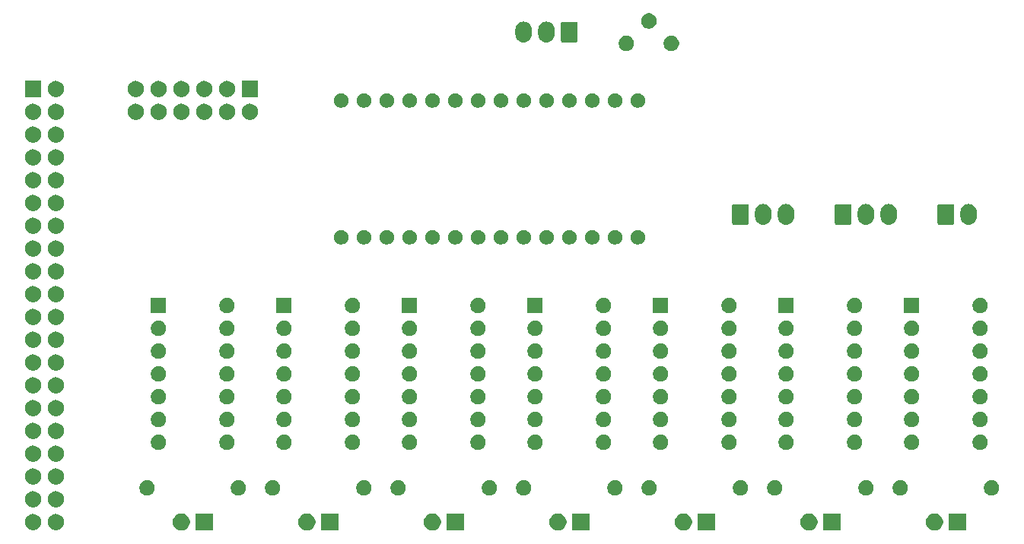
<source format=gbs>
G04 #@! TF.GenerationSoftware,KiCad,Pcbnew,5.1.5+dfsg1-2build2*
G04 #@! TF.CreationDate,2021-12-17T12:34:58-06:00*
G04 #@! TF.ProjectId,dna-puzzle-electronics,646e612d-7075-47a7-9a6c-652d656c6563,rev?*
G04 #@! TF.SameCoordinates,Original*
G04 #@! TF.FileFunction,Soldermask,Bot*
G04 #@! TF.FilePolarity,Negative*
%FSLAX46Y46*%
G04 Gerber Fmt 4.6, Leading zero omitted, Abs format (unit mm)*
G04 Created by KiCad (PCBNEW 5.1.5+dfsg1-2build2) date 2021-12-17 12:34:58*
%MOMM*%
%LPD*%
G04 APERTURE LIST*
%ADD10C,0.100000*%
G04 APERTURE END LIST*
D10*
G36*
X200341000Y-120331000D02*
G01*
X198439000Y-120331000D01*
X198439000Y-118429000D01*
X200341000Y-118429000D01*
X200341000Y-120331000D01*
G37*
G36*
X197127395Y-118465546D02*
G01*
X197300466Y-118537234D01*
X197300467Y-118537235D01*
X197456227Y-118641310D01*
X197588690Y-118773773D01*
X197588691Y-118773775D01*
X197692766Y-118929534D01*
X197764454Y-119102605D01*
X197801000Y-119286333D01*
X197801000Y-119473667D01*
X197764454Y-119657395D01*
X197692766Y-119830466D01*
X197692765Y-119830467D01*
X197588690Y-119986227D01*
X197456227Y-120118690D01*
X197377818Y-120171081D01*
X197300466Y-120222766D01*
X197127395Y-120294454D01*
X196943667Y-120331000D01*
X196756333Y-120331000D01*
X196572605Y-120294454D01*
X196399534Y-120222766D01*
X196322182Y-120171081D01*
X196243773Y-120118690D01*
X196111310Y-119986227D01*
X196007235Y-119830467D01*
X196007234Y-119830466D01*
X195935546Y-119657395D01*
X195899000Y-119473667D01*
X195899000Y-119286333D01*
X195935546Y-119102605D01*
X196007234Y-118929534D01*
X196111309Y-118773775D01*
X196111310Y-118773773D01*
X196243773Y-118641310D01*
X196399533Y-118537235D01*
X196399534Y-118537234D01*
X196572605Y-118465546D01*
X196756333Y-118429000D01*
X196943667Y-118429000D01*
X197127395Y-118465546D01*
G37*
G36*
X113307395Y-118465546D02*
G01*
X113480466Y-118537234D01*
X113480467Y-118537235D01*
X113636227Y-118641310D01*
X113768690Y-118773773D01*
X113768691Y-118773775D01*
X113872766Y-118929534D01*
X113944454Y-119102605D01*
X113981000Y-119286333D01*
X113981000Y-119473667D01*
X113944454Y-119657395D01*
X113872766Y-119830466D01*
X113872765Y-119830467D01*
X113768690Y-119986227D01*
X113636227Y-120118690D01*
X113557818Y-120171081D01*
X113480466Y-120222766D01*
X113307395Y-120294454D01*
X113123667Y-120331000D01*
X112936333Y-120331000D01*
X112752605Y-120294454D01*
X112579534Y-120222766D01*
X112502182Y-120171081D01*
X112423773Y-120118690D01*
X112291310Y-119986227D01*
X112187235Y-119830467D01*
X112187234Y-119830466D01*
X112115546Y-119657395D01*
X112079000Y-119473667D01*
X112079000Y-119286333D01*
X112115546Y-119102605D01*
X112187234Y-118929534D01*
X112291309Y-118773775D01*
X112291310Y-118773773D01*
X112423773Y-118641310D01*
X112579533Y-118537235D01*
X112579534Y-118537234D01*
X112752605Y-118465546D01*
X112936333Y-118429000D01*
X113123667Y-118429000D01*
X113307395Y-118465546D01*
G37*
G36*
X116521000Y-120331000D02*
G01*
X114619000Y-120331000D01*
X114619000Y-118429000D01*
X116521000Y-118429000D01*
X116521000Y-120331000D01*
G37*
G36*
X130491000Y-120331000D02*
G01*
X128589000Y-120331000D01*
X128589000Y-118429000D01*
X130491000Y-118429000D01*
X130491000Y-120331000D01*
G37*
G36*
X127277395Y-118465546D02*
G01*
X127450466Y-118537234D01*
X127450467Y-118537235D01*
X127606227Y-118641310D01*
X127738690Y-118773773D01*
X127738691Y-118773775D01*
X127842766Y-118929534D01*
X127914454Y-119102605D01*
X127951000Y-119286333D01*
X127951000Y-119473667D01*
X127914454Y-119657395D01*
X127842766Y-119830466D01*
X127842765Y-119830467D01*
X127738690Y-119986227D01*
X127606227Y-120118690D01*
X127527818Y-120171081D01*
X127450466Y-120222766D01*
X127277395Y-120294454D01*
X127093667Y-120331000D01*
X126906333Y-120331000D01*
X126722605Y-120294454D01*
X126549534Y-120222766D01*
X126472182Y-120171081D01*
X126393773Y-120118690D01*
X126261310Y-119986227D01*
X126157235Y-119830467D01*
X126157234Y-119830466D01*
X126085546Y-119657395D01*
X126049000Y-119473667D01*
X126049000Y-119286333D01*
X126085546Y-119102605D01*
X126157234Y-118929534D01*
X126261309Y-118773775D01*
X126261310Y-118773773D01*
X126393773Y-118641310D01*
X126549533Y-118537235D01*
X126549534Y-118537234D01*
X126722605Y-118465546D01*
X126906333Y-118429000D01*
X127093667Y-118429000D01*
X127277395Y-118465546D01*
G37*
G36*
X141247395Y-118465546D02*
G01*
X141420466Y-118537234D01*
X141420467Y-118537235D01*
X141576227Y-118641310D01*
X141708690Y-118773773D01*
X141708691Y-118773775D01*
X141812766Y-118929534D01*
X141884454Y-119102605D01*
X141921000Y-119286333D01*
X141921000Y-119473667D01*
X141884454Y-119657395D01*
X141812766Y-119830466D01*
X141812765Y-119830467D01*
X141708690Y-119986227D01*
X141576227Y-120118690D01*
X141497818Y-120171081D01*
X141420466Y-120222766D01*
X141247395Y-120294454D01*
X141063667Y-120331000D01*
X140876333Y-120331000D01*
X140692605Y-120294454D01*
X140519534Y-120222766D01*
X140442182Y-120171081D01*
X140363773Y-120118690D01*
X140231310Y-119986227D01*
X140127235Y-119830467D01*
X140127234Y-119830466D01*
X140055546Y-119657395D01*
X140019000Y-119473667D01*
X140019000Y-119286333D01*
X140055546Y-119102605D01*
X140127234Y-118929534D01*
X140231309Y-118773775D01*
X140231310Y-118773773D01*
X140363773Y-118641310D01*
X140519533Y-118537235D01*
X140519534Y-118537234D01*
X140692605Y-118465546D01*
X140876333Y-118429000D01*
X141063667Y-118429000D01*
X141247395Y-118465546D01*
G37*
G36*
X144461000Y-120331000D02*
G01*
X142559000Y-120331000D01*
X142559000Y-118429000D01*
X144461000Y-118429000D01*
X144461000Y-120331000D01*
G37*
G36*
X155217395Y-118465546D02*
G01*
X155390466Y-118537234D01*
X155390467Y-118537235D01*
X155546227Y-118641310D01*
X155678690Y-118773773D01*
X155678691Y-118773775D01*
X155782766Y-118929534D01*
X155854454Y-119102605D01*
X155891000Y-119286333D01*
X155891000Y-119473667D01*
X155854454Y-119657395D01*
X155782766Y-119830466D01*
X155782765Y-119830467D01*
X155678690Y-119986227D01*
X155546227Y-120118690D01*
X155467818Y-120171081D01*
X155390466Y-120222766D01*
X155217395Y-120294454D01*
X155033667Y-120331000D01*
X154846333Y-120331000D01*
X154662605Y-120294454D01*
X154489534Y-120222766D01*
X154412182Y-120171081D01*
X154333773Y-120118690D01*
X154201310Y-119986227D01*
X154097235Y-119830467D01*
X154097234Y-119830466D01*
X154025546Y-119657395D01*
X153989000Y-119473667D01*
X153989000Y-119286333D01*
X154025546Y-119102605D01*
X154097234Y-118929534D01*
X154201309Y-118773775D01*
X154201310Y-118773773D01*
X154333773Y-118641310D01*
X154489533Y-118537235D01*
X154489534Y-118537234D01*
X154662605Y-118465546D01*
X154846333Y-118429000D01*
X155033667Y-118429000D01*
X155217395Y-118465546D01*
G37*
G36*
X169187395Y-118465546D02*
G01*
X169360466Y-118537234D01*
X169360467Y-118537235D01*
X169516227Y-118641310D01*
X169648690Y-118773773D01*
X169648691Y-118773775D01*
X169752766Y-118929534D01*
X169824454Y-119102605D01*
X169861000Y-119286333D01*
X169861000Y-119473667D01*
X169824454Y-119657395D01*
X169752766Y-119830466D01*
X169752765Y-119830467D01*
X169648690Y-119986227D01*
X169516227Y-120118690D01*
X169437818Y-120171081D01*
X169360466Y-120222766D01*
X169187395Y-120294454D01*
X169003667Y-120331000D01*
X168816333Y-120331000D01*
X168632605Y-120294454D01*
X168459534Y-120222766D01*
X168382182Y-120171081D01*
X168303773Y-120118690D01*
X168171310Y-119986227D01*
X168067235Y-119830467D01*
X168067234Y-119830466D01*
X167995546Y-119657395D01*
X167959000Y-119473667D01*
X167959000Y-119286333D01*
X167995546Y-119102605D01*
X168067234Y-118929534D01*
X168171309Y-118773775D01*
X168171310Y-118773773D01*
X168303773Y-118641310D01*
X168459533Y-118537235D01*
X168459534Y-118537234D01*
X168632605Y-118465546D01*
X168816333Y-118429000D01*
X169003667Y-118429000D01*
X169187395Y-118465546D01*
G37*
G36*
X172401000Y-120331000D02*
G01*
X170499000Y-120331000D01*
X170499000Y-118429000D01*
X172401000Y-118429000D01*
X172401000Y-120331000D01*
G37*
G36*
X186371000Y-120331000D02*
G01*
X184469000Y-120331000D01*
X184469000Y-118429000D01*
X186371000Y-118429000D01*
X186371000Y-120331000D01*
G37*
G36*
X183157395Y-118465546D02*
G01*
X183330466Y-118537234D01*
X183330467Y-118537235D01*
X183486227Y-118641310D01*
X183618690Y-118773773D01*
X183618691Y-118773775D01*
X183722766Y-118929534D01*
X183794454Y-119102605D01*
X183831000Y-119286333D01*
X183831000Y-119473667D01*
X183794454Y-119657395D01*
X183722766Y-119830466D01*
X183722765Y-119830467D01*
X183618690Y-119986227D01*
X183486227Y-120118690D01*
X183407818Y-120171081D01*
X183330466Y-120222766D01*
X183157395Y-120294454D01*
X182973667Y-120331000D01*
X182786333Y-120331000D01*
X182602605Y-120294454D01*
X182429534Y-120222766D01*
X182352182Y-120171081D01*
X182273773Y-120118690D01*
X182141310Y-119986227D01*
X182037235Y-119830467D01*
X182037234Y-119830466D01*
X181965546Y-119657395D01*
X181929000Y-119473667D01*
X181929000Y-119286333D01*
X181965546Y-119102605D01*
X182037234Y-118929534D01*
X182141309Y-118773775D01*
X182141310Y-118773773D01*
X182273773Y-118641310D01*
X182429533Y-118537235D01*
X182429534Y-118537234D01*
X182602605Y-118465546D01*
X182786333Y-118429000D01*
X182973667Y-118429000D01*
X183157395Y-118465546D01*
G37*
G36*
X158431000Y-120331000D02*
G01*
X156529000Y-120331000D01*
X156529000Y-118429000D01*
X158431000Y-118429000D01*
X158431000Y-120331000D01*
G37*
G36*
X99173512Y-118483927D02*
G01*
X99322812Y-118513624D01*
X99486784Y-118581544D01*
X99634354Y-118680147D01*
X99759853Y-118805646D01*
X99858456Y-118953216D01*
X99926376Y-119117188D01*
X99961000Y-119291259D01*
X99961000Y-119468741D01*
X99926376Y-119642812D01*
X99858456Y-119806784D01*
X99759853Y-119954354D01*
X99634354Y-120079853D01*
X99486784Y-120178456D01*
X99322812Y-120246376D01*
X99173512Y-120276073D01*
X99148742Y-120281000D01*
X98971258Y-120281000D01*
X98946488Y-120276073D01*
X98797188Y-120246376D01*
X98633216Y-120178456D01*
X98485646Y-120079853D01*
X98360147Y-119954354D01*
X98261544Y-119806784D01*
X98193624Y-119642812D01*
X98159000Y-119468741D01*
X98159000Y-119291259D01*
X98193624Y-119117188D01*
X98261544Y-118953216D01*
X98360147Y-118805646D01*
X98485646Y-118680147D01*
X98633216Y-118581544D01*
X98797188Y-118513624D01*
X98946488Y-118483927D01*
X98971258Y-118479000D01*
X99148742Y-118479000D01*
X99173512Y-118483927D01*
G37*
G36*
X96633512Y-118483927D02*
G01*
X96782812Y-118513624D01*
X96946784Y-118581544D01*
X97094354Y-118680147D01*
X97219853Y-118805646D01*
X97318456Y-118953216D01*
X97386376Y-119117188D01*
X97421000Y-119291259D01*
X97421000Y-119468741D01*
X97386376Y-119642812D01*
X97318456Y-119806784D01*
X97219853Y-119954354D01*
X97094354Y-120079853D01*
X96946784Y-120178456D01*
X96782812Y-120246376D01*
X96633512Y-120276073D01*
X96608742Y-120281000D01*
X96431258Y-120281000D01*
X96406488Y-120276073D01*
X96257188Y-120246376D01*
X96093216Y-120178456D01*
X95945646Y-120079853D01*
X95820147Y-119954354D01*
X95721544Y-119806784D01*
X95653624Y-119642812D01*
X95619000Y-119468741D01*
X95619000Y-119291259D01*
X95653624Y-119117188D01*
X95721544Y-118953216D01*
X95820147Y-118805646D01*
X95945646Y-118680147D01*
X96093216Y-118581544D01*
X96257188Y-118513624D01*
X96406488Y-118483927D01*
X96431258Y-118479000D01*
X96608742Y-118479000D01*
X96633512Y-118483927D01*
G37*
G36*
X96633512Y-115943927D02*
G01*
X96782812Y-115973624D01*
X96946784Y-116041544D01*
X97094354Y-116140147D01*
X97219853Y-116265646D01*
X97318456Y-116413216D01*
X97386376Y-116577188D01*
X97421000Y-116751259D01*
X97421000Y-116928741D01*
X97386376Y-117102812D01*
X97318456Y-117266784D01*
X97219853Y-117414354D01*
X97094354Y-117539853D01*
X96946784Y-117638456D01*
X96782812Y-117706376D01*
X96633512Y-117736073D01*
X96608742Y-117741000D01*
X96431258Y-117741000D01*
X96406488Y-117736073D01*
X96257188Y-117706376D01*
X96093216Y-117638456D01*
X95945646Y-117539853D01*
X95820147Y-117414354D01*
X95721544Y-117266784D01*
X95653624Y-117102812D01*
X95619000Y-116928741D01*
X95619000Y-116751259D01*
X95653624Y-116577188D01*
X95721544Y-116413216D01*
X95820147Y-116265646D01*
X95945646Y-116140147D01*
X96093216Y-116041544D01*
X96257188Y-115973624D01*
X96406488Y-115943927D01*
X96431258Y-115939000D01*
X96608742Y-115939000D01*
X96633512Y-115943927D01*
G37*
G36*
X99173512Y-115943927D02*
G01*
X99322812Y-115973624D01*
X99486784Y-116041544D01*
X99634354Y-116140147D01*
X99759853Y-116265646D01*
X99858456Y-116413216D01*
X99926376Y-116577188D01*
X99961000Y-116751259D01*
X99961000Y-116928741D01*
X99926376Y-117102812D01*
X99858456Y-117266784D01*
X99759853Y-117414354D01*
X99634354Y-117539853D01*
X99486784Y-117638456D01*
X99322812Y-117706376D01*
X99173512Y-117736073D01*
X99148742Y-117741000D01*
X98971258Y-117741000D01*
X98946488Y-117736073D01*
X98797188Y-117706376D01*
X98633216Y-117638456D01*
X98485646Y-117539853D01*
X98360147Y-117414354D01*
X98261544Y-117266784D01*
X98193624Y-117102812D01*
X98159000Y-116928741D01*
X98159000Y-116751259D01*
X98193624Y-116577188D01*
X98261544Y-116413216D01*
X98360147Y-116265646D01*
X98485646Y-116140147D01*
X98633216Y-116041544D01*
X98797188Y-115973624D01*
X98946488Y-115943927D01*
X98971258Y-115939000D01*
X99148742Y-115939000D01*
X99173512Y-115943927D01*
G37*
G36*
X109468228Y-114751703D02*
G01*
X109623100Y-114815853D01*
X109762481Y-114908985D01*
X109881015Y-115027519D01*
X109974147Y-115166900D01*
X110038297Y-115321772D01*
X110071000Y-115486184D01*
X110071000Y-115653816D01*
X110038297Y-115818228D01*
X109974147Y-115973100D01*
X109881015Y-116112481D01*
X109762481Y-116231015D01*
X109623100Y-116324147D01*
X109468228Y-116388297D01*
X109303816Y-116421000D01*
X109136184Y-116421000D01*
X108971772Y-116388297D01*
X108816900Y-116324147D01*
X108677519Y-116231015D01*
X108558985Y-116112481D01*
X108465853Y-115973100D01*
X108401703Y-115818228D01*
X108369000Y-115653816D01*
X108369000Y-115486184D01*
X108401703Y-115321772D01*
X108465853Y-115166900D01*
X108558985Y-115027519D01*
X108677519Y-114908985D01*
X108816900Y-114815853D01*
X108971772Y-114751703D01*
X109136184Y-114719000D01*
X109303816Y-114719000D01*
X109468228Y-114751703D01*
G37*
G36*
X193288228Y-114751703D02*
G01*
X193443100Y-114815853D01*
X193582481Y-114908985D01*
X193701015Y-115027519D01*
X193794147Y-115166900D01*
X193858297Y-115321772D01*
X193891000Y-115486184D01*
X193891000Y-115653816D01*
X193858297Y-115818228D01*
X193794147Y-115973100D01*
X193701015Y-116112481D01*
X193582481Y-116231015D01*
X193443100Y-116324147D01*
X193288228Y-116388297D01*
X193123816Y-116421000D01*
X192956184Y-116421000D01*
X192791772Y-116388297D01*
X192636900Y-116324147D01*
X192497519Y-116231015D01*
X192378985Y-116112481D01*
X192285853Y-115973100D01*
X192221703Y-115818228D01*
X192189000Y-115653816D01*
X192189000Y-115486184D01*
X192221703Y-115321772D01*
X192285853Y-115166900D01*
X192378985Y-115027519D01*
X192497519Y-114908985D01*
X192636900Y-114815853D01*
X192791772Y-114751703D01*
X192956184Y-114719000D01*
X193123816Y-114719000D01*
X193288228Y-114751703D01*
G37*
G36*
X189478228Y-114751703D02*
G01*
X189633100Y-114815853D01*
X189772481Y-114908985D01*
X189891015Y-115027519D01*
X189984147Y-115166900D01*
X190048297Y-115321772D01*
X190081000Y-115486184D01*
X190081000Y-115653816D01*
X190048297Y-115818228D01*
X189984147Y-115973100D01*
X189891015Y-116112481D01*
X189772481Y-116231015D01*
X189633100Y-116324147D01*
X189478228Y-116388297D01*
X189313816Y-116421000D01*
X189146184Y-116421000D01*
X188981772Y-116388297D01*
X188826900Y-116324147D01*
X188687519Y-116231015D01*
X188568985Y-116112481D01*
X188475853Y-115973100D01*
X188411703Y-115818228D01*
X188379000Y-115653816D01*
X188379000Y-115486184D01*
X188411703Y-115321772D01*
X188475853Y-115166900D01*
X188568985Y-115027519D01*
X188687519Y-114908985D01*
X188826900Y-114815853D01*
X188981772Y-114751703D01*
X189146184Y-114719000D01*
X189313816Y-114719000D01*
X189478228Y-114751703D01*
G37*
G36*
X119628228Y-114751703D02*
G01*
X119783100Y-114815853D01*
X119922481Y-114908985D01*
X120041015Y-115027519D01*
X120134147Y-115166900D01*
X120198297Y-115321772D01*
X120231000Y-115486184D01*
X120231000Y-115653816D01*
X120198297Y-115818228D01*
X120134147Y-115973100D01*
X120041015Y-116112481D01*
X119922481Y-116231015D01*
X119783100Y-116324147D01*
X119628228Y-116388297D01*
X119463816Y-116421000D01*
X119296184Y-116421000D01*
X119131772Y-116388297D01*
X118976900Y-116324147D01*
X118837519Y-116231015D01*
X118718985Y-116112481D01*
X118625853Y-115973100D01*
X118561703Y-115818228D01*
X118529000Y-115653816D01*
X118529000Y-115486184D01*
X118561703Y-115321772D01*
X118625853Y-115166900D01*
X118718985Y-115027519D01*
X118837519Y-114908985D01*
X118976900Y-114815853D01*
X119131772Y-114751703D01*
X119296184Y-114719000D01*
X119463816Y-114719000D01*
X119628228Y-114751703D01*
G37*
G36*
X123438228Y-114751703D02*
G01*
X123593100Y-114815853D01*
X123732481Y-114908985D01*
X123851015Y-115027519D01*
X123944147Y-115166900D01*
X124008297Y-115321772D01*
X124041000Y-115486184D01*
X124041000Y-115653816D01*
X124008297Y-115818228D01*
X123944147Y-115973100D01*
X123851015Y-116112481D01*
X123732481Y-116231015D01*
X123593100Y-116324147D01*
X123438228Y-116388297D01*
X123273816Y-116421000D01*
X123106184Y-116421000D01*
X122941772Y-116388297D01*
X122786900Y-116324147D01*
X122647519Y-116231015D01*
X122528985Y-116112481D01*
X122435853Y-115973100D01*
X122371703Y-115818228D01*
X122339000Y-115653816D01*
X122339000Y-115486184D01*
X122371703Y-115321772D01*
X122435853Y-115166900D01*
X122528985Y-115027519D01*
X122647519Y-114908985D01*
X122786900Y-114815853D01*
X122941772Y-114751703D01*
X123106184Y-114719000D01*
X123273816Y-114719000D01*
X123438228Y-114751703D01*
G37*
G36*
X133598228Y-114751703D02*
G01*
X133753100Y-114815853D01*
X133892481Y-114908985D01*
X134011015Y-115027519D01*
X134104147Y-115166900D01*
X134168297Y-115321772D01*
X134201000Y-115486184D01*
X134201000Y-115653816D01*
X134168297Y-115818228D01*
X134104147Y-115973100D01*
X134011015Y-116112481D01*
X133892481Y-116231015D01*
X133753100Y-116324147D01*
X133598228Y-116388297D01*
X133433816Y-116421000D01*
X133266184Y-116421000D01*
X133101772Y-116388297D01*
X132946900Y-116324147D01*
X132807519Y-116231015D01*
X132688985Y-116112481D01*
X132595853Y-115973100D01*
X132531703Y-115818228D01*
X132499000Y-115653816D01*
X132499000Y-115486184D01*
X132531703Y-115321772D01*
X132595853Y-115166900D01*
X132688985Y-115027519D01*
X132807519Y-114908985D01*
X132946900Y-114815853D01*
X133101772Y-114751703D01*
X133266184Y-114719000D01*
X133433816Y-114719000D01*
X133598228Y-114751703D01*
G37*
G36*
X137408228Y-114751703D02*
G01*
X137563100Y-114815853D01*
X137702481Y-114908985D01*
X137821015Y-115027519D01*
X137914147Y-115166900D01*
X137978297Y-115321772D01*
X138011000Y-115486184D01*
X138011000Y-115653816D01*
X137978297Y-115818228D01*
X137914147Y-115973100D01*
X137821015Y-116112481D01*
X137702481Y-116231015D01*
X137563100Y-116324147D01*
X137408228Y-116388297D01*
X137243816Y-116421000D01*
X137076184Y-116421000D01*
X136911772Y-116388297D01*
X136756900Y-116324147D01*
X136617519Y-116231015D01*
X136498985Y-116112481D01*
X136405853Y-115973100D01*
X136341703Y-115818228D01*
X136309000Y-115653816D01*
X136309000Y-115486184D01*
X136341703Y-115321772D01*
X136405853Y-115166900D01*
X136498985Y-115027519D01*
X136617519Y-114908985D01*
X136756900Y-114815853D01*
X136911772Y-114751703D01*
X137076184Y-114719000D01*
X137243816Y-114719000D01*
X137408228Y-114751703D01*
G37*
G36*
X151378228Y-114751703D02*
G01*
X151533100Y-114815853D01*
X151672481Y-114908985D01*
X151791015Y-115027519D01*
X151884147Y-115166900D01*
X151948297Y-115321772D01*
X151981000Y-115486184D01*
X151981000Y-115653816D01*
X151948297Y-115818228D01*
X151884147Y-115973100D01*
X151791015Y-116112481D01*
X151672481Y-116231015D01*
X151533100Y-116324147D01*
X151378228Y-116388297D01*
X151213816Y-116421000D01*
X151046184Y-116421000D01*
X150881772Y-116388297D01*
X150726900Y-116324147D01*
X150587519Y-116231015D01*
X150468985Y-116112481D01*
X150375853Y-115973100D01*
X150311703Y-115818228D01*
X150279000Y-115653816D01*
X150279000Y-115486184D01*
X150311703Y-115321772D01*
X150375853Y-115166900D01*
X150468985Y-115027519D01*
X150587519Y-114908985D01*
X150726900Y-114815853D01*
X150881772Y-114751703D01*
X151046184Y-114719000D01*
X151213816Y-114719000D01*
X151378228Y-114751703D01*
G37*
G36*
X147568228Y-114751703D02*
G01*
X147723100Y-114815853D01*
X147862481Y-114908985D01*
X147981015Y-115027519D01*
X148074147Y-115166900D01*
X148138297Y-115321772D01*
X148171000Y-115486184D01*
X148171000Y-115653816D01*
X148138297Y-115818228D01*
X148074147Y-115973100D01*
X147981015Y-116112481D01*
X147862481Y-116231015D01*
X147723100Y-116324147D01*
X147568228Y-116388297D01*
X147403816Y-116421000D01*
X147236184Y-116421000D01*
X147071772Y-116388297D01*
X146916900Y-116324147D01*
X146777519Y-116231015D01*
X146658985Y-116112481D01*
X146565853Y-115973100D01*
X146501703Y-115818228D01*
X146469000Y-115653816D01*
X146469000Y-115486184D01*
X146501703Y-115321772D01*
X146565853Y-115166900D01*
X146658985Y-115027519D01*
X146777519Y-114908985D01*
X146916900Y-114815853D01*
X147071772Y-114751703D01*
X147236184Y-114719000D01*
X147403816Y-114719000D01*
X147568228Y-114751703D01*
G37*
G36*
X165348228Y-114751703D02*
G01*
X165503100Y-114815853D01*
X165642481Y-114908985D01*
X165761015Y-115027519D01*
X165854147Y-115166900D01*
X165918297Y-115321772D01*
X165951000Y-115486184D01*
X165951000Y-115653816D01*
X165918297Y-115818228D01*
X165854147Y-115973100D01*
X165761015Y-116112481D01*
X165642481Y-116231015D01*
X165503100Y-116324147D01*
X165348228Y-116388297D01*
X165183816Y-116421000D01*
X165016184Y-116421000D01*
X164851772Y-116388297D01*
X164696900Y-116324147D01*
X164557519Y-116231015D01*
X164438985Y-116112481D01*
X164345853Y-115973100D01*
X164281703Y-115818228D01*
X164249000Y-115653816D01*
X164249000Y-115486184D01*
X164281703Y-115321772D01*
X164345853Y-115166900D01*
X164438985Y-115027519D01*
X164557519Y-114908985D01*
X164696900Y-114815853D01*
X164851772Y-114751703D01*
X165016184Y-114719000D01*
X165183816Y-114719000D01*
X165348228Y-114751703D01*
G37*
G36*
X175508228Y-114751703D02*
G01*
X175663100Y-114815853D01*
X175802481Y-114908985D01*
X175921015Y-115027519D01*
X176014147Y-115166900D01*
X176078297Y-115321772D01*
X176111000Y-115486184D01*
X176111000Y-115653816D01*
X176078297Y-115818228D01*
X176014147Y-115973100D01*
X175921015Y-116112481D01*
X175802481Y-116231015D01*
X175663100Y-116324147D01*
X175508228Y-116388297D01*
X175343816Y-116421000D01*
X175176184Y-116421000D01*
X175011772Y-116388297D01*
X174856900Y-116324147D01*
X174717519Y-116231015D01*
X174598985Y-116112481D01*
X174505853Y-115973100D01*
X174441703Y-115818228D01*
X174409000Y-115653816D01*
X174409000Y-115486184D01*
X174441703Y-115321772D01*
X174505853Y-115166900D01*
X174598985Y-115027519D01*
X174717519Y-114908985D01*
X174856900Y-114815853D01*
X175011772Y-114751703D01*
X175176184Y-114719000D01*
X175343816Y-114719000D01*
X175508228Y-114751703D01*
G37*
G36*
X203448228Y-114751703D02*
G01*
X203603100Y-114815853D01*
X203742481Y-114908985D01*
X203861015Y-115027519D01*
X203954147Y-115166900D01*
X204018297Y-115321772D01*
X204051000Y-115486184D01*
X204051000Y-115653816D01*
X204018297Y-115818228D01*
X203954147Y-115973100D01*
X203861015Y-116112481D01*
X203742481Y-116231015D01*
X203603100Y-116324147D01*
X203448228Y-116388297D01*
X203283816Y-116421000D01*
X203116184Y-116421000D01*
X202951772Y-116388297D01*
X202796900Y-116324147D01*
X202657519Y-116231015D01*
X202538985Y-116112481D01*
X202445853Y-115973100D01*
X202381703Y-115818228D01*
X202349000Y-115653816D01*
X202349000Y-115486184D01*
X202381703Y-115321772D01*
X202445853Y-115166900D01*
X202538985Y-115027519D01*
X202657519Y-114908985D01*
X202796900Y-114815853D01*
X202951772Y-114751703D01*
X203116184Y-114719000D01*
X203283816Y-114719000D01*
X203448228Y-114751703D01*
G37*
G36*
X179318228Y-114751703D02*
G01*
X179473100Y-114815853D01*
X179612481Y-114908985D01*
X179731015Y-115027519D01*
X179824147Y-115166900D01*
X179888297Y-115321772D01*
X179921000Y-115486184D01*
X179921000Y-115653816D01*
X179888297Y-115818228D01*
X179824147Y-115973100D01*
X179731015Y-116112481D01*
X179612481Y-116231015D01*
X179473100Y-116324147D01*
X179318228Y-116388297D01*
X179153816Y-116421000D01*
X178986184Y-116421000D01*
X178821772Y-116388297D01*
X178666900Y-116324147D01*
X178527519Y-116231015D01*
X178408985Y-116112481D01*
X178315853Y-115973100D01*
X178251703Y-115818228D01*
X178219000Y-115653816D01*
X178219000Y-115486184D01*
X178251703Y-115321772D01*
X178315853Y-115166900D01*
X178408985Y-115027519D01*
X178527519Y-114908985D01*
X178666900Y-114815853D01*
X178821772Y-114751703D01*
X178986184Y-114719000D01*
X179153816Y-114719000D01*
X179318228Y-114751703D01*
G37*
G36*
X161538228Y-114751703D02*
G01*
X161693100Y-114815853D01*
X161832481Y-114908985D01*
X161951015Y-115027519D01*
X162044147Y-115166900D01*
X162108297Y-115321772D01*
X162141000Y-115486184D01*
X162141000Y-115653816D01*
X162108297Y-115818228D01*
X162044147Y-115973100D01*
X161951015Y-116112481D01*
X161832481Y-116231015D01*
X161693100Y-116324147D01*
X161538228Y-116388297D01*
X161373816Y-116421000D01*
X161206184Y-116421000D01*
X161041772Y-116388297D01*
X160886900Y-116324147D01*
X160747519Y-116231015D01*
X160628985Y-116112481D01*
X160535853Y-115973100D01*
X160471703Y-115818228D01*
X160439000Y-115653816D01*
X160439000Y-115486184D01*
X160471703Y-115321772D01*
X160535853Y-115166900D01*
X160628985Y-115027519D01*
X160747519Y-114908985D01*
X160886900Y-114815853D01*
X161041772Y-114751703D01*
X161206184Y-114719000D01*
X161373816Y-114719000D01*
X161538228Y-114751703D01*
G37*
G36*
X96633512Y-113403927D02*
G01*
X96782812Y-113433624D01*
X96946784Y-113501544D01*
X97094354Y-113600147D01*
X97219853Y-113725646D01*
X97318456Y-113873216D01*
X97386376Y-114037188D01*
X97421000Y-114211259D01*
X97421000Y-114388741D01*
X97386376Y-114562812D01*
X97318456Y-114726784D01*
X97219853Y-114874354D01*
X97094354Y-114999853D01*
X96946784Y-115098456D01*
X96782812Y-115166376D01*
X96633512Y-115196073D01*
X96608742Y-115201000D01*
X96431258Y-115201000D01*
X96406488Y-115196073D01*
X96257188Y-115166376D01*
X96093216Y-115098456D01*
X95945646Y-114999853D01*
X95820147Y-114874354D01*
X95721544Y-114726784D01*
X95653624Y-114562812D01*
X95619000Y-114388741D01*
X95619000Y-114211259D01*
X95653624Y-114037188D01*
X95721544Y-113873216D01*
X95820147Y-113725646D01*
X95945646Y-113600147D01*
X96093216Y-113501544D01*
X96257188Y-113433624D01*
X96406488Y-113403927D01*
X96431258Y-113399000D01*
X96608742Y-113399000D01*
X96633512Y-113403927D01*
G37*
G36*
X99173512Y-113403927D02*
G01*
X99322812Y-113433624D01*
X99486784Y-113501544D01*
X99634354Y-113600147D01*
X99759853Y-113725646D01*
X99858456Y-113873216D01*
X99926376Y-114037188D01*
X99961000Y-114211259D01*
X99961000Y-114388741D01*
X99926376Y-114562812D01*
X99858456Y-114726784D01*
X99759853Y-114874354D01*
X99634354Y-114999853D01*
X99486784Y-115098456D01*
X99322812Y-115166376D01*
X99173512Y-115196073D01*
X99148742Y-115201000D01*
X98971258Y-115201000D01*
X98946488Y-115196073D01*
X98797188Y-115166376D01*
X98633216Y-115098456D01*
X98485646Y-114999853D01*
X98360147Y-114874354D01*
X98261544Y-114726784D01*
X98193624Y-114562812D01*
X98159000Y-114388741D01*
X98159000Y-114211259D01*
X98193624Y-114037188D01*
X98261544Y-113873216D01*
X98360147Y-113725646D01*
X98485646Y-113600147D01*
X98633216Y-113501544D01*
X98797188Y-113433624D01*
X98946488Y-113403927D01*
X98971258Y-113399000D01*
X99148742Y-113399000D01*
X99173512Y-113403927D01*
G37*
G36*
X99173512Y-110863927D02*
G01*
X99322812Y-110893624D01*
X99486784Y-110961544D01*
X99634354Y-111060147D01*
X99759853Y-111185646D01*
X99858456Y-111333216D01*
X99926376Y-111497188D01*
X99961000Y-111671259D01*
X99961000Y-111848741D01*
X99926376Y-112022812D01*
X99858456Y-112186784D01*
X99759853Y-112334354D01*
X99634354Y-112459853D01*
X99486784Y-112558456D01*
X99322812Y-112626376D01*
X99173512Y-112656073D01*
X99148742Y-112661000D01*
X98971258Y-112661000D01*
X98946488Y-112656073D01*
X98797188Y-112626376D01*
X98633216Y-112558456D01*
X98485646Y-112459853D01*
X98360147Y-112334354D01*
X98261544Y-112186784D01*
X98193624Y-112022812D01*
X98159000Y-111848741D01*
X98159000Y-111671259D01*
X98193624Y-111497188D01*
X98261544Y-111333216D01*
X98360147Y-111185646D01*
X98485646Y-111060147D01*
X98633216Y-110961544D01*
X98797188Y-110893624D01*
X98946488Y-110863927D01*
X98971258Y-110859000D01*
X99148742Y-110859000D01*
X99173512Y-110863927D01*
G37*
G36*
X96633512Y-110863927D02*
G01*
X96782812Y-110893624D01*
X96946784Y-110961544D01*
X97094354Y-111060147D01*
X97219853Y-111185646D01*
X97318456Y-111333216D01*
X97386376Y-111497188D01*
X97421000Y-111671259D01*
X97421000Y-111848741D01*
X97386376Y-112022812D01*
X97318456Y-112186784D01*
X97219853Y-112334354D01*
X97094354Y-112459853D01*
X96946784Y-112558456D01*
X96782812Y-112626376D01*
X96633512Y-112656073D01*
X96608742Y-112661000D01*
X96431258Y-112661000D01*
X96406488Y-112656073D01*
X96257188Y-112626376D01*
X96093216Y-112558456D01*
X95945646Y-112459853D01*
X95820147Y-112334354D01*
X95721544Y-112186784D01*
X95653624Y-112022812D01*
X95619000Y-111848741D01*
X95619000Y-111671259D01*
X95653624Y-111497188D01*
X95721544Y-111333216D01*
X95820147Y-111185646D01*
X95945646Y-111060147D01*
X96093216Y-110961544D01*
X96257188Y-110893624D01*
X96406488Y-110863927D01*
X96431258Y-110859000D01*
X96608742Y-110859000D01*
X96633512Y-110863927D01*
G37*
G36*
X166618228Y-109671703D02*
G01*
X166773100Y-109735853D01*
X166912481Y-109828985D01*
X167031015Y-109947519D01*
X167124147Y-110086900D01*
X167188297Y-110241772D01*
X167221000Y-110406184D01*
X167221000Y-110573816D01*
X167188297Y-110738228D01*
X167124147Y-110893100D01*
X167031015Y-111032481D01*
X166912481Y-111151015D01*
X166773100Y-111244147D01*
X166618228Y-111308297D01*
X166453816Y-111341000D01*
X166286184Y-111341000D01*
X166121772Y-111308297D01*
X165966900Y-111244147D01*
X165827519Y-111151015D01*
X165708985Y-111032481D01*
X165615853Y-110893100D01*
X165551703Y-110738228D01*
X165519000Y-110573816D01*
X165519000Y-110406184D01*
X165551703Y-110241772D01*
X165615853Y-110086900D01*
X165708985Y-109947519D01*
X165827519Y-109828985D01*
X165966900Y-109735853D01*
X166121772Y-109671703D01*
X166286184Y-109639000D01*
X166453816Y-109639000D01*
X166618228Y-109671703D01*
G37*
G36*
X180588228Y-109671703D02*
G01*
X180743100Y-109735853D01*
X180882481Y-109828985D01*
X181001015Y-109947519D01*
X181094147Y-110086900D01*
X181158297Y-110241772D01*
X181191000Y-110406184D01*
X181191000Y-110573816D01*
X181158297Y-110738228D01*
X181094147Y-110893100D01*
X181001015Y-111032481D01*
X180882481Y-111151015D01*
X180743100Y-111244147D01*
X180588228Y-111308297D01*
X180423816Y-111341000D01*
X180256184Y-111341000D01*
X180091772Y-111308297D01*
X179936900Y-111244147D01*
X179797519Y-111151015D01*
X179678985Y-111032481D01*
X179585853Y-110893100D01*
X179521703Y-110738228D01*
X179489000Y-110573816D01*
X179489000Y-110406184D01*
X179521703Y-110241772D01*
X179585853Y-110086900D01*
X179678985Y-109947519D01*
X179797519Y-109828985D01*
X179936900Y-109735853D01*
X180091772Y-109671703D01*
X180256184Y-109639000D01*
X180423816Y-109639000D01*
X180588228Y-109671703D01*
G37*
G36*
X194558228Y-109671703D02*
G01*
X194713100Y-109735853D01*
X194852481Y-109828985D01*
X194971015Y-109947519D01*
X195064147Y-110086900D01*
X195128297Y-110241772D01*
X195161000Y-110406184D01*
X195161000Y-110573816D01*
X195128297Y-110738228D01*
X195064147Y-110893100D01*
X194971015Y-111032481D01*
X194852481Y-111151015D01*
X194713100Y-111244147D01*
X194558228Y-111308297D01*
X194393816Y-111341000D01*
X194226184Y-111341000D01*
X194061772Y-111308297D01*
X193906900Y-111244147D01*
X193767519Y-111151015D01*
X193648985Y-111032481D01*
X193555853Y-110893100D01*
X193491703Y-110738228D01*
X193459000Y-110573816D01*
X193459000Y-110406184D01*
X193491703Y-110241772D01*
X193555853Y-110086900D01*
X193648985Y-109947519D01*
X193767519Y-109828985D01*
X193906900Y-109735853D01*
X194061772Y-109671703D01*
X194226184Y-109639000D01*
X194393816Y-109639000D01*
X194558228Y-109671703D01*
G37*
G36*
X188208228Y-109671703D02*
G01*
X188363100Y-109735853D01*
X188502481Y-109828985D01*
X188621015Y-109947519D01*
X188714147Y-110086900D01*
X188778297Y-110241772D01*
X188811000Y-110406184D01*
X188811000Y-110573816D01*
X188778297Y-110738228D01*
X188714147Y-110893100D01*
X188621015Y-111032481D01*
X188502481Y-111151015D01*
X188363100Y-111244147D01*
X188208228Y-111308297D01*
X188043816Y-111341000D01*
X187876184Y-111341000D01*
X187711772Y-111308297D01*
X187556900Y-111244147D01*
X187417519Y-111151015D01*
X187298985Y-111032481D01*
X187205853Y-110893100D01*
X187141703Y-110738228D01*
X187109000Y-110573816D01*
X187109000Y-110406184D01*
X187141703Y-110241772D01*
X187205853Y-110086900D01*
X187298985Y-109947519D01*
X187417519Y-109828985D01*
X187556900Y-109735853D01*
X187711772Y-109671703D01*
X187876184Y-109639000D01*
X188043816Y-109639000D01*
X188208228Y-109671703D01*
G37*
G36*
X138678228Y-109671703D02*
G01*
X138833100Y-109735853D01*
X138972481Y-109828985D01*
X139091015Y-109947519D01*
X139184147Y-110086900D01*
X139248297Y-110241772D01*
X139281000Y-110406184D01*
X139281000Y-110573816D01*
X139248297Y-110738228D01*
X139184147Y-110893100D01*
X139091015Y-111032481D01*
X138972481Y-111151015D01*
X138833100Y-111244147D01*
X138678228Y-111308297D01*
X138513816Y-111341000D01*
X138346184Y-111341000D01*
X138181772Y-111308297D01*
X138026900Y-111244147D01*
X137887519Y-111151015D01*
X137768985Y-111032481D01*
X137675853Y-110893100D01*
X137611703Y-110738228D01*
X137579000Y-110573816D01*
X137579000Y-110406184D01*
X137611703Y-110241772D01*
X137675853Y-110086900D01*
X137768985Y-109947519D01*
X137887519Y-109828985D01*
X138026900Y-109735853D01*
X138181772Y-109671703D01*
X138346184Y-109639000D01*
X138513816Y-109639000D01*
X138678228Y-109671703D01*
G37*
G36*
X118358228Y-109671703D02*
G01*
X118513100Y-109735853D01*
X118652481Y-109828985D01*
X118771015Y-109947519D01*
X118864147Y-110086900D01*
X118928297Y-110241772D01*
X118961000Y-110406184D01*
X118961000Y-110573816D01*
X118928297Y-110738228D01*
X118864147Y-110893100D01*
X118771015Y-111032481D01*
X118652481Y-111151015D01*
X118513100Y-111244147D01*
X118358228Y-111308297D01*
X118193816Y-111341000D01*
X118026184Y-111341000D01*
X117861772Y-111308297D01*
X117706900Y-111244147D01*
X117567519Y-111151015D01*
X117448985Y-111032481D01*
X117355853Y-110893100D01*
X117291703Y-110738228D01*
X117259000Y-110573816D01*
X117259000Y-110406184D01*
X117291703Y-110241772D01*
X117355853Y-110086900D01*
X117448985Y-109947519D01*
X117567519Y-109828985D01*
X117706900Y-109735853D01*
X117861772Y-109671703D01*
X118026184Y-109639000D01*
X118193816Y-109639000D01*
X118358228Y-109671703D01*
G37*
G36*
X152648228Y-109671703D02*
G01*
X152803100Y-109735853D01*
X152942481Y-109828985D01*
X153061015Y-109947519D01*
X153154147Y-110086900D01*
X153218297Y-110241772D01*
X153251000Y-110406184D01*
X153251000Y-110573816D01*
X153218297Y-110738228D01*
X153154147Y-110893100D01*
X153061015Y-111032481D01*
X152942481Y-111151015D01*
X152803100Y-111244147D01*
X152648228Y-111308297D01*
X152483816Y-111341000D01*
X152316184Y-111341000D01*
X152151772Y-111308297D01*
X151996900Y-111244147D01*
X151857519Y-111151015D01*
X151738985Y-111032481D01*
X151645853Y-110893100D01*
X151581703Y-110738228D01*
X151549000Y-110573816D01*
X151549000Y-110406184D01*
X151581703Y-110241772D01*
X151645853Y-110086900D01*
X151738985Y-109947519D01*
X151857519Y-109828985D01*
X151996900Y-109735853D01*
X152151772Y-109671703D01*
X152316184Y-109639000D01*
X152483816Y-109639000D01*
X152648228Y-109671703D01*
G37*
G36*
X202178228Y-109671703D02*
G01*
X202333100Y-109735853D01*
X202472481Y-109828985D01*
X202591015Y-109947519D01*
X202684147Y-110086900D01*
X202748297Y-110241772D01*
X202781000Y-110406184D01*
X202781000Y-110573816D01*
X202748297Y-110738228D01*
X202684147Y-110893100D01*
X202591015Y-111032481D01*
X202472481Y-111151015D01*
X202333100Y-111244147D01*
X202178228Y-111308297D01*
X202013816Y-111341000D01*
X201846184Y-111341000D01*
X201681772Y-111308297D01*
X201526900Y-111244147D01*
X201387519Y-111151015D01*
X201268985Y-111032481D01*
X201175853Y-110893100D01*
X201111703Y-110738228D01*
X201079000Y-110573816D01*
X201079000Y-110406184D01*
X201111703Y-110241772D01*
X201175853Y-110086900D01*
X201268985Y-109947519D01*
X201387519Y-109828985D01*
X201526900Y-109735853D01*
X201681772Y-109671703D01*
X201846184Y-109639000D01*
X202013816Y-109639000D01*
X202178228Y-109671703D01*
G37*
G36*
X110738228Y-109671703D02*
G01*
X110893100Y-109735853D01*
X111032481Y-109828985D01*
X111151015Y-109947519D01*
X111244147Y-110086900D01*
X111308297Y-110241772D01*
X111341000Y-110406184D01*
X111341000Y-110573816D01*
X111308297Y-110738228D01*
X111244147Y-110893100D01*
X111151015Y-111032481D01*
X111032481Y-111151015D01*
X110893100Y-111244147D01*
X110738228Y-111308297D01*
X110573816Y-111341000D01*
X110406184Y-111341000D01*
X110241772Y-111308297D01*
X110086900Y-111244147D01*
X109947519Y-111151015D01*
X109828985Y-111032481D01*
X109735853Y-110893100D01*
X109671703Y-110738228D01*
X109639000Y-110573816D01*
X109639000Y-110406184D01*
X109671703Y-110241772D01*
X109735853Y-110086900D01*
X109828985Y-109947519D01*
X109947519Y-109828985D01*
X110086900Y-109735853D01*
X110241772Y-109671703D01*
X110406184Y-109639000D01*
X110573816Y-109639000D01*
X110738228Y-109671703D01*
G37*
G36*
X124708228Y-109671703D02*
G01*
X124863100Y-109735853D01*
X125002481Y-109828985D01*
X125121015Y-109947519D01*
X125214147Y-110086900D01*
X125278297Y-110241772D01*
X125311000Y-110406184D01*
X125311000Y-110573816D01*
X125278297Y-110738228D01*
X125214147Y-110893100D01*
X125121015Y-111032481D01*
X125002481Y-111151015D01*
X124863100Y-111244147D01*
X124708228Y-111308297D01*
X124543816Y-111341000D01*
X124376184Y-111341000D01*
X124211772Y-111308297D01*
X124056900Y-111244147D01*
X123917519Y-111151015D01*
X123798985Y-111032481D01*
X123705853Y-110893100D01*
X123641703Y-110738228D01*
X123609000Y-110573816D01*
X123609000Y-110406184D01*
X123641703Y-110241772D01*
X123705853Y-110086900D01*
X123798985Y-109947519D01*
X123917519Y-109828985D01*
X124056900Y-109735853D01*
X124211772Y-109671703D01*
X124376184Y-109639000D01*
X124543816Y-109639000D01*
X124708228Y-109671703D01*
G37*
G36*
X160268228Y-109671703D02*
G01*
X160423100Y-109735853D01*
X160562481Y-109828985D01*
X160681015Y-109947519D01*
X160774147Y-110086900D01*
X160838297Y-110241772D01*
X160871000Y-110406184D01*
X160871000Y-110573816D01*
X160838297Y-110738228D01*
X160774147Y-110893100D01*
X160681015Y-111032481D01*
X160562481Y-111151015D01*
X160423100Y-111244147D01*
X160268228Y-111308297D01*
X160103816Y-111341000D01*
X159936184Y-111341000D01*
X159771772Y-111308297D01*
X159616900Y-111244147D01*
X159477519Y-111151015D01*
X159358985Y-111032481D01*
X159265853Y-110893100D01*
X159201703Y-110738228D01*
X159169000Y-110573816D01*
X159169000Y-110406184D01*
X159201703Y-110241772D01*
X159265853Y-110086900D01*
X159358985Y-109947519D01*
X159477519Y-109828985D01*
X159616900Y-109735853D01*
X159771772Y-109671703D01*
X159936184Y-109639000D01*
X160103816Y-109639000D01*
X160268228Y-109671703D01*
G37*
G36*
X132328228Y-109671703D02*
G01*
X132483100Y-109735853D01*
X132622481Y-109828985D01*
X132741015Y-109947519D01*
X132834147Y-110086900D01*
X132898297Y-110241772D01*
X132931000Y-110406184D01*
X132931000Y-110573816D01*
X132898297Y-110738228D01*
X132834147Y-110893100D01*
X132741015Y-111032481D01*
X132622481Y-111151015D01*
X132483100Y-111244147D01*
X132328228Y-111308297D01*
X132163816Y-111341000D01*
X131996184Y-111341000D01*
X131831772Y-111308297D01*
X131676900Y-111244147D01*
X131537519Y-111151015D01*
X131418985Y-111032481D01*
X131325853Y-110893100D01*
X131261703Y-110738228D01*
X131229000Y-110573816D01*
X131229000Y-110406184D01*
X131261703Y-110241772D01*
X131325853Y-110086900D01*
X131418985Y-109947519D01*
X131537519Y-109828985D01*
X131676900Y-109735853D01*
X131831772Y-109671703D01*
X131996184Y-109639000D01*
X132163816Y-109639000D01*
X132328228Y-109671703D01*
G37*
G36*
X146298228Y-109671703D02*
G01*
X146453100Y-109735853D01*
X146592481Y-109828985D01*
X146711015Y-109947519D01*
X146804147Y-110086900D01*
X146868297Y-110241772D01*
X146901000Y-110406184D01*
X146901000Y-110573816D01*
X146868297Y-110738228D01*
X146804147Y-110893100D01*
X146711015Y-111032481D01*
X146592481Y-111151015D01*
X146453100Y-111244147D01*
X146298228Y-111308297D01*
X146133816Y-111341000D01*
X145966184Y-111341000D01*
X145801772Y-111308297D01*
X145646900Y-111244147D01*
X145507519Y-111151015D01*
X145388985Y-111032481D01*
X145295853Y-110893100D01*
X145231703Y-110738228D01*
X145199000Y-110573816D01*
X145199000Y-110406184D01*
X145231703Y-110241772D01*
X145295853Y-110086900D01*
X145388985Y-109947519D01*
X145507519Y-109828985D01*
X145646900Y-109735853D01*
X145801772Y-109671703D01*
X145966184Y-109639000D01*
X146133816Y-109639000D01*
X146298228Y-109671703D01*
G37*
G36*
X174238228Y-109671703D02*
G01*
X174393100Y-109735853D01*
X174532481Y-109828985D01*
X174651015Y-109947519D01*
X174744147Y-110086900D01*
X174808297Y-110241772D01*
X174841000Y-110406184D01*
X174841000Y-110573816D01*
X174808297Y-110738228D01*
X174744147Y-110893100D01*
X174651015Y-111032481D01*
X174532481Y-111151015D01*
X174393100Y-111244147D01*
X174238228Y-111308297D01*
X174073816Y-111341000D01*
X173906184Y-111341000D01*
X173741772Y-111308297D01*
X173586900Y-111244147D01*
X173447519Y-111151015D01*
X173328985Y-111032481D01*
X173235853Y-110893100D01*
X173171703Y-110738228D01*
X173139000Y-110573816D01*
X173139000Y-110406184D01*
X173171703Y-110241772D01*
X173235853Y-110086900D01*
X173328985Y-109947519D01*
X173447519Y-109828985D01*
X173586900Y-109735853D01*
X173741772Y-109671703D01*
X173906184Y-109639000D01*
X174073816Y-109639000D01*
X174238228Y-109671703D01*
G37*
G36*
X99173512Y-108323927D02*
G01*
X99322812Y-108353624D01*
X99486784Y-108421544D01*
X99634354Y-108520147D01*
X99759853Y-108645646D01*
X99858456Y-108793216D01*
X99926376Y-108957188D01*
X99961000Y-109131259D01*
X99961000Y-109308741D01*
X99926376Y-109482812D01*
X99858456Y-109646784D01*
X99759853Y-109794354D01*
X99634354Y-109919853D01*
X99486784Y-110018456D01*
X99322812Y-110086376D01*
X99173512Y-110116073D01*
X99148742Y-110121000D01*
X98971258Y-110121000D01*
X98946488Y-110116073D01*
X98797188Y-110086376D01*
X98633216Y-110018456D01*
X98485646Y-109919853D01*
X98360147Y-109794354D01*
X98261544Y-109646784D01*
X98193624Y-109482812D01*
X98159000Y-109308741D01*
X98159000Y-109131259D01*
X98193624Y-108957188D01*
X98261544Y-108793216D01*
X98360147Y-108645646D01*
X98485646Y-108520147D01*
X98633216Y-108421544D01*
X98797188Y-108353624D01*
X98946488Y-108323927D01*
X98971258Y-108319000D01*
X99148742Y-108319000D01*
X99173512Y-108323927D01*
G37*
G36*
X96633512Y-108323927D02*
G01*
X96782812Y-108353624D01*
X96946784Y-108421544D01*
X97094354Y-108520147D01*
X97219853Y-108645646D01*
X97318456Y-108793216D01*
X97386376Y-108957188D01*
X97421000Y-109131259D01*
X97421000Y-109308741D01*
X97386376Y-109482812D01*
X97318456Y-109646784D01*
X97219853Y-109794354D01*
X97094354Y-109919853D01*
X96946784Y-110018456D01*
X96782812Y-110086376D01*
X96633512Y-110116073D01*
X96608742Y-110121000D01*
X96431258Y-110121000D01*
X96406488Y-110116073D01*
X96257188Y-110086376D01*
X96093216Y-110018456D01*
X95945646Y-109919853D01*
X95820147Y-109794354D01*
X95721544Y-109646784D01*
X95653624Y-109482812D01*
X95619000Y-109308741D01*
X95619000Y-109131259D01*
X95653624Y-108957188D01*
X95721544Y-108793216D01*
X95820147Y-108645646D01*
X95945646Y-108520147D01*
X96093216Y-108421544D01*
X96257188Y-108353624D01*
X96406488Y-108323927D01*
X96431258Y-108319000D01*
X96608742Y-108319000D01*
X96633512Y-108323927D01*
G37*
G36*
X160268228Y-107131703D02*
G01*
X160423100Y-107195853D01*
X160562481Y-107288985D01*
X160681015Y-107407519D01*
X160774147Y-107546900D01*
X160838297Y-107701772D01*
X160871000Y-107866184D01*
X160871000Y-108033816D01*
X160838297Y-108198228D01*
X160774147Y-108353100D01*
X160681015Y-108492481D01*
X160562481Y-108611015D01*
X160423100Y-108704147D01*
X160268228Y-108768297D01*
X160103816Y-108801000D01*
X159936184Y-108801000D01*
X159771772Y-108768297D01*
X159616900Y-108704147D01*
X159477519Y-108611015D01*
X159358985Y-108492481D01*
X159265853Y-108353100D01*
X159201703Y-108198228D01*
X159169000Y-108033816D01*
X159169000Y-107866184D01*
X159201703Y-107701772D01*
X159265853Y-107546900D01*
X159358985Y-107407519D01*
X159477519Y-107288985D01*
X159616900Y-107195853D01*
X159771772Y-107131703D01*
X159936184Y-107099000D01*
X160103816Y-107099000D01*
X160268228Y-107131703D01*
G37*
G36*
X132328228Y-107131703D02*
G01*
X132483100Y-107195853D01*
X132622481Y-107288985D01*
X132741015Y-107407519D01*
X132834147Y-107546900D01*
X132898297Y-107701772D01*
X132931000Y-107866184D01*
X132931000Y-108033816D01*
X132898297Y-108198228D01*
X132834147Y-108353100D01*
X132741015Y-108492481D01*
X132622481Y-108611015D01*
X132483100Y-108704147D01*
X132328228Y-108768297D01*
X132163816Y-108801000D01*
X131996184Y-108801000D01*
X131831772Y-108768297D01*
X131676900Y-108704147D01*
X131537519Y-108611015D01*
X131418985Y-108492481D01*
X131325853Y-108353100D01*
X131261703Y-108198228D01*
X131229000Y-108033816D01*
X131229000Y-107866184D01*
X131261703Y-107701772D01*
X131325853Y-107546900D01*
X131418985Y-107407519D01*
X131537519Y-107288985D01*
X131676900Y-107195853D01*
X131831772Y-107131703D01*
X131996184Y-107099000D01*
X132163816Y-107099000D01*
X132328228Y-107131703D01*
G37*
G36*
X146298228Y-107131703D02*
G01*
X146453100Y-107195853D01*
X146592481Y-107288985D01*
X146711015Y-107407519D01*
X146804147Y-107546900D01*
X146868297Y-107701772D01*
X146901000Y-107866184D01*
X146901000Y-108033816D01*
X146868297Y-108198228D01*
X146804147Y-108353100D01*
X146711015Y-108492481D01*
X146592481Y-108611015D01*
X146453100Y-108704147D01*
X146298228Y-108768297D01*
X146133816Y-108801000D01*
X145966184Y-108801000D01*
X145801772Y-108768297D01*
X145646900Y-108704147D01*
X145507519Y-108611015D01*
X145388985Y-108492481D01*
X145295853Y-108353100D01*
X145231703Y-108198228D01*
X145199000Y-108033816D01*
X145199000Y-107866184D01*
X145231703Y-107701772D01*
X145295853Y-107546900D01*
X145388985Y-107407519D01*
X145507519Y-107288985D01*
X145646900Y-107195853D01*
X145801772Y-107131703D01*
X145966184Y-107099000D01*
X146133816Y-107099000D01*
X146298228Y-107131703D01*
G37*
G36*
X138678228Y-107131703D02*
G01*
X138833100Y-107195853D01*
X138972481Y-107288985D01*
X139091015Y-107407519D01*
X139184147Y-107546900D01*
X139248297Y-107701772D01*
X139281000Y-107866184D01*
X139281000Y-108033816D01*
X139248297Y-108198228D01*
X139184147Y-108353100D01*
X139091015Y-108492481D01*
X138972481Y-108611015D01*
X138833100Y-108704147D01*
X138678228Y-108768297D01*
X138513816Y-108801000D01*
X138346184Y-108801000D01*
X138181772Y-108768297D01*
X138026900Y-108704147D01*
X137887519Y-108611015D01*
X137768985Y-108492481D01*
X137675853Y-108353100D01*
X137611703Y-108198228D01*
X137579000Y-108033816D01*
X137579000Y-107866184D01*
X137611703Y-107701772D01*
X137675853Y-107546900D01*
X137768985Y-107407519D01*
X137887519Y-107288985D01*
X138026900Y-107195853D01*
X138181772Y-107131703D01*
X138346184Y-107099000D01*
X138513816Y-107099000D01*
X138678228Y-107131703D01*
G37*
G36*
X110738228Y-107131703D02*
G01*
X110893100Y-107195853D01*
X111032481Y-107288985D01*
X111151015Y-107407519D01*
X111244147Y-107546900D01*
X111308297Y-107701772D01*
X111341000Y-107866184D01*
X111341000Y-108033816D01*
X111308297Y-108198228D01*
X111244147Y-108353100D01*
X111151015Y-108492481D01*
X111032481Y-108611015D01*
X110893100Y-108704147D01*
X110738228Y-108768297D01*
X110573816Y-108801000D01*
X110406184Y-108801000D01*
X110241772Y-108768297D01*
X110086900Y-108704147D01*
X109947519Y-108611015D01*
X109828985Y-108492481D01*
X109735853Y-108353100D01*
X109671703Y-108198228D01*
X109639000Y-108033816D01*
X109639000Y-107866184D01*
X109671703Y-107701772D01*
X109735853Y-107546900D01*
X109828985Y-107407519D01*
X109947519Y-107288985D01*
X110086900Y-107195853D01*
X110241772Y-107131703D01*
X110406184Y-107099000D01*
X110573816Y-107099000D01*
X110738228Y-107131703D01*
G37*
G36*
X124708228Y-107131703D02*
G01*
X124863100Y-107195853D01*
X125002481Y-107288985D01*
X125121015Y-107407519D01*
X125214147Y-107546900D01*
X125278297Y-107701772D01*
X125311000Y-107866184D01*
X125311000Y-108033816D01*
X125278297Y-108198228D01*
X125214147Y-108353100D01*
X125121015Y-108492481D01*
X125002481Y-108611015D01*
X124863100Y-108704147D01*
X124708228Y-108768297D01*
X124543816Y-108801000D01*
X124376184Y-108801000D01*
X124211772Y-108768297D01*
X124056900Y-108704147D01*
X123917519Y-108611015D01*
X123798985Y-108492481D01*
X123705853Y-108353100D01*
X123641703Y-108198228D01*
X123609000Y-108033816D01*
X123609000Y-107866184D01*
X123641703Y-107701772D01*
X123705853Y-107546900D01*
X123798985Y-107407519D01*
X123917519Y-107288985D01*
X124056900Y-107195853D01*
X124211772Y-107131703D01*
X124376184Y-107099000D01*
X124543816Y-107099000D01*
X124708228Y-107131703D01*
G37*
G36*
X202178228Y-107131703D02*
G01*
X202333100Y-107195853D01*
X202472481Y-107288985D01*
X202591015Y-107407519D01*
X202684147Y-107546900D01*
X202748297Y-107701772D01*
X202781000Y-107866184D01*
X202781000Y-108033816D01*
X202748297Y-108198228D01*
X202684147Y-108353100D01*
X202591015Y-108492481D01*
X202472481Y-108611015D01*
X202333100Y-108704147D01*
X202178228Y-108768297D01*
X202013816Y-108801000D01*
X201846184Y-108801000D01*
X201681772Y-108768297D01*
X201526900Y-108704147D01*
X201387519Y-108611015D01*
X201268985Y-108492481D01*
X201175853Y-108353100D01*
X201111703Y-108198228D01*
X201079000Y-108033816D01*
X201079000Y-107866184D01*
X201111703Y-107701772D01*
X201175853Y-107546900D01*
X201268985Y-107407519D01*
X201387519Y-107288985D01*
X201526900Y-107195853D01*
X201681772Y-107131703D01*
X201846184Y-107099000D01*
X202013816Y-107099000D01*
X202178228Y-107131703D01*
G37*
G36*
X118358228Y-107131703D02*
G01*
X118513100Y-107195853D01*
X118652481Y-107288985D01*
X118771015Y-107407519D01*
X118864147Y-107546900D01*
X118928297Y-107701772D01*
X118961000Y-107866184D01*
X118961000Y-108033816D01*
X118928297Y-108198228D01*
X118864147Y-108353100D01*
X118771015Y-108492481D01*
X118652481Y-108611015D01*
X118513100Y-108704147D01*
X118358228Y-108768297D01*
X118193816Y-108801000D01*
X118026184Y-108801000D01*
X117861772Y-108768297D01*
X117706900Y-108704147D01*
X117567519Y-108611015D01*
X117448985Y-108492481D01*
X117355853Y-108353100D01*
X117291703Y-108198228D01*
X117259000Y-108033816D01*
X117259000Y-107866184D01*
X117291703Y-107701772D01*
X117355853Y-107546900D01*
X117448985Y-107407519D01*
X117567519Y-107288985D01*
X117706900Y-107195853D01*
X117861772Y-107131703D01*
X118026184Y-107099000D01*
X118193816Y-107099000D01*
X118358228Y-107131703D01*
G37*
G36*
X194558228Y-107131703D02*
G01*
X194713100Y-107195853D01*
X194852481Y-107288985D01*
X194971015Y-107407519D01*
X195064147Y-107546900D01*
X195128297Y-107701772D01*
X195161000Y-107866184D01*
X195161000Y-108033816D01*
X195128297Y-108198228D01*
X195064147Y-108353100D01*
X194971015Y-108492481D01*
X194852481Y-108611015D01*
X194713100Y-108704147D01*
X194558228Y-108768297D01*
X194393816Y-108801000D01*
X194226184Y-108801000D01*
X194061772Y-108768297D01*
X193906900Y-108704147D01*
X193767519Y-108611015D01*
X193648985Y-108492481D01*
X193555853Y-108353100D01*
X193491703Y-108198228D01*
X193459000Y-108033816D01*
X193459000Y-107866184D01*
X193491703Y-107701772D01*
X193555853Y-107546900D01*
X193648985Y-107407519D01*
X193767519Y-107288985D01*
X193906900Y-107195853D01*
X194061772Y-107131703D01*
X194226184Y-107099000D01*
X194393816Y-107099000D01*
X194558228Y-107131703D01*
G37*
G36*
X152648228Y-107131703D02*
G01*
X152803100Y-107195853D01*
X152942481Y-107288985D01*
X153061015Y-107407519D01*
X153154147Y-107546900D01*
X153218297Y-107701772D01*
X153251000Y-107866184D01*
X153251000Y-108033816D01*
X153218297Y-108198228D01*
X153154147Y-108353100D01*
X153061015Y-108492481D01*
X152942481Y-108611015D01*
X152803100Y-108704147D01*
X152648228Y-108768297D01*
X152483816Y-108801000D01*
X152316184Y-108801000D01*
X152151772Y-108768297D01*
X151996900Y-108704147D01*
X151857519Y-108611015D01*
X151738985Y-108492481D01*
X151645853Y-108353100D01*
X151581703Y-108198228D01*
X151549000Y-108033816D01*
X151549000Y-107866184D01*
X151581703Y-107701772D01*
X151645853Y-107546900D01*
X151738985Y-107407519D01*
X151857519Y-107288985D01*
X151996900Y-107195853D01*
X152151772Y-107131703D01*
X152316184Y-107099000D01*
X152483816Y-107099000D01*
X152648228Y-107131703D01*
G37*
G36*
X166618228Y-107131703D02*
G01*
X166773100Y-107195853D01*
X166912481Y-107288985D01*
X167031015Y-107407519D01*
X167124147Y-107546900D01*
X167188297Y-107701772D01*
X167221000Y-107866184D01*
X167221000Y-108033816D01*
X167188297Y-108198228D01*
X167124147Y-108353100D01*
X167031015Y-108492481D01*
X166912481Y-108611015D01*
X166773100Y-108704147D01*
X166618228Y-108768297D01*
X166453816Y-108801000D01*
X166286184Y-108801000D01*
X166121772Y-108768297D01*
X165966900Y-108704147D01*
X165827519Y-108611015D01*
X165708985Y-108492481D01*
X165615853Y-108353100D01*
X165551703Y-108198228D01*
X165519000Y-108033816D01*
X165519000Y-107866184D01*
X165551703Y-107701772D01*
X165615853Y-107546900D01*
X165708985Y-107407519D01*
X165827519Y-107288985D01*
X165966900Y-107195853D01*
X166121772Y-107131703D01*
X166286184Y-107099000D01*
X166453816Y-107099000D01*
X166618228Y-107131703D01*
G37*
G36*
X180588228Y-107131703D02*
G01*
X180743100Y-107195853D01*
X180882481Y-107288985D01*
X181001015Y-107407519D01*
X181094147Y-107546900D01*
X181158297Y-107701772D01*
X181191000Y-107866184D01*
X181191000Y-108033816D01*
X181158297Y-108198228D01*
X181094147Y-108353100D01*
X181001015Y-108492481D01*
X180882481Y-108611015D01*
X180743100Y-108704147D01*
X180588228Y-108768297D01*
X180423816Y-108801000D01*
X180256184Y-108801000D01*
X180091772Y-108768297D01*
X179936900Y-108704147D01*
X179797519Y-108611015D01*
X179678985Y-108492481D01*
X179585853Y-108353100D01*
X179521703Y-108198228D01*
X179489000Y-108033816D01*
X179489000Y-107866184D01*
X179521703Y-107701772D01*
X179585853Y-107546900D01*
X179678985Y-107407519D01*
X179797519Y-107288985D01*
X179936900Y-107195853D01*
X180091772Y-107131703D01*
X180256184Y-107099000D01*
X180423816Y-107099000D01*
X180588228Y-107131703D01*
G37*
G36*
X188208228Y-107131703D02*
G01*
X188363100Y-107195853D01*
X188502481Y-107288985D01*
X188621015Y-107407519D01*
X188714147Y-107546900D01*
X188778297Y-107701772D01*
X188811000Y-107866184D01*
X188811000Y-108033816D01*
X188778297Y-108198228D01*
X188714147Y-108353100D01*
X188621015Y-108492481D01*
X188502481Y-108611015D01*
X188363100Y-108704147D01*
X188208228Y-108768297D01*
X188043816Y-108801000D01*
X187876184Y-108801000D01*
X187711772Y-108768297D01*
X187556900Y-108704147D01*
X187417519Y-108611015D01*
X187298985Y-108492481D01*
X187205853Y-108353100D01*
X187141703Y-108198228D01*
X187109000Y-108033816D01*
X187109000Y-107866184D01*
X187141703Y-107701772D01*
X187205853Y-107546900D01*
X187298985Y-107407519D01*
X187417519Y-107288985D01*
X187556900Y-107195853D01*
X187711772Y-107131703D01*
X187876184Y-107099000D01*
X188043816Y-107099000D01*
X188208228Y-107131703D01*
G37*
G36*
X174238228Y-107131703D02*
G01*
X174393100Y-107195853D01*
X174532481Y-107288985D01*
X174651015Y-107407519D01*
X174744147Y-107546900D01*
X174808297Y-107701772D01*
X174841000Y-107866184D01*
X174841000Y-108033816D01*
X174808297Y-108198228D01*
X174744147Y-108353100D01*
X174651015Y-108492481D01*
X174532481Y-108611015D01*
X174393100Y-108704147D01*
X174238228Y-108768297D01*
X174073816Y-108801000D01*
X173906184Y-108801000D01*
X173741772Y-108768297D01*
X173586900Y-108704147D01*
X173447519Y-108611015D01*
X173328985Y-108492481D01*
X173235853Y-108353100D01*
X173171703Y-108198228D01*
X173139000Y-108033816D01*
X173139000Y-107866184D01*
X173171703Y-107701772D01*
X173235853Y-107546900D01*
X173328985Y-107407519D01*
X173447519Y-107288985D01*
X173586900Y-107195853D01*
X173741772Y-107131703D01*
X173906184Y-107099000D01*
X174073816Y-107099000D01*
X174238228Y-107131703D01*
G37*
G36*
X99173512Y-105783927D02*
G01*
X99322812Y-105813624D01*
X99486784Y-105881544D01*
X99634354Y-105980147D01*
X99759853Y-106105646D01*
X99858456Y-106253216D01*
X99926376Y-106417188D01*
X99961000Y-106591259D01*
X99961000Y-106768741D01*
X99926376Y-106942812D01*
X99858456Y-107106784D01*
X99759853Y-107254354D01*
X99634354Y-107379853D01*
X99486784Y-107478456D01*
X99322812Y-107546376D01*
X99173512Y-107576073D01*
X99148742Y-107581000D01*
X98971258Y-107581000D01*
X98946488Y-107576073D01*
X98797188Y-107546376D01*
X98633216Y-107478456D01*
X98485646Y-107379853D01*
X98360147Y-107254354D01*
X98261544Y-107106784D01*
X98193624Y-106942812D01*
X98159000Y-106768741D01*
X98159000Y-106591259D01*
X98193624Y-106417188D01*
X98261544Y-106253216D01*
X98360147Y-106105646D01*
X98485646Y-105980147D01*
X98633216Y-105881544D01*
X98797188Y-105813624D01*
X98946488Y-105783927D01*
X98971258Y-105779000D01*
X99148742Y-105779000D01*
X99173512Y-105783927D01*
G37*
G36*
X96633512Y-105783927D02*
G01*
X96782812Y-105813624D01*
X96946784Y-105881544D01*
X97094354Y-105980147D01*
X97219853Y-106105646D01*
X97318456Y-106253216D01*
X97386376Y-106417188D01*
X97421000Y-106591259D01*
X97421000Y-106768741D01*
X97386376Y-106942812D01*
X97318456Y-107106784D01*
X97219853Y-107254354D01*
X97094354Y-107379853D01*
X96946784Y-107478456D01*
X96782812Y-107546376D01*
X96633512Y-107576073D01*
X96608742Y-107581000D01*
X96431258Y-107581000D01*
X96406488Y-107576073D01*
X96257188Y-107546376D01*
X96093216Y-107478456D01*
X95945646Y-107379853D01*
X95820147Y-107254354D01*
X95721544Y-107106784D01*
X95653624Y-106942812D01*
X95619000Y-106768741D01*
X95619000Y-106591259D01*
X95653624Y-106417188D01*
X95721544Y-106253216D01*
X95820147Y-106105646D01*
X95945646Y-105980147D01*
X96093216Y-105881544D01*
X96257188Y-105813624D01*
X96406488Y-105783927D01*
X96431258Y-105779000D01*
X96608742Y-105779000D01*
X96633512Y-105783927D01*
G37*
G36*
X180588228Y-104591703D02*
G01*
X180743100Y-104655853D01*
X180882481Y-104748985D01*
X181001015Y-104867519D01*
X181094147Y-105006900D01*
X181158297Y-105161772D01*
X181191000Y-105326184D01*
X181191000Y-105493816D01*
X181158297Y-105658228D01*
X181094147Y-105813100D01*
X181001015Y-105952481D01*
X180882481Y-106071015D01*
X180743100Y-106164147D01*
X180588228Y-106228297D01*
X180423816Y-106261000D01*
X180256184Y-106261000D01*
X180091772Y-106228297D01*
X179936900Y-106164147D01*
X179797519Y-106071015D01*
X179678985Y-105952481D01*
X179585853Y-105813100D01*
X179521703Y-105658228D01*
X179489000Y-105493816D01*
X179489000Y-105326184D01*
X179521703Y-105161772D01*
X179585853Y-105006900D01*
X179678985Y-104867519D01*
X179797519Y-104748985D01*
X179936900Y-104655853D01*
X180091772Y-104591703D01*
X180256184Y-104559000D01*
X180423816Y-104559000D01*
X180588228Y-104591703D01*
G37*
G36*
X146298228Y-104591703D02*
G01*
X146453100Y-104655853D01*
X146592481Y-104748985D01*
X146711015Y-104867519D01*
X146804147Y-105006900D01*
X146868297Y-105161772D01*
X146901000Y-105326184D01*
X146901000Y-105493816D01*
X146868297Y-105658228D01*
X146804147Y-105813100D01*
X146711015Y-105952481D01*
X146592481Y-106071015D01*
X146453100Y-106164147D01*
X146298228Y-106228297D01*
X146133816Y-106261000D01*
X145966184Y-106261000D01*
X145801772Y-106228297D01*
X145646900Y-106164147D01*
X145507519Y-106071015D01*
X145388985Y-105952481D01*
X145295853Y-105813100D01*
X145231703Y-105658228D01*
X145199000Y-105493816D01*
X145199000Y-105326184D01*
X145231703Y-105161772D01*
X145295853Y-105006900D01*
X145388985Y-104867519D01*
X145507519Y-104748985D01*
X145646900Y-104655853D01*
X145801772Y-104591703D01*
X145966184Y-104559000D01*
X146133816Y-104559000D01*
X146298228Y-104591703D01*
G37*
G36*
X138678228Y-104591703D02*
G01*
X138833100Y-104655853D01*
X138972481Y-104748985D01*
X139091015Y-104867519D01*
X139184147Y-105006900D01*
X139248297Y-105161772D01*
X139281000Y-105326184D01*
X139281000Y-105493816D01*
X139248297Y-105658228D01*
X139184147Y-105813100D01*
X139091015Y-105952481D01*
X138972481Y-106071015D01*
X138833100Y-106164147D01*
X138678228Y-106228297D01*
X138513816Y-106261000D01*
X138346184Y-106261000D01*
X138181772Y-106228297D01*
X138026900Y-106164147D01*
X137887519Y-106071015D01*
X137768985Y-105952481D01*
X137675853Y-105813100D01*
X137611703Y-105658228D01*
X137579000Y-105493816D01*
X137579000Y-105326184D01*
X137611703Y-105161772D01*
X137675853Y-105006900D01*
X137768985Y-104867519D01*
X137887519Y-104748985D01*
X138026900Y-104655853D01*
X138181772Y-104591703D01*
X138346184Y-104559000D01*
X138513816Y-104559000D01*
X138678228Y-104591703D01*
G37*
G36*
X124708228Y-104591703D02*
G01*
X124863100Y-104655853D01*
X125002481Y-104748985D01*
X125121015Y-104867519D01*
X125214147Y-105006900D01*
X125278297Y-105161772D01*
X125311000Y-105326184D01*
X125311000Y-105493816D01*
X125278297Y-105658228D01*
X125214147Y-105813100D01*
X125121015Y-105952481D01*
X125002481Y-106071015D01*
X124863100Y-106164147D01*
X124708228Y-106228297D01*
X124543816Y-106261000D01*
X124376184Y-106261000D01*
X124211772Y-106228297D01*
X124056900Y-106164147D01*
X123917519Y-106071015D01*
X123798985Y-105952481D01*
X123705853Y-105813100D01*
X123641703Y-105658228D01*
X123609000Y-105493816D01*
X123609000Y-105326184D01*
X123641703Y-105161772D01*
X123705853Y-105006900D01*
X123798985Y-104867519D01*
X123917519Y-104748985D01*
X124056900Y-104655853D01*
X124211772Y-104591703D01*
X124376184Y-104559000D01*
X124543816Y-104559000D01*
X124708228Y-104591703D01*
G37*
G36*
X118358228Y-104591703D02*
G01*
X118513100Y-104655853D01*
X118652481Y-104748985D01*
X118771015Y-104867519D01*
X118864147Y-105006900D01*
X118928297Y-105161772D01*
X118961000Y-105326184D01*
X118961000Y-105493816D01*
X118928297Y-105658228D01*
X118864147Y-105813100D01*
X118771015Y-105952481D01*
X118652481Y-106071015D01*
X118513100Y-106164147D01*
X118358228Y-106228297D01*
X118193816Y-106261000D01*
X118026184Y-106261000D01*
X117861772Y-106228297D01*
X117706900Y-106164147D01*
X117567519Y-106071015D01*
X117448985Y-105952481D01*
X117355853Y-105813100D01*
X117291703Y-105658228D01*
X117259000Y-105493816D01*
X117259000Y-105326184D01*
X117291703Y-105161772D01*
X117355853Y-105006900D01*
X117448985Y-104867519D01*
X117567519Y-104748985D01*
X117706900Y-104655853D01*
X117861772Y-104591703D01*
X118026184Y-104559000D01*
X118193816Y-104559000D01*
X118358228Y-104591703D01*
G37*
G36*
X110738228Y-104591703D02*
G01*
X110893100Y-104655853D01*
X111032481Y-104748985D01*
X111151015Y-104867519D01*
X111244147Y-105006900D01*
X111308297Y-105161772D01*
X111341000Y-105326184D01*
X111341000Y-105493816D01*
X111308297Y-105658228D01*
X111244147Y-105813100D01*
X111151015Y-105952481D01*
X111032481Y-106071015D01*
X110893100Y-106164147D01*
X110738228Y-106228297D01*
X110573816Y-106261000D01*
X110406184Y-106261000D01*
X110241772Y-106228297D01*
X110086900Y-106164147D01*
X109947519Y-106071015D01*
X109828985Y-105952481D01*
X109735853Y-105813100D01*
X109671703Y-105658228D01*
X109639000Y-105493816D01*
X109639000Y-105326184D01*
X109671703Y-105161772D01*
X109735853Y-105006900D01*
X109828985Y-104867519D01*
X109947519Y-104748985D01*
X110086900Y-104655853D01*
X110241772Y-104591703D01*
X110406184Y-104559000D01*
X110573816Y-104559000D01*
X110738228Y-104591703D01*
G37*
G36*
X132328228Y-104591703D02*
G01*
X132483100Y-104655853D01*
X132622481Y-104748985D01*
X132741015Y-104867519D01*
X132834147Y-105006900D01*
X132898297Y-105161772D01*
X132931000Y-105326184D01*
X132931000Y-105493816D01*
X132898297Y-105658228D01*
X132834147Y-105813100D01*
X132741015Y-105952481D01*
X132622481Y-106071015D01*
X132483100Y-106164147D01*
X132328228Y-106228297D01*
X132163816Y-106261000D01*
X131996184Y-106261000D01*
X131831772Y-106228297D01*
X131676900Y-106164147D01*
X131537519Y-106071015D01*
X131418985Y-105952481D01*
X131325853Y-105813100D01*
X131261703Y-105658228D01*
X131229000Y-105493816D01*
X131229000Y-105326184D01*
X131261703Y-105161772D01*
X131325853Y-105006900D01*
X131418985Y-104867519D01*
X131537519Y-104748985D01*
X131676900Y-104655853D01*
X131831772Y-104591703D01*
X131996184Y-104559000D01*
X132163816Y-104559000D01*
X132328228Y-104591703D01*
G37*
G36*
X202178228Y-104591703D02*
G01*
X202333100Y-104655853D01*
X202472481Y-104748985D01*
X202591015Y-104867519D01*
X202684147Y-105006900D01*
X202748297Y-105161772D01*
X202781000Y-105326184D01*
X202781000Y-105493816D01*
X202748297Y-105658228D01*
X202684147Y-105813100D01*
X202591015Y-105952481D01*
X202472481Y-106071015D01*
X202333100Y-106164147D01*
X202178228Y-106228297D01*
X202013816Y-106261000D01*
X201846184Y-106261000D01*
X201681772Y-106228297D01*
X201526900Y-106164147D01*
X201387519Y-106071015D01*
X201268985Y-105952481D01*
X201175853Y-105813100D01*
X201111703Y-105658228D01*
X201079000Y-105493816D01*
X201079000Y-105326184D01*
X201111703Y-105161772D01*
X201175853Y-105006900D01*
X201268985Y-104867519D01*
X201387519Y-104748985D01*
X201526900Y-104655853D01*
X201681772Y-104591703D01*
X201846184Y-104559000D01*
X202013816Y-104559000D01*
X202178228Y-104591703D01*
G37*
G36*
X194558228Y-104591703D02*
G01*
X194713100Y-104655853D01*
X194852481Y-104748985D01*
X194971015Y-104867519D01*
X195064147Y-105006900D01*
X195128297Y-105161772D01*
X195161000Y-105326184D01*
X195161000Y-105493816D01*
X195128297Y-105658228D01*
X195064147Y-105813100D01*
X194971015Y-105952481D01*
X194852481Y-106071015D01*
X194713100Y-106164147D01*
X194558228Y-106228297D01*
X194393816Y-106261000D01*
X194226184Y-106261000D01*
X194061772Y-106228297D01*
X193906900Y-106164147D01*
X193767519Y-106071015D01*
X193648985Y-105952481D01*
X193555853Y-105813100D01*
X193491703Y-105658228D01*
X193459000Y-105493816D01*
X193459000Y-105326184D01*
X193491703Y-105161772D01*
X193555853Y-105006900D01*
X193648985Y-104867519D01*
X193767519Y-104748985D01*
X193906900Y-104655853D01*
X194061772Y-104591703D01*
X194226184Y-104559000D01*
X194393816Y-104559000D01*
X194558228Y-104591703D01*
G37*
G36*
X166618228Y-104591703D02*
G01*
X166773100Y-104655853D01*
X166912481Y-104748985D01*
X167031015Y-104867519D01*
X167124147Y-105006900D01*
X167188297Y-105161772D01*
X167221000Y-105326184D01*
X167221000Y-105493816D01*
X167188297Y-105658228D01*
X167124147Y-105813100D01*
X167031015Y-105952481D01*
X166912481Y-106071015D01*
X166773100Y-106164147D01*
X166618228Y-106228297D01*
X166453816Y-106261000D01*
X166286184Y-106261000D01*
X166121772Y-106228297D01*
X165966900Y-106164147D01*
X165827519Y-106071015D01*
X165708985Y-105952481D01*
X165615853Y-105813100D01*
X165551703Y-105658228D01*
X165519000Y-105493816D01*
X165519000Y-105326184D01*
X165551703Y-105161772D01*
X165615853Y-105006900D01*
X165708985Y-104867519D01*
X165827519Y-104748985D01*
X165966900Y-104655853D01*
X166121772Y-104591703D01*
X166286184Y-104559000D01*
X166453816Y-104559000D01*
X166618228Y-104591703D01*
G37*
G36*
X174238228Y-104591703D02*
G01*
X174393100Y-104655853D01*
X174532481Y-104748985D01*
X174651015Y-104867519D01*
X174744147Y-105006900D01*
X174808297Y-105161772D01*
X174841000Y-105326184D01*
X174841000Y-105493816D01*
X174808297Y-105658228D01*
X174744147Y-105813100D01*
X174651015Y-105952481D01*
X174532481Y-106071015D01*
X174393100Y-106164147D01*
X174238228Y-106228297D01*
X174073816Y-106261000D01*
X173906184Y-106261000D01*
X173741772Y-106228297D01*
X173586900Y-106164147D01*
X173447519Y-106071015D01*
X173328985Y-105952481D01*
X173235853Y-105813100D01*
X173171703Y-105658228D01*
X173139000Y-105493816D01*
X173139000Y-105326184D01*
X173171703Y-105161772D01*
X173235853Y-105006900D01*
X173328985Y-104867519D01*
X173447519Y-104748985D01*
X173586900Y-104655853D01*
X173741772Y-104591703D01*
X173906184Y-104559000D01*
X174073816Y-104559000D01*
X174238228Y-104591703D01*
G37*
G36*
X160268228Y-104591703D02*
G01*
X160423100Y-104655853D01*
X160562481Y-104748985D01*
X160681015Y-104867519D01*
X160774147Y-105006900D01*
X160838297Y-105161772D01*
X160871000Y-105326184D01*
X160871000Y-105493816D01*
X160838297Y-105658228D01*
X160774147Y-105813100D01*
X160681015Y-105952481D01*
X160562481Y-106071015D01*
X160423100Y-106164147D01*
X160268228Y-106228297D01*
X160103816Y-106261000D01*
X159936184Y-106261000D01*
X159771772Y-106228297D01*
X159616900Y-106164147D01*
X159477519Y-106071015D01*
X159358985Y-105952481D01*
X159265853Y-105813100D01*
X159201703Y-105658228D01*
X159169000Y-105493816D01*
X159169000Y-105326184D01*
X159201703Y-105161772D01*
X159265853Y-105006900D01*
X159358985Y-104867519D01*
X159477519Y-104748985D01*
X159616900Y-104655853D01*
X159771772Y-104591703D01*
X159936184Y-104559000D01*
X160103816Y-104559000D01*
X160268228Y-104591703D01*
G37*
G36*
X188208228Y-104591703D02*
G01*
X188363100Y-104655853D01*
X188502481Y-104748985D01*
X188621015Y-104867519D01*
X188714147Y-105006900D01*
X188778297Y-105161772D01*
X188811000Y-105326184D01*
X188811000Y-105493816D01*
X188778297Y-105658228D01*
X188714147Y-105813100D01*
X188621015Y-105952481D01*
X188502481Y-106071015D01*
X188363100Y-106164147D01*
X188208228Y-106228297D01*
X188043816Y-106261000D01*
X187876184Y-106261000D01*
X187711772Y-106228297D01*
X187556900Y-106164147D01*
X187417519Y-106071015D01*
X187298985Y-105952481D01*
X187205853Y-105813100D01*
X187141703Y-105658228D01*
X187109000Y-105493816D01*
X187109000Y-105326184D01*
X187141703Y-105161772D01*
X187205853Y-105006900D01*
X187298985Y-104867519D01*
X187417519Y-104748985D01*
X187556900Y-104655853D01*
X187711772Y-104591703D01*
X187876184Y-104559000D01*
X188043816Y-104559000D01*
X188208228Y-104591703D01*
G37*
G36*
X152648228Y-104591703D02*
G01*
X152803100Y-104655853D01*
X152942481Y-104748985D01*
X153061015Y-104867519D01*
X153154147Y-105006900D01*
X153218297Y-105161772D01*
X153251000Y-105326184D01*
X153251000Y-105493816D01*
X153218297Y-105658228D01*
X153154147Y-105813100D01*
X153061015Y-105952481D01*
X152942481Y-106071015D01*
X152803100Y-106164147D01*
X152648228Y-106228297D01*
X152483816Y-106261000D01*
X152316184Y-106261000D01*
X152151772Y-106228297D01*
X151996900Y-106164147D01*
X151857519Y-106071015D01*
X151738985Y-105952481D01*
X151645853Y-105813100D01*
X151581703Y-105658228D01*
X151549000Y-105493816D01*
X151549000Y-105326184D01*
X151581703Y-105161772D01*
X151645853Y-105006900D01*
X151738985Y-104867519D01*
X151857519Y-104748985D01*
X151996900Y-104655853D01*
X152151772Y-104591703D01*
X152316184Y-104559000D01*
X152483816Y-104559000D01*
X152648228Y-104591703D01*
G37*
G36*
X96633512Y-103243927D02*
G01*
X96782812Y-103273624D01*
X96946784Y-103341544D01*
X97094354Y-103440147D01*
X97219853Y-103565646D01*
X97318456Y-103713216D01*
X97386376Y-103877188D01*
X97421000Y-104051259D01*
X97421000Y-104228741D01*
X97386376Y-104402812D01*
X97318456Y-104566784D01*
X97219853Y-104714354D01*
X97094354Y-104839853D01*
X96946784Y-104938456D01*
X96782812Y-105006376D01*
X96633512Y-105036073D01*
X96608742Y-105041000D01*
X96431258Y-105041000D01*
X96406488Y-105036073D01*
X96257188Y-105006376D01*
X96093216Y-104938456D01*
X95945646Y-104839853D01*
X95820147Y-104714354D01*
X95721544Y-104566784D01*
X95653624Y-104402812D01*
X95619000Y-104228741D01*
X95619000Y-104051259D01*
X95653624Y-103877188D01*
X95721544Y-103713216D01*
X95820147Y-103565646D01*
X95945646Y-103440147D01*
X96093216Y-103341544D01*
X96257188Y-103273624D01*
X96406488Y-103243927D01*
X96431258Y-103239000D01*
X96608742Y-103239000D01*
X96633512Y-103243927D01*
G37*
G36*
X99173512Y-103243927D02*
G01*
X99322812Y-103273624D01*
X99486784Y-103341544D01*
X99634354Y-103440147D01*
X99759853Y-103565646D01*
X99858456Y-103713216D01*
X99926376Y-103877188D01*
X99961000Y-104051259D01*
X99961000Y-104228741D01*
X99926376Y-104402812D01*
X99858456Y-104566784D01*
X99759853Y-104714354D01*
X99634354Y-104839853D01*
X99486784Y-104938456D01*
X99322812Y-105006376D01*
X99173512Y-105036073D01*
X99148742Y-105041000D01*
X98971258Y-105041000D01*
X98946488Y-105036073D01*
X98797188Y-105006376D01*
X98633216Y-104938456D01*
X98485646Y-104839853D01*
X98360147Y-104714354D01*
X98261544Y-104566784D01*
X98193624Y-104402812D01*
X98159000Y-104228741D01*
X98159000Y-104051259D01*
X98193624Y-103877188D01*
X98261544Y-103713216D01*
X98360147Y-103565646D01*
X98485646Y-103440147D01*
X98633216Y-103341544D01*
X98797188Y-103273624D01*
X98946488Y-103243927D01*
X98971258Y-103239000D01*
X99148742Y-103239000D01*
X99173512Y-103243927D01*
G37*
G36*
X152648228Y-102051703D02*
G01*
X152803100Y-102115853D01*
X152942481Y-102208985D01*
X153061015Y-102327519D01*
X153154147Y-102466900D01*
X153218297Y-102621772D01*
X153251000Y-102786184D01*
X153251000Y-102953816D01*
X153218297Y-103118228D01*
X153154147Y-103273100D01*
X153061015Y-103412481D01*
X152942481Y-103531015D01*
X152803100Y-103624147D01*
X152648228Y-103688297D01*
X152483816Y-103721000D01*
X152316184Y-103721000D01*
X152151772Y-103688297D01*
X151996900Y-103624147D01*
X151857519Y-103531015D01*
X151738985Y-103412481D01*
X151645853Y-103273100D01*
X151581703Y-103118228D01*
X151549000Y-102953816D01*
X151549000Y-102786184D01*
X151581703Y-102621772D01*
X151645853Y-102466900D01*
X151738985Y-102327519D01*
X151857519Y-102208985D01*
X151996900Y-102115853D01*
X152151772Y-102051703D01*
X152316184Y-102019000D01*
X152483816Y-102019000D01*
X152648228Y-102051703D01*
G37*
G36*
X138678228Y-102051703D02*
G01*
X138833100Y-102115853D01*
X138972481Y-102208985D01*
X139091015Y-102327519D01*
X139184147Y-102466900D01*
X139248297Y-102621772D01*
X139281000Y-102786184D01*
X139281000Y-102953816D01*
X139248297Y-103118228D01*
X139184147Y-103273100D01*
X139091015Y-103412481D01*
X138972481Y-103531015D01*
X138833100Y-103624147D01*
X138678228Y-103688297D01*
X138513816Y-103721000D01*
X138346184Y-103721000D01*
X138181772Y-103688297D01*
X138026900Y-103624147D01*
X137887519Y-103531015D01*
X137768985Y-103412481D01*
X137675853Y-103273100D01*
X137611703Y-103118228D01*
X137579000Y-102953816D01*
X137579000Y-102786184D01*
X137611703Y-102621772D01*
X137675853Y-102466900D01*
X137768985Y-102327519D01*
X137887519Y-102208985D01*
X138026900Y-102115853D01*
X138181772Y-102051703D01*
X138346184Y-102019000D01*
X138513816Y-102019000D01*
X138678228Y-102051703D01*
G37*
G36*
X124708228Y-102051703D02*
G01*
X124863100Y-102115853D01*
X125002481Y-102208985D01*
X125121015Y-102327519D01*
X125214147Y-102466900D01*
X125278297Y-102621772D01*
X125311000Y-102786184D01*
X125311000Y-102953816D01*
X125278297Y-103118228D01*
X125214147Y-103273100D01*
X125121015Y-103412481D01*
X125002481Y-103531015D01*
X124863100Y-103624147D01*
X124708228Y-103688297D01*
X124543816Y-103721000D01*
X124376184Y-103721000D01*
X124211772Y-103688297D01*
X124056900Y-103624147D01*
X123917519Y-103531015D01*
X123798985Y-103412481D01*
X123705853Y-103273100D01*
X123641703Y-103118228D01*
X123609000Y-102953816D01*
X123609000Y-102786184D01*
X123641703Y-102621772D01*
X123705853Y-102466900D01*
X123798985Y-102327519D01*
X123917519Y-102208985D01*
X124056900Y-102115853D01*
X124211772Y-102051703D01*
X124376184Y-102019000D01*
X124543816Y-102019000D01*
X124708228Y-102051703D01*
G37*
G36*
X132328228Y-102051703D02*
G01*
X132483100Y-102115853D01*
X132622481Y-102208985D01*
X132741015Y-102327519D01*
X132834147Y-102466900D01*
X132898297Y-102621772D01*
X132931000Y-102786184D01*
X132931000Y-102953816D01*
X132898297Y-103118228D01*
X132834147Y-103273100D01*
X132741015Y-103412481D01*
X132622481Y-103531015D01*
X132483100Y-103624147D01*
X132328228Y-103688297D01*
X132163816Y-103721000D01*
X131996184Y-103721000D01*
X131831772Y-103688297D01*
X131676900Y-103624147D01*
X131537519Y-103531015D01*
X131418985Y-103412481D01*
X131325853Y-103273100D01*
X131261703Y-103118228D01*
X131229000Y-102953816D01*
X131229000Y-102786184D01*
X131261703Y-102621772D01*
X131325853Y-102466900D01*
X131418985Y-102327519D01*
X131537519Y-102208985D01*
X131676900Y-102115853D01*
X131831772Y-102051703D01*
X131996184Y-102019000D01*
X132163816Y-102019000D01*
X132328228Y-102051703D01*
G37*
G36*
X118358228Y-102051703D02*
G01*
X118513100Y-102115853D01*
X118652481Y-102208985D01*
X118771015Y-102327519D01*
X118864147Y-102466900D01*
X118928297Y-102621772D01*
X118961000Y-102786184D01*
X118961000Y-102953816D01*
X118928297Y-103118228D01*
X118864147Y-103273100D01*
X118771015Y-103412481D01*
X118652481Y-103531015D01*
X118513100Y-103624147D01*
X118358228Y-103688297D01*
X118193816Y-103721000D01*
X118026184Y-103721000D01*
X117861772Y-103688297D01*
X117706900Y-103624147D01*
X117567519Y-103531015D01*
X117448985Y-103412481D01*
X117355853Y-103273100D01*
X117291703Y-103118228D01*
X117259000Y-102953816D01*
X117259000Y-102786184D01*
X117291703Y-102621772D01*
X117355853Y-102466900D01*
X117448985Y-102327519D01*
X117567519Y-102208985D01*
X117706900Y-102115853D01*
X117861772Y-102051703D01*
X118026184Y-102019000D01*
X118193816Y-102019000D01*
X118358228Y-102051703D01*
G37*
G36*
X110738228Y-102051703D02*
G01*
X110893100Y-102115853D01*
X111032481Y-102208985D01*
X111151015Y-102327519D01*
X111244147Y-102466900D01*
X111308297Y-102621772D01*
X111341000Y-102786184D01*
X111341000Y-102953816D01*
X111308297Y-103118228D01*
X111244147Y-103273100D01*
X111151015Y-103412481D01*
X111032481Y-103531015D01*
X110893100Y-103624147D01*
X110738228Y-103688297D01*
X110573816Y-103721000D01*
X110406184Y-103721000D01*
X110241772Y-103688297D01*
X110086900Y-103624147D01*
X109947519Y-103531015D01*
X109828985Y-103412481D01*
X109735853Y-103273100D01*
X109671703Y-103118228D01*
X109639000Y-102953816D01*
X109639000Y-102786184D01*
X109671703Y-102621772D01*
X109735853Y-102466900D01*
X109828985Y-102327519D01*
X109947519Y-102208985D01*
X110086900Y-102115853D01*
X110241772Y-102051703D01*
X110406184Y-102019000D01*
X110573816Y-102019000D01*
X110738228Y-102051703D01*
G37*
G36*
X146298228Y-102051703D02*
G01*
X146453100Y-102115853D01*
X146592481Y-102208985D01*
X146711015Y-102327519D01*
X146804147Y-102466900D01*
X146868297Y-102621772D01*
X146901000Y-102786184D01*
X146901000Y-102953816D01*
X146868297Y-103118228D01*
X146804147Y-103273100D01*
X146711015Y-103412481D01*
X146592481Y-103531015D01*
X146453100Y-103624147D01*
X146298228Y-103688297D01*
X146133816Y-103721000D01*
X145966184Y-103721000D01*
X145801772Y-103688297D01*
X145646900Y-103624147D01*
X145507519Y-103531015D01*
X145388985Y-103412481D01*
X145295853Y-103273100D01*
X145231703Y-103118228D01*
X145199000Y-102953816D01*
X145199000Y-102786184D01*
X145231703Y-102621772D01*
X145295853Y-102466900D01*
X145388985Y-102327519D01*
X145507519Y-102208985D01*
X145646900Y-102115853D01*
X145801772Y-102051703D01*
X145966184Y-102019000D01*
X146133816Y-102019000D01*
X146298228Y-102051703D01*
G37*
G36*
X202178228Y-102051703D02*
G01*
X202333100Y-102115853D01*
X202472481Y-102208985D01*
X202591015Y-102327519D01*
X202684147Y-102466900D01*
X202748297Y-102621772D01*
X202781000Y-102786184D01*
X202781000Y-102953816D01*
X202748297Y-103118228D01*
X202684147Y-103273100D01*
X202591015Y-103412481D01*
X202472481Y-103531015D01*
X202333100Y-103624147D01*
X202178228Y-103688297D01*
X202013816Y-103721000D01*
X201846184Y-103721000D01*
X201681772Y-103688297D01*
X201526900Y-103624147D01*
X201387519Y-103531015D01*
X201268985Y-103412481D01*
X201175853Y-103273100D01*
X201111703Y-103118228D01*
X201079000Y-102953816D01*
X201079000Y-102786184D01*
X201111703Y-102621772D01*
X201175853Y-102466900D01*
X201268985Y-102327519D01*
X201387519Y-102208985D01*
X201526900Y-102115853D01*
X201681772Y-102051703D01*
X201846184Y-102019000D01*
X202013816Y-102019000D01*
X202178228Y-102051703D01*
G37*
G36*
X194558228Y-102051703D02*
G01*
X194713100Y-102115853D01*
X194852481Y-102208985D01*
X194971015Y-102327519D01*
X195064147Y-102466900D01*
X195128297Y-102621772D01*
X195161000Y-102786184D01*
X195161000Y-102953816D01*
X195128297Y-103118228D01*
X195064147Y-103273100D01*
X194971015Y-103412481D01*
X194852481Y-103531015D01*
X194713100Y-103624147D01*
X194558228Y-103688297D01*
X194393816Y-103721000D01*
X194226184Y-103721000D01*
X194061772Y-103688297D01*
X193906900Y-103624147D01*
X193767519Y-103531015D01*
X193648985Y-103412481D01*
X193555853Y-103273100D01*
X193491703Y-103118228D01*
X193459000Y-102953816D01*
X193459000Y-102786184D01*
X193491703Y-102621772D01*
X193555853Y-102466900D01*
X193648985Y-102327519D01*
X193767519Y-102208985D01*
X193906900Y-102115853D01*
X194061772Y-102051703D01*
X194226184Y-102019000D01*
X194393816Y-102019000D01*
X194558228Y-102051703D01*
G37*
G36*
X188208228Y-102051703D02*
G01*
X188363100Y-102115853D01*
X188502481Y-102208985D01*
X188621015Y-102327519D01*
X188714147Y-102466900D01*
X188778297Y-102621772D01*
X188811000Y-102786184D01*
X188811000Y-102953816D01*
X188778297Y-103118228D01*
X188714147Y-103273100D01*
X188621015Y-103412481D01*
X188502481Y-103531015D01*
X188363100Y-103624147D01*
X188208228Y-103688297D01*
X188043816Y-103721000D01*
X187876184Y-103721000D01*
X187711772Y-103688297D01*
X187556900Y-103624147D01*
X187417519Y-103531015D01*
X187298985Y-103412481D01*
X187205853Y-103273100D01*
X187141703Y-103118228D01*
X187109000Y-102953816D01*
X187109000Y-102786184D01*
X187141703Y-102621772D01*
X187205853Y-102466900D01*
X187298985Y-102327519D01*
X187417519Y-102208985D01*
X187556900Y-102115853D01*
X187711772Y-102051703D01*
X187876184Y-102019000D01*
X188043816Y-102019000D01*
X188208228Y-102051703D01*
G37*
G36*
X180588228Y-102051703D02*
G01*
X180743100Y-102115853D01*
X180882481Y-102208985D01*
X181001015Y-102327519D01*
X181094147Y-102466900D01*
X181158297Y-102621772D01*
X181191000Y-102786184D01*
X181191000Y-102953816D01*
X181158297Y-103118228D01*
X181094147Y-103273100D01*
X181001015Y-103412481D01*
X180882481Y-103531015D01*
X180743100Y-103624147D01*
X180588228Y-103688297D01*
X180423816Y-103721000D01*
X180256184Y-103721000D01*
X180091772Y-103688297D01*
X179936900Y-103624147D01*
X179797519Y-103531015D01*
X179678985Y-103412481D01*
X179585853Y-103273100D01*
X179521703Y-103118228D01*
X179489000Y-102953816D01*
X179489000Y-102786184D01*
X179521703Y-102621772D01*
X179585853Y-102466900D01*
X179678985Y-102327519D01*
X179797519Y-102208985D01*
X179936900Y-102115853D01*
X180091772Y-102051703D01*
X180256184Y-102019000D01*
X180423816Y-102019000D01*
X180588228Y-102051703D01*
G37*
G36*
X174238228Y-102051703D02*
G01*
X174393100Y-102115853D01*
X174532481Y-102208985D01*
X174651015Y-102327519D01*
X174744147Y-102466900D01*
X174808297Y-102621772D01*
X174841000Y-102786184D01*
X174841000Y-102953816D01*
X174808297Y-103118228D01*
X174744147Y-103273100D01*
X174651015Y-103412481D01*
X174532481Y-103531015D01*
X174393100Y-103624147D01*
X174238228Y-103688297D01*
X174073816Y-103721000D01*
X173906184Y-103721000D01*
X173741772Y-103688297D01*
X173586900Y-103624147D01*
X173447519Y-103531015D01*
X173328985Y-103412481D01*
X173235853Y-103273100D01*
X173171703Y-103118228D01*
X173139000Y-102953816D01*
X173139000Y-102786184D01*
X173171703Y-102621772D01*
X173235853Y-102466900D01*
X173328985Y-102327519D01*
X173447519Y-102208985D01*
X173586900Y-102115853D01*
X173741772Y-102051703D01*
X173906184Y-102019000D01*
X174073816Y-102019000D01*
X174238228Y-102051703D01*
G37*
G36*
X166618228Y-102051703D02*
G01*
X166773100Y-102115853D01*
X166912481Y-102208985D01*
X167031015Y-102327519D01*
X167124147Y-102466900D01*
X167188297Y-102621772D01*
X167221000Y-102786184D01*
X167221000Y-102953816D01*
X167188297Y-103118228D01*
X167124147Y-103273100D01*
X167031015Y-103412481D01*
X166912481Y-103531015D01*
X166773100Y-103624147D01*
X166618228Y-103688297D01*
X166453816Y-103721000D01*
X166286184Y-103721000D01*
X166121772Y-103688297D01*
X165966900Y-103624147D01*
X165827519Y-103531015D01*
X165708985Y-103412481D01*
X165615853Y-103273100D01*
X165551703Y-103118228D01*
X165519000Y-102953816D01*
X165519000Y-102786184D01*
X165551703Y-102621772D01*
X165615853Y-102466900D01*
X165708985Y-102327519D01*
X165827519Y-102208985D01*
X165966900Y-102115853D01*
X166121772Y-102051703D01*
X166286184Y-102019000D01*
X166453816Y-102019000D01*
X166618228Y-102051703D01*
G37*
G36*
X160268228Y-102051703D02*
G01*
X160423100Y-102115853D01*
X160562481Y-102208985D01*
X160681015Y-102327519D01*
X160774147Y-102466900D01*
X160838297Y-102621772D01*
X160871000Y-102786184D01*
X160871000Y-102953816D01*
X160838297Y-103118228D01*
X160774147Y-103273100D01*
X160681015Y-103412481D01*
X160562481Y-103531015D01*
X160423100Y-103624147D01*
X160268228Y-103688297D01*
X160103816Y-103721000D01*
X159936184Y-103721000D01*
X159771772Y-103688297D01*
X159616900Y-103624147D01*
X159477519Y-103531015D01*
X159358985Y-103412481D01*
X159265853Y-103273100D01*
X159201703Y-103118228D01*
X159169000Y-102953816D01*
X159169000Y-102786184D01*
X159201703Y-102621772D01*
X159265853Y-102466900D01*
X159358985Y-102327519D01*
X159477519Y-102208985D01*
X159616900Y-102115853D01*
X159771772Y-102051703D01*
X159936184Y-102019000D01*
X160103816Y-102019000D01*
X160268228Y-102051703D01*
G37*
G36*
X99173512Y-100703927D02*
G01*
X99322812Y-100733624D01*
X99486784Y-100801544D01*
X99634354Y-100900147D01*
X99759853Y-101025646D01*
X99858456Y-101173216D01*
X99926376Y-101337188D01*
X99961000Y-101511259D01*
X99961000Y-101688741D01*
X99926376Y-101862812D01*
X99858456Y-102026784D01*
X99759853Y-102174354D01*
X99634354Y-102299853D01*
X99486784Y-102398456D01*
X99322812Y-102466376D01*
X99173512Y-102496073D01*
X99148742Y-102501000D01*
X98971258Y-102501000D01*
X98946488Y-102496073D01*
X98797188Y-102466376D01*
X98633216Y-102398456D01*
X98485646Y-102299853D01*
X98360147Y-102174354D01*
X98261544Y-102026784D01*
X98193624Y-101862812D01*
X98159000Y-101688741D01*
X98159000Y-101511259D01*
X98193624Y-101337188D01*
X98261544Y-101173216D01*
X98360147Y-101025646D01*
X98485646Y-100900147D01*
X98633216Y-100801544D01*
X98797188Y-100733624D01*
X98946488Y-100703927D01*
X98971258Y-100699000D01*
X99148742Y-100699000D01*
X99173512Y-100703927D01*
G37*
G36*
X96633512Y-100703927D02*
G01*
X96782812Y-100733624D01*
X96946784Y-100801544D01*
X97094354Y-100900147D01*
X97219853Y-101025646D01*
X97318456Y-101173216D01*
X97386376Y-101337188D01*
X97421000Y-101511259D01*
X97421000Y-101688741D01*
X97386376Y-101862812D01*
X97318456Y-102026784D01*
X97219853Y-102174354D01*
X97094354Y-102299853D01*
X96946784Y-102398456D01*
X96782812Y-102466376D01*
X96633512Y-102496073D01*
X96608742Y-102501000D01*
X96431258Y-102501000D01*
X96406488Y-102496073D01*
X96257188Y-102466376D01*
X96093216Y-102398456D01*
X95945646Y-102299853D01*
X95820147Y-102174354D01*
X95721544Y-102026784D01*
X95653624Y-101862812D01*
X95619000Y-101688741D01*
X95619000Y-101511259D01*
X95653624Y-101337188D01*
X95721544Y-101173216D01*
X95820147Y-101025646D01*
X95945646Y-100900147D01*
X96093216Y-100801544D01*
X96257188Y-100733624D01*
X96406488Y-100703927D01*
X96431258Y-100699000D01*
X96608742Y-100699000D01*
X96633512Y-100703927D01*
G37*
G36*
X202178228Y-99511703D02*
G01*
X202333100Y-99575853D01*
X202472481Y-99668985D01*
X202591015Y-99787519D01*
X202684147Y-99926900D01*
X202748297Y-100081772D01*
X202781000Y-100246184D01*
X202781000Y-100413816D01*
X202748297Y-100578228D01*
X202684147Y-100733100D01*
X202591015Y-100872481D01*
X202472481Y-100991015D01*
X202333100Y-101084147D01*
X202178228Y-101148297D01*
X202013816Y-101181000D01*
X201846184Y-101181000D01*
X201681772Y-101148297D01*
X201526900Y-101084147D01*
X201387519Y-100991015D01*
X201268985Y-100872481D01*
X201175853Y-100733100D01*
X201111703Y-100578228D01*
X201079000Y-100413816D01*
X201079000Y-100246184D01*
X201111703Y-100081772D01*
X201175853Y-99926900D01*
X201268985Y-99787519D01*
X201387519Y-99668985D01*
X201526900Y-99575853D01*
X201681772Y-99511703D01*
X201846184Y-99479000D01*
X202013816Y-99479000D01*
X202178228Y-99511703D01*
G37*
G36*
X194558228Y-99511703D02*
G01*
X194713100Y-99575853D01*
X194852481Y-99668985D01*
X194971015Y-99787519D01*
X195064147Y-99926900D01*
X195128297Y-100081772D01*
X195161000Y-100246184D01*
X195161000Y-100413816D01*
X195128297Y-100578228D01*
X195064147Y-100733100D01*
X194971015Y-100872481D01*
X194852481Y-100991015D01*
X194713100Y-101084147D01*
X194558228Y-101148297D01*
X194393816Y-101181000D01*
X194226184Y-101181000D01*
X194061772Y-101148297D01*
X193906900Y-101084147D01*
X193767519Y-100991015D01*
X193648985Y-100872481D01*
X193555853Y-100733100D01*
X193491703Y-100578228D01*
X193459000Y-100413816D01*
X193459000Y-100246184D01*
X193491703Y-100081772D01*
X193555853Y-99926900D01*
X193648985Y-99787519D01*
X193767519Y-99668985D01*
X193906900Y-99575853D01*
X194061772Y-99511703D01*
X194226184Y-99479000D01*
X194393816Y-99479000D01*
X194558228Y-99511703D01*
G37*
G36*
X180588228Y-99511703D02*
G01*
X180743100Y-99575853D01*
X180882481Y-99668985D01*
X181001015Y-99787519D01*
X181094147Y-99926900D01*
X181158297Y-100081772D01*
X181191000Y-100246184D01*
X181191000Y-100413816D01*
X181158297Y-100578228D01*
X181094147Y-100733100D01*
X181001015Y-100872481D01*
X180882481Y-100991015D01*
X180743100Y-101084147D01*
X180588228Y-101148297D01*
X180423816Y-101181000D01*
X180256184Y-101181000D01*
X180091772Y-101148297D01*
X179936900Y-101084147D01*
X179797519Y-100991015D01*
X179678985Y-100872481D01*
X179585853Y-100733100D01*
X179521703Y-100578228D01*
X179489000Y-100413816D01*
X179489000Y-100246184D01*
X179521703Y-100081772D01*
X179585853Y-99926900D01*
X179678985Y-99787519D01*
X179797519Y-99668985D01*
X179936900Y-99575853D01*
X180091772Y-99511703D01*
X180256184Y-99479000D01*
X180423816Y-99479000D01*
X180588228Y-99511703D01*
G37*
G36*
X188208228Y-99511703D02*
G01*
X188363100Y-99575853D01*
X188502481Y-99668985D01*
X188621015Y-99787519D01*
X188714147Y-99926900D01*
X188778297Y-100081772D01*
X188811000Y-100246184D01*
X188811000Y-100413816D01*
X188778297Y-100578228D01*
X188714147Y-100733100D01*
X188621015Y-100872481D01*
X188502481Y-100991015D01*
X188363100Y-101084147D01*
X188208228Y-101148297D01*
X188043816Y-101181000D01*
X187876184Y-101181000D01*
X187711772Y-101148297D01*
X187556900Y-101084147D01*
X187417519Y-100991015D01*
X187298985Y-100872481D01*
X187205853Y-100733100D01*
X187141703Y-100578228D01*
X187109000Y-100413816D01*
X187109000Y-100246184D01*
X187141703Y-100081772D01*
X187205853Y-99926900D01*
X187298985Y-99787519D01*
X187417519Y-99668985D01*
X187556900Y-99575853D01*
X187711772Y-99511703D01*
X187876184Y-99479000D01*
X188043816Y-99479000D01*
X188208228Y-99511703D01*
G37*
G36*
X160268228Y-99511703D02*
G01*
X160423100Y-99575853D01*
X160562481Y-99668985D01*
X160681015Y-99787519D01*
X160774147Y-99926900D01*
X160838297Y-100081772D01*
X160871000Y-100246184D01*
X160871000Y-100413816D01*
X160838297Y-100578228D01*
X160774147Y-100733100D01*
X160681015Y-100872481D01*
X160562481Y-100991015D01*
X160423100Y-101084147D01*
X160268228Y-101148297D01*
X160103816Y-101181000D01*
X159936184Y-101181000D01*
X159771772Y-101148297D01*
X159616900Y-101084147D01*
X159477519Y-100991015D01*
X159358985Y-100872481D01*
X159265853Y-100733100D01*
X159201703Y-100578228D01*
X159169000Y-100413816D01*
X159169000Y-100246184D01*
X159201703Y-100081772D01*
X159265853Y-99926900D01*
X159358985Y-99787519D01*
X159477519Y-99668985D01*
X159616900Y-99575853D01*
X159771772Y-99511703D01*
X159936184Y-99479000D01*
X160103816Y-99479000D01*
X160268228Y-99511703D01*
G37*
G36*
X110738228Y-99511703D02*
G01*
X110893100Y-99575853D01*
X111032481Y-99668985D01*
X111151015Y-99787519D01*
X111244147Y-99926900D01*
X111308297Y-100081772D01*
X111341000Y-100246184D01*
X111341000Y-100413816D01*
X111308297Y-100578228D01*
X111244147Y-100733100D01*
X111151015Y-100872481D01*
X111032481Y-100991015D01*
X110893100Y-101084147D01*
X110738228Y-101148297D01*
X110573816Y-101181000D01*
X110406184Y-101181000D01*
X110241772Y-101148297D01*
X110086900Y-101084147D01*
X109947519Y-100991015D01*
X109828985Y-100872481D01*
X109735853Y-100733100D01*
X109671703Y-100578228D01*
X109639000Y-100413816D01*
X109639000Y-100246184D01*
X109671703Y-100081772D01*
X109735853Y-99926900D01*
X109828985Y-99787519D01*
X109947519Y-99668985D01*
X110086900Y-99575853D01*
X110241772Y-99511703D01*
X110406184Y-99479000D01*
X110573816Y-99479000D01*
X110738228Y-99511703D01*
G37*
G36*
X118358228Y-99511703D02*
G01*
X118513100Y-99575853D01*
X118652481Y-99668985D01*
X118771015Y-99787519D01*
X118864147Y-99926900D01*
X118928297Y-100081772D01*
X118961000Y-100246184D01*
X118961000Y-100413816D01*
X118928297Y-100578228D01*
X118864147Y-100733100D01*
X118771015Y-100872481D01*
X118652481Y-100991015D01*
X118513100Y-101084147D01*
X118358228Y-101148297D01*
X118193816Y-101181000D01*
X118026184Y-101181000D01*
X117861772Y-101148297D01*
X117706900Y-101084147D01*
X117567519Y-100991015D01*
X117448985Y-100872481D01*
X117355853Y-100733100D01*
X117291703Y-100578228D01*
X117259000Y-100413816D01*
X117259000Y-100246184D01*
X117291703Y-100081772D01*
X117355853Y-99926900D01*
X117448985Y-99787519D01*
X117567519Y-99668985D01*
X117706900Y-99575853D01*
X117861772Y-99511703D01*
X118026184Y-99479000D01*
X118193816Y-99479000D01*
X118358228Y-99511703D01*
G37*
G36*
X152648228Y-99511703D02*
G01*
X152803100Y-99575853D01*
X152942481Y-99668985D01*
X153061015Y-99787519D01*
X153154147Y-99926900D01*
X153218297Y-100081772D01*
X153251000Y-100246184D01*
X153251000Y-100413816D01*
X153218297Y-100578228D01*
X153154147Y-100733100D01*
X153061015Y-100872481D01*
X152942481Y-100991015D01*
X152803100Y-101084147D01*
X152648228Y-101148297D01*
X152483816Y-101181000D01*
X152316184Y-101181000D01*
X152151772Y-101148297D01*
X151996900Y-101084147D01*
X151857519Y-100991015D01*
X151738985Y-100872481D01*
X151645853Y-100733100D01*
X151581703Y-100578228D01*
X151549000Y-100413816D01*
X151549000Y-100246184D01*
X151581703Y-100081772D01*
X151645853Y-99926900D01*
X151738985Y-99787519D01*
X151857519Y-99668985D01*
X151996900Y-99575853D01*
X152151772Y-99511703D01*
X152316184Y-99479000D01*
X152483816Y-99479000D01*
X152648228Y-99511703D01*
G37*
G36*
X124708228Y-99511703D02*
G01*
X124863100Y-99575853D01*
X125002481Y-99668985D01*
X125121015Y-99787519D01*
X125214147Y-99926900D01*
X125278297Y-100081772D01*
X125311000Y-100246184D01*
X125311000Y-100413816D01*
X125278297Y-100578228D01*
X125214147Y-100733100D01*
X125121015Y-100872481D01*
X125002481Y-100991015D01*
X124863100Y-101084147D01*
X124708228Y-101148297D01*
X124543816Y-101181000D01*
X124376184Y-101181000D01*
X124211772Y-101148297D01*
X124056900Y-101084147D01*
X123917519Y-100991015D01*
X123798985Y-100872481D01*
X123705853Y-100733100D01*
X123641703Y-100578228D01*
X123609000Y-100413816D01*
X123609000Y-100246184D01*
X123641703Y-100081772D01*
X123705853Y-99926900D01*
X123798985Y-99787519D01*
X123917519Y-99668985D01*
X124056900Y-99575853D01*
X124211772Y-99511703D01*
X124376184Y-99479000D01*
X124543816Y-99479000D01*
X124708228Y-99511703D01*
G37*
G36*
X166618228Y-99511703D02*
G01*
X166773100Y-99575853D01*
X166912481Y-99668985D01*
X167031015Y-99787519D01*
X167124147Y-99926900D01*
X167188297Y-100081772D01*
X167221000Y-100246184D01*
X167221000Y-100413816D01*
X167188297Y-100578228D01*
X167124147Y-100733100D01*
X167031015Y-100872481D01*
X166912481Y-100991015D01*
X166773100Y-101084147D01*
X166618228Y-101148297D01*
X166453816Y-101181000D01*
X166286184Y-101181000D01*
X166121772Y-101148297D01*
X165966900Y-101084147D01*
X165827519Y-100991015D01*
X165708985Y-100872481D01*
X165615853Y-100733100D01*
X165551703Y-100578228D01*
X165519000Y-100413816D01*
X165519000Y-100246184D01*
X165551703Y-100081772D01*
X165615853Y-99926900D01*
X165708985Y-99787519D01*
X165827519Y-99668985D01*
X165966900Y-99575853D01*
X166121772Y-99511703D01*
X166286184Y-99479000D01*
X166453816Y-99479000D01*
X166618228Y-99511703D01*
G37*
G36*
X174238228Y-99511703D02*
G01*
X174393100Y-99575853D01*
X174532481Y-99668985D01*
X174651015Y-99787519D01*
X174744147Y-99926900D01*
X174808297Y-100081772D01*
X174841000Y-100246184D01*
X174841000Y-100413816D01*
X174808297Y-100578228D01*
X174744147Y-100733100D01*
X174651015Y-100872481D01*
X174532481Y-100991015D01*
X174393100Y-101084147D01*
X174238228Y-101148297D01*
X174073816Y-101181000D01*
X173906184Y-101181000D01*
X173741772Y-101148297D01*
X173586900Y-101084147D01*
X173447519Y-100991015D01*
X173328985Y-100872481D01*
X173235853Y-100733100D01*
X173171703Y-100578228D01*
X173139000Y-100413816D01*
X173139000Y-100246184D01*
X173171703Y-100081772D01*
X173235853Y-99926900D01*
X173328985Y-99787519D01*
X173447519Y-99668985D01*
X173586900Y-99575853D01*
X173741772Y-99511703D01*
X173906184Y-99479000D01*
X174073816Y-99479000D01*
X174238228Y-99511703D01*
G37*
G36*
X146298228Y-99511703D02*
G01*
X146453100Y-99575853D01*
X146592481Y-99668985D01*
X146711015Y-99787519D01*
X146804147Y-99926900D01*
X146868297Y-100081772D01*
X146901000Y-100246184D01*
X146901000Y-100413816D01*
X146868297Y-100578228D01*
X146804147Y-100733100D01*
X146711015Y-100872481D01*
X146592481Y-100991015D01*
X146453100Y-101084147D01*
X146298228Y-101148297D01*
X146133816Y-101181000D01*
X145966184Y-101181000D01*
X145801772Y-101148297D01*
X145646900Y-101084147D01*
X145507519Y-100991015D01*
X145388985Y-100872481D01*
X145295853Y-100733100D01*
X145231703Y-100578228D01*
X145199000Y-100413816D01*
X145199000Y-100246184D01*
X145231703Y-100081772D01*
X145295853Y-99926900D01*
X145388985Y-99787519D01*
X145507519Y-99668985D01*
X145646900Y-99575853D01*
X145801772Y-99511703D01*
X145966184Y-99479000D01*
X146133816Y-99479000D01*
X146298228Y-99511703D01*
G37*
G36*
X138678228Y-99511703D02*
G01*
X138833100Y-99575853D01*
X138972481Y-99668985D01*
X139091015Y-99787519D01*
X139184147Y-99926900D01*
X139248297Y-100081772D01*
X139281000Y-100246184D01*
X139281000Y-100413816D01*
X139248297Y-100578228D01*
X139184147Y-100733100D01*
X139091015Y-100872481D01*
X138972481Y-100991015D01*
X138833100Y-101084147D01*
X138678228Y-101148297D01*
X138513816Y-101181000D01*
X138346184Y-101181000D01*
X138181772Y-101148297D01*
X138026900Y-101084147D01*
X137887519Y-100991015D01*
X137768985Y-100872481D01*
X137675853Y-100733100D01*
X137611703Y-100578228D01*
X137579000Y-100413816D01*
X137579000Y-100246184D01*
X137611703Y-100081772D01*
X137675853Y-99926900D01*
X137768985Y-99787519D01*
X137887519Y-99668985D01*
X138026900Y-99575853D01*
X138181772Y-99511703D01*
X138346184Y-99479000D01*
X138513816Y-99479000D01*
X138678228Y-99511703D01*
G37*
G36*
X132328228Y-99511703D02*
G01*
X132483100Y-99575853D01*
X132622481Y-99668985D01*
X132741015Y-99787519D01*
X132834147Y-99926900D01*
X132898297Y-100081772D01*
X132931000Y-100246184D01*
X132931000Y-100413816D01*
X132898297Y-100578228D01*
X132834147Y-100733100D01*
X132741015Y-100872481D01*
X132622481Y-100991015D01*
X132483100Y-101084147D01*
X132328228Y-101148297D01*
X132163816Y-101181000D01*
X131996184Y-101181000D01*
X131831772Y-101148297D01*
X131676900Y-101084147D01*
X131537519Y-100991015D01*
X131418985Y-100872481D01*
X131325853Y-100733100D01*
X131261703Y-100578228D01*
X131229000Y-100413816D01*
X131229000Y-100246184D01*
X131261703Y-100081772D01*
X131325853Y-99926900D01*
X131418985Y-99787519D01*
X131537519Y-99668985D01*
X131676900Y-99575853D01*
X131831772Y-99511703D01*
X131996184Y-99479000D01*
X132163816Y-99479000D01*
X132328228Y-99511703D01*
G37*
G36*
X99173512Y-98163927D02*
G01*
X99322812Y-98193624D01*
X99486784Y-98261544D01*
X99634354Y-98360147D01*
X99759853Y-98485646D01*
X99858456Y-98633216D01*
X99926376Y-98797188D01*
X99961000Y-98971259D01*
X99961000Y-99148741D01*
X99926376Y-99322812D01*
X99858456Y-99486784D01*
X99759853Y-99634354D01*
X99634354Y-99759853D01*
X99486784Y-99858456D01*
X99322812Y-99926376D01*
X99173512Y-99956073D01*
X99148742Y-99961000D01*
X98971258Y-99961000D01*
X98946488Y-99956073D01*
X98797188Y-99926376D01*
X98633216Y-99858456D01*
X98485646Y-99759853D01*
X98360147Y-99634354D01*
X98261544Y-99486784D01*
X98193624Y-99322812D01*
X98159000Y-99148741D01*
X98159000Y-98971259D01*
X98193624Y-98797188D01*
X98261544Y-98633216D01*
X98360147Y-98485646D01*
X98485646Y-98360147D01*
X98633216Y-98261544D01*
X98797188Y-98193624D01*
X98946488Y-98163927D01*
X98971258Y-98159000D01*
X99148742Y-98159000D01*
X99173512Y-98163927D01*
G37*
G36*
X96633512Y-98163927D02*
G01*
X96782812Y-98193624D01*
X96946784Y-98261544D01*
X97094354Y-98360147D01*
X97219853Y-98485646D01*
X97318456Y-98633216D01*
X97386376Y-98797188D01*
X97421000Y-98971259D01*
X97421000Y-99148741D01*
X97386376Y-99322812D01*
X97318456Y-99486784D01*
X97219853Y-99634354D01*
X97094354Y-99759853D01*
X96946784Y-99858456D01*
X96782812Y-99926376D01*
X96633512Y-99956073D01*
X96608742Y-99961000D01*
X96431258Y-99961000D01*
X96406488Y-99956073D01*
X96257188Y-99926376D01*
X96093216Y-99858456D01*
X95945646Y-99759853D01*
X95820147Y-99634354D01*
X95721544Y-99486784D01*
X95653624Y-99322812D01*
X95619000Y-99148741D01*
X95619000Y-98971259D01*
X95653624Y-98797188D01*
X95721544Y-98633216D01*
X95820147Y-98485646D01*
X95945646Y-98360147D01*
X96093216Y-98261544D01*
X96257188Y-98193624D01*
X96406488Y-98163927D01*
X96431258Y-98159000D01*
X96608742Y-98159000D01*
X96633512Y-98163927D01*
G37*
G36*
X180588228Y-96971703D02*
G01*
X180743100Y-97035853D01*
X180882481Y-97128985D01*
X181001015Y-97247519D01*
X181094147Y-97386900D01*
X181158297Y-97541772D01*
X181191000Y-97706184D01*
X181191000Y-97873816D01*
X181158297Y-98038228D01*
X181094147Y-98193100D01*
X181001015Y-98332481D01*
X180882481Y-98451015D01*
X180743100Y-98544147D01*
X180588228Y-98608297D01*
X180423816Y-98641000D01*
X180256184Y-98641000D01*
X180091772Y-98608297D01*
X179936900Y-98544147D01*
X179797519Y-98451015D01*
X179678985Y-98332481D01*
X179585853Y-98193100D01*
X179521703Y-98038228D01*
X179489000Y-97873816D01*
X179489000Y-97706184D01*
X179521703Y-97541772D01*
X179585853Y-97386900D01*
X179678985Y-97247519D01*
X179797519Y-97128985D01*
X179936900Y-97035853D01*
X180091772Y-96971703D01*
X180256184Y-96939000D01*
X180423816Y-96939000D01*
X180588228Y-96971703D01*
G37*
G36*
X132328228Y-96971703D02*
G01*
X132483100Y-97035853D01*
X132622481Y-97128985D01*
X132741015Y-97247519D01*
X132834147Y-97386900D01*
X132898297Y-97541772D01*
X132931000Y-97706184D01*
X132931000Y-97873816D01*
X132898297Y-98038228D01*
X132834147Y-98193100D01*
X132741015Y-98332481D01*
X132622481Y-98451015D01*
X132483100Y-98544147D01*
X132328228Y-98608297D01*
X132163816Y-98641000D01*
X131996184Y-98641000D01*
X131831772Y-98608297D01*
X131676900Y-98544147D01*
X131537519Y-98451015D01*
X131418985Y-98332481D01*
X131325853Y-98193100D01*
X131261703Y-98038228D01*
X131229000Y-97873816D01*
X131229000Y-97706184D01*
X131261703Y-97541772D01*
X131325853Y-97386900D01*
X131418985Y-97247519D01*
X131537519Y-97128985D01*
X131676900Y-97035853D01*
X131831772Y-96971703D01*
X131996184Y-96939000D01*
X132163816Y-96939000D01*
X132328228Y-96971703D01*
G37*
G36*
X124708228Y-96971703D02*
G01*
X124863100Y-97035853D01*
X125002481Y-97128985D01*
X125121015Y-97247519D01*
X125214147Y-97386900D01*
X125278297Y-97541772D01*
X125311000Y-97706184D01*
X125311000Y-97873816D01*
X125278297Y-98038228D01*
X125214147Y-98193100D01*
X125121015Y-98332481D01*
X125002481Y-98451015D01*
X124863100Y-98544147D01*
X124708228Y-98608297D01*
X124543816Y-98641000D01*
X124376184Y-98641000D01*
X124211772Y-98608297D01*
X124056900Y-98544147D01*
X123917519Y-98451015D01*
X123798985Y-98332481D01*
X123705853Y-98193100D01*
X123641703Y-98038228D01*
X123609000Y-97873816D01*
X123609000Y-97706184D01*
X123641703Y-97541772D01*
X123705853Y-97386900D01*
X123798985Y-97247519D01*
X123917519Y-97128985D01*
X124056900Y-97035853D01*
X124211772Y-96971703D01*
X124376184Y-96939000D01*
X124543816Y-96939000D01*
X124708228Y-96971703D01*
G37*
G36*
X118358228Y-96971703D02*
G01*
X118513100Y-97035853D01*
X118652481Y-97128985D01*
X118771015Y-97247519D01*
X118864147Y-97386900D01*
X118928297Y-97541772D01*
X118961000Y-97706184D01*
X118961000Y-97873816D01*
X118928297Y-98038228D01*
X118864147Y-98193100D01*
X118771015Y-98332481D01*
X118652481Y-98451015D01*
X118513100Y-98544147D01*
X118358228Y-98608297D01*
X118193816Y-98641000D01*
X118026184Y-98641000D01*
X117861772Y-98608297D01*
X117706900Y-98544147D01*
X117567519Y-98451015D01*
X117448985Y-98332481D01*
X117355853Y-98193100D01*
X117291703Y-98038228D01*
X117259000Y-97873816D01*
X117259000Y-97706184D01*
X117291703Y-97541772D01*
X117355853Y-97386900D01*
X117448985Y-97247519D01*
X117567519Y-97128985D01*
X117706900Y-97035853D01*
X117861772Y-96971703D01*
X118026184Y-96939000D01*
X118193816Y-96939000D01*
X118358228Y-96971703D01*
G37*
G36*
X110738228Y-96971703D02*
G01*
X110893100Y-97035853D01*
X111032481Y-97128985D01*
X111151015Y-97247519D01*
X111244147Y-97386900D01*
X111308297Y-97541772D01*
X111341000Y-97706184D01*
X111341000Y-97873816D01*
X111308297Y-98038228D01*
X111244147Y-98193100D01*
X111151015Y-98332481D01*
X111032481Y-98451015D01*
X110893100Y-98544147D01*
X110738228Y-98608297D01*
X110573816Y-98641000D01*
X110406184Y-98641000D01*
X110241772Y-98608297D01*
X110086900Y-98544147D01*
X109947519Y-98451015D01*
X109828985Y-98332481D01*
X109735853Y-98193100D01*
X109671703Y-98038228D01*
X109639000Y-97873816D01*
X109639000Y-97706184D01*
X109671703Y-97541772D01*
X109735853Y-97386900D01*
X109828985Y-97247519D01*
X109947519Y-97128985D01*
X110086900Y-97035853D01*
X110241772Y-96971703D01*
X110406184Y-96939000D01*
X110573816Y-96939000D01*
X110738228Y-96971703D01*
G37*
G36*
X160268228Y-96971703D02*
G01*
X160423100Y-97035853D01*
X160562481Y-97128985D01*
X160681015Y-97247519D01*
X160774147Y-97386900D01*
X160838297Y-97541772D01*
X160871000Y-97706184D01*
X160871000Y-97873816D01*
X160838297Y-98038228D01*
X160774147Y-98193100D01*
X160681015Y-98332481D01*
X160562481Y-98451015D01*
X160423100Y-98544147D01*
X160268228Y-98608297D01*
X160103816Y-98641000D01*
X159936184Y-98641000D01*
X159771772Y-98608297D01*
X159616900Y-98544147D01*
X159477519Y-98451015D01*
X159358985Y-98332481D01*
X159265853Y-98193100D01*
X159201703Y-98038228D01*
X159169000Y-97873816D01*
X159169000Y-97706184D01*
X159201703Y-97541772D01*
X159265853Y-97386900D01*
X159358985Y-97247519D01*
X159477519Y-97128985D01*
X159616900Y-97035853D01*
X159771772Y-96971703D01*
X159936184Y-96939000D01*
X160103816Y-96939000D01*
X160268228Y-96971703D01*
G37*
G36*
X138678228Y-96971703D02*
G01*
X138833100Y-97035853D01*
X138972481Y-97128985D01*
X139091015Y-97247519D01*
X139184147Y-97386900D01*
X139248297Y-97541772D01*
X139281000Y-97706184D01*
X139281000Y-97873816D01*
X139248297Y-98038228D01*
X139184147Y-98193100D01*
X139091015Y-98332481D01*
X138972481Y-98451015D01*
X138833100Y-98544147D01*
X138678228Y-98608297D01*
X138513816Y-98641000D01*
X138346184Y-98641000D01*
X138181772Y-98608297D01*
X138026900Y-98544147D01*
X137887519Y-98451015D01*
X137768985Y-98332481D01*
X137675853Y-98193100D01*
X137611703Y-98038228D01*
X137579000Y-97873816D01*
X137579000Y-97706184D01*
X137611703Y-97541772D01*
X137675853Y-97386900D01*
X137768985Y-97247519D01*
X137887519Y-97128985D01*
X138026900Y-97035853D01*
X138181772Y-96971703D01*
X138346184Y-96939000D01*
X138513816Y-96939000D01*
X138678228Y-96971703D01*
G37*
G36*
X174238228Y-96971703D02*
G01*
X174393100Y-97035853D01*
X174532481Y-97128985D01*
X174651015Y-97247519D01*
X174744147Y-97386900D01*
X174808297Y-97541772D01*
X174841000Y-97706184D01*
X174841000Y-97873816D01*
X174808297Y-98038228D01*
X174744147Y-98193100D01*
X174651015Y-98332481D01*
X174532481Y-98451015D01*
X174393100Y-98544147D01*
X174238228Y-98608297D01*
X174073816Y-98641000D01*
X173906184Y-98641000D01*
X173741772Y-98608297D01*
X173586900Y-98544147D01*
X173447519Y-98451015D01*
X173328985Y-98332481D01*
X173235853Y-98193100D01*
X173171703Y-98038228D01*
X173139000Y-97873816D01*
X173139000Y-97706184D01*
X173171703Y-97541772D01*
X173235853Y-97386900D01*
X173328985Y-97247519D01*
X173447519Y-97128985D01*
X173586900Y-97035853D01*
X173741772Y-96971703D01*
X173906184Y-96939000D01*
X174073816Y-96939000D01*
X174238228Y-96971703D01*
G37*
G36*
X194558228Y-96971703D02*
G01*
X194713100Y-97035853D01*
X194852481Y-97128985D01*
X194971015Y-97247519D01*
X195064147Y-97386900D01*
X195128297Y-97541772D01*
X195161000Y-97706184D01*
X195161000Y-97873816D01*
X195128297Y-98038228D01*
X195064147Y-98193100D01*
X194971015Y-98332481D01*
X194852481Y-98451015D01*
X194713100Y-98544147D01*
X194558228Y-98608297D01*
X194393816Y-98641000D01*
X194226184Y-98641000D01*
X194061772Y-98608297D01*
X193906900Y-98544147D01*
X193767519Y-98451015D01*
X193648985Y-98332481D01*
X193555853Y-98193100D01*
X193491703Y-98038228D01*
X193459000Y-97873816D01*
X193459000Y-97706184D01*
X193491703Y-97541772D01*
X193555853Y-97386900D01*
X193648985Y-97247519D01*
X193767519Y-97128985D01*
X193906900Y-97035853D01*
X194061772Y-96971703D01*
X194226184Y-96939000D01*
X194393816Y-96939000D01*
X194558228Y-96971703D01*
G37*
G36*
X202178228Y-96971703D02*
G01*
X202333100Y-97035853D01*
X202472481Y-97128985D01*
X202591015Y-97247519D01*
X202684147Y-97386900D01*
X202748297Y-97541772D01*
X202781000Y-97706184D01*
X202781000Y-97873816D01*
X202748297Y-98038228D01*
X202684147Y-98193100D01*
X202591015Y-98332481D01*
X202472481Y-98451015D01*
X202333100Y-98544147D01*
X202178228Y-98608297D01*
X202013816Y-98641000D01*
X201846184Y-98641000D01*
X201681772Y-98608297D01*
X201526900Y-98544147D01*
X201387519Y-98451015D01*
X201268985Y-98332481D01*
X201175853Y-98193100D01*
X201111703Y-98038228D01*
X201079000Y-97873816D01*
X201079000Y-97706184D01*
X201111703Y-97541772D01*
X201175853Y-97386900D01*
X201268985Y-97247519D01*
X201387519Y-97128985D01*
X201526900Y-97035853D01*
X201681772Y-96971703D01*
X201846184Y-96939000D01*
X202013816Y-96939000D01*
X202178228Y-96971703D01*
G37*
G36*
X152648228Y-96971703D02*
G01*
X152803100Y-97035853D01*
X152942481Y-97128985D01*
X153061015Y-97247519D01*
X153154147Y-97386900D01*
X153218297Y-97541772D01*
X153251000Y-97706184D01*
X153251000Y-97873816D01*
X153218297Y-98038228D01*
X153154147Y-98193100D01*
X153061015Y-98332481D01*
X152942481Y-98451015D01*
X152803100Y-98544147D01*
X152648228Y-98608297D01*
X152483816Y-98641000D01*
X152316184Y-98641000D01*
X152151772Y-98608297D01*
X151996900Y-98544147D01*
X151857519Y-98451015D01*
X151738985Y-98332481D01*
X151645853Y-98193100D01*
X151581703Y-98038228D01*
X151549000Y-97873816D01*
X151549000Y-97706184D01*
X151581703Y-97541772D01*
X151645853Y-97386900D01*
X151738985Y-97247519D01*
X151857519Y-97128985D01*
X151996900Y-97035853D01*
X152151772Y-96971703D01*
X152316184Y-96939000D01*
X152483816Y-96939000D01*
X152648228Y-96971703D01*
G37*
G36*
X146298228Y-96971703D02*
G01*
X146453100Y-97035853D01*
X146592481Y-97128985D01*
X146711015Y-97247519D01*
X146804147Y-97386900D01*
X146868297Y-97541772D01*
X146901000Y-97706184D01*
X146901000Y-97873816D01*
X146868297Y-98038228D01*
X146804147Y-98193100D01*
X146711015Y-98332481D01*
X146592481Y-98451015D01*
X146453100Y-98544147D01*
X146298228Y-98608297D01*
X146133816Y-98641000D01*
X145966184Y-98641000D01*
X145801772Y-98608297D01*
X145646900Y-98544147D01*
X145507519Y-98451015D01*
X145388985Y-98332481D01*
X145295853Y-98193100D01*
X145231703Y-98038228D01*
X145199000Y-97873816D01*
X145199000Y-97706184D01*
X145231703Y-97541772D01*
X145295853Y-97386900D01*
X145388985Y-97247519D01*
X145507519Y-97128985D01*
X145646900Y-97035853D01*
X145801772Y-96971703D01*
X145966184Y-96939000D01*
X146133816Y-96939000D01*
X146298228Y-96971703D01*
G37*
G36*
X166618228Y-96971703D02*
G01*
X166773100Y-97035853D01*
X166912481Y-97128985D01*
X167031015Y-97247519D01*
X167124147Y-97386900D01*
X167188297Y-97541772D01*
X167221000Y-97706184D01*
X167221000Y-97873816D01*
X167188297Y-98038228D01*
X167124147Y-98193100D01*
X167031015Y-98332481D01*
X166912481Y-98451015D01*
X166773100Y-98544147D01*
X166618228Y-98608297D01*
X166453816Y-98641000D01*
X166286184Y-98641000D01*
X166121772Y-98608297D01*
X165966900Y-98544147D01*
X165827519Y-98451015D01*
X165708985Y-98332481D01*
X165615853Y-98193100D01*
X165551703Y-98038228D01*
X165519000Y-97873816D01*
X165519000Y-97706184D01*
X165551703Y-97541772D01*
X165615853Y-97386900D01*
X165708985Y-97247519D01*
X165827519Y-97128985D01*
X165966900Y-97035853D01*
X166121772Y-96971703D01*
X166286184Y-96939000D01*
X166453816Y-96939000D01*
X166618228Y-96971703D01*
G37*
G36*
X188208228Y-96971703D02*
G01*
X188363100Y-97035853D01*
X188502481Y-97128985D01*
X188621015Y-97247519D01*
X188714147Y-97386900D01*
X188778297Y-97541772D01*
X188811000Y-97706184D01*
X188811000Y-97873816D01*
X188778297Y-98038228D01*
X188714147Y-98193100D01*
X188621015Y-98332481D01*
X188502481Y-98451015D01*
X188363100Y-98544147D01*
X188208228Y-98608297D01*
X188043816Y-98641000D01*
X187876184Y-98641000D01*
X187711772Y-98608297D01*
X187556900Y-98544147D01*
X187417519Y-98451015D01*
X187298985Y-98332481D01*
X187205853Y-98193100D01*
X187141703Y-98038228D01*
X187109000Y-97873816D01*
X187109000Y-97706184D01*
X187141703Y-97541772D01*
X187205853Y-97386900D01*
X187298985Y-97247519D01*
X187417519Y-97128985D01*
X187556900Y-97035853D01*
X187711772Y-96971703D01*
X187876184Y-96939000D01*
X188043816Y-96939000D01*
X188208228Y-96971703D01*
G37*
G36*
X99173512Y-95623927D02*
G01*
X99322812Y-95653624D01*
X99486784Y-95721544D01*
X99634354Y-95820147D01*
X99759853Y-95945646D01*
X99858456Y-96093216D01*
X99926376Y-96257188D01*
X99961000Y-96431259D01*
X99961000Y-96608741D01*
X99926376Y-96782812D01*
X99858456Y-96946784D01*
X99759853Y-97094354D01*
X99634354Y-97219853D01*
X99486784Y-97318456D01*
X99322812Y-97386376D01*
X99173512Y-97416073D01*
X99148742Y-97421000D01*
X98971258Y-97421000D01*
X98946488Y-97416073D01*
X98797188Y-97386376D01*
X98633216Y-97318456D01*
X98485646Y-97219853D01*
X98360147Y-97094354D01*
X98261544Y-96946784D01*
X98193624Y-96782812D01*
X98159000Y-96608741D01*
X98159000Y-96431259D01*
X98193624Y-96257188D01*
X98261544Y-96093216D01*
X98360147Y-95945646D01*
X98485646Y-95820147D01*
X98633216Y-95721544D01*
X98797188Y-95653624D01*
X98946488Y-95623927D01*
X98971258Y-95619000D01*
X99148742Y-95619000D01*
X99173512Y-95623927D01*
G37*
G36*
X96633512Y-95623927D02*
G01*
X96782812Y-95653624D01*
X96946784Y-95721544D01*
X97094354Y-95820147D01*
X97219853Y-95945646D01*
X97318456Y-96093216D01*
X97386376Y-96257188D01*
X97421000Y-96431259D01*
X97421000Y-96608741D01*
X97386376Y-96782812D01*
X97318456Y-96946784D01*
X97219853Y-97094354D01*
X97094354Y-97219853D01*
X96946784Y-97318456D01*
X96782812Y-97386376D01*
X96633512Y-97416073D01*
X96608742Y-97421000D01*
X96431258Y-97421000D01*
X96406488Y-97416073D01*
X96257188Y-97386376D01*
X96093216Y-97318456D01*
X95945646Y-97219853D01*
X95820147Y-97094354D01*
X95721544Y-96946784D01*
X95653624Y-96782812D01*
X95619000Y-96608741D01*
X95619000Y-96431259D01*
X95653624Y-96257188D01*
X95721544Y-96093216D01*
X95820147Y-95945646D01*
X95945646Y-95820147D01*
X96093216Y-95721544D01*
X96257188Y-95653624D01*
X96406488Y-95623927D01*
X96431258Y-95619000D01*
X96608742Y-95619000D01*
X96633512Y-95623927D01*
G37*
G36*
X146298228Y-94431703D02*
G01*
X146453100Y-94495853D01*
X146592481Y-94588985D01*
X146711015Y-94707519D01*
X146804147Y-94846900D01*
X146868297Y-95001772D01*
X146901000Y-95166184D01*
X146901000Y-95333816D01*
X146868297Y-95498228D01*
X146804147Y-95653100D01*
X146711015Y-95792481D01*
X146592481Y-95911015D01*
X146453100Y-96004147D01*
X146298228Y-96068297D01*
X146133816Y-96101000D01*
X145966184Y-96101000D01*
X145801772Y-96068297D01*
X145646900Y-96004147D01*
X145507519Y-95911015D01*
X145388985Y-95792481D01*
X145295853Y-95653100D01*
X145231703Y-95498228D01*
X145199000Y-95333816D01*
X145199000Y-95166184D01*
X145231703Y-95001772D01*
X145295853Y-94846900D01*
X145388985Y-94707519D01*
X145507519Y-94588985D01*
X145646900Y-94495853D01*
X145801772Y-94431703D01*
X145966184Y-94399000D01*
X146133816Y-94399000D01*
X146298228Y-94431703D01*
G37*
G36*
X195161000Y-96101000D02*
G01*
X193459000Y-96101000D01*
X193459000Y-94399000D01*
X195161000Y-94399000D01*
X195161000Y-96101000D01*
G37*
G36*
X202178228Y-94431703D02*
G01*
X202333100Y-94495853D01*
X202472481Y-94588985D01*
X202591015Y-94707519D01*
X202684147Y-94846900D01*
X202748297Y-95001772D01*
X202781000Y-95166184D01*
X202781000Y-95333816D01*
X202748297Y-95498228D01*
X202684147Y-95653100D01*
X202591015Y-95792481D01*
X202472481Y-95911015D01*
X202333100Y-96004147D01*
X202178228Y-96068297D01*
X202013816Y-96101000D01*
X201846184Y-96101000D01*
X201681772Y-96068297D01*
X201526900Y-96004147D01*
X201387519Y-95911015D01*
X201268985Y-95792481D01*
X201175853Y-95653100D01*
X201111703Y-95498228D01*
X201079000Y-95333816D01*
X201079000Y-95166184D01*
X201111703Y-95001772D01*
X201175853Y-94846900D01*
X201268985Y-94707519D01*
X201387519Y-94588985D01*
X201526900Y-94495853D01*
X201681772Y-94431703D01*
X201846184Y-94399000D01*
X202013816Y-94399000D01*
X202178228Y-94431703D01*
G37*
G36*
X188208228Y-94431703D02*
G01*
X188363100Y-94495853D01*
X188502481Y-94588985D01*
X188621015Y-94707519D01*
X188714147Y-94846900D01*
X188778297Y-95001772D01*
X188811000Y-95166184D01*
X188811000Y-95333816D01*
X188778297Y-95498228D01*
X188714147Y-95653100D01*
X188621015Y-95792481D01*
X188502481Y-95911015D01*
X188363100Y-96004147D01*
X188208228Y-96068297D01*
X188043816Y-96101000D01*
X187876184Y-96101000D01*
X187711772Y-96068297D01*
X187556900Y-96004147D01*
X187417519Y-95911015D01*
X187298985Y-95792481D01*
X187205853Y-95653100D01*
X187141703Y-95498228D01*
X187109000Y-95333816D01*
X187109000Y-95166184D01*
X187141703Y-95001772D01*
X187205853Y-94846900D01*
X187298985Y-94707519D01*
X187417519Y-94588985D01*
X187556900Y-94495853D01*
X187711772Y-94431703D01*
X187876184Y-94399000D01*
X188043816Y-94399000D01*
X188208228Y-94431703D01*
G37*
G36*
X167221000Y-96101000D02*
G01*
X165519000Y-96101000D01*
X165519000Y-94399000D01*
X167221000Y-94399000D01*
X167221000Y-96101000D01*
G37*
G36*
X153251000Y-96101000D02*
G01*
X151549000Y-96101000D01*
X151549000Y-94399000D01*
X153251000Y-94399000D01*
X153251000Y-96101000D01*
G37*
G36*
X139281000Y-96101000D02*
G01*
X137579000Y-96101000D01*
X137579000Y-94399000D01*
X139281000Y-94399000D01*
X139281000Y-96101000D01*
G37*
G36*
X111341000Y-96101000D02*
G01*
X109639000Y-96101000D01*
X109639000Y-94399000D01*
X111341000Y-94399000D01*
X111341000Y-96101000D01*
G37*
G36*
X118358228Y-94431703D02*
G01*
X118513100Y-94495853D01*
X118652481Y-94588985D01*
X118771015Y-94707519D01*
X118864147Y-94846900D01*
X118928297Y-95001772D01*
X118961000Y-95166184D01*
X118961000Y-95333816D01*
X118928297Y-95498228D01*
X118864147Y-95653100D01*
X118771015Y-95792481D01*
X118652481Y-95911015D01*
X118513100Y-96004147D01*
X118358228Y-96068297D01*
X118193816Y-96101000D01*
X118026184Y-96101000D01*
X117861772Y-96068297D01*
X117706900Y-96004147D01*
X117567519Y-95911015D01*
X117448985Y-95792481D01*
X117355853Y-95653100D01*
X117291703Y-95498228D01*
X117259000Y-95333816D01*
X117259000Y-95166184D01*
X117291703Y-95001772D01*
X117355853Y-94846900D01*
X117448985Y-94707519D01*
X117567519Y-94588985D01*
X117706900Y-94495853D01*
X117861772Y-94431703D01*
X118026184Y-94399000D01*
X118193816Y-94399000D01*
X118358228Y-94431703D01*
G37*
G36*
X174238228Y-94431703D02*
G01*
X174393100Y-94495853D01*
X174532481Y-94588985D01*
X174651015Y-94707519D01*
X174744147Y-94846900D01*
X174808297Y-95001772D01*
X174841000Y-95166184D01*
X174841000Y-95333816D01*
X174808297Y-95498228D01*
X174744147Y-95653100D01*
X174651015Y-95792481D01*
X174532481Y-95911015D01*
X174393100Y-96004147D01*
X174238228Y-96068297D01*
X174073816Y-96101000D01*
X173906184Y-96101000D01*
X173741772Y-96068297D01*
X173586900Y-96004147D01*
X173447519Y-95911015D01*
X173328985Y-95792481D01*
X173235853Y-95653100D01*
X173171703Y-95498228D01*
X173139000Y-95333816D01*
X173139000Y-95166184D01*
X173171703Y-95001772D01*
X173235853Y-94846900D01*
X173328985Y-94707519D01*
X173447519Y-94588985D01*
X173586900Y-94495853D01*
X173741772Y-94431703D01*
X173906184Y-94399000D01*
X174073816Y-94399000D01*
X174238228Y-94431703D01*
G37*
G36*
X125311000Y-96101000D02*
G01*
X123609000Y-96101000D01*
X123609000Y-94399000D01*
X125311000Y-94399000D01*
X125311000Y-96101000D01*
G37*
G36*
X160268228Y-94431703D02*
G01*
X160423100Y-94495853D01*
X160562481Y-94588985D01*
X160681015Y-94707519D01*
X160774147Y-94846900D01*
X160838297Y-95001772D01*
X160871000Y-95166184D01*
X160871000Y-95333816D01*
X160838297Y-95498228D01*
X160774147Y-95653100D01*
X160681015Y-95792481D01*
X160562481Y-95911015D01*
X160423100Y-96004147D01*
X160268228Y-96068297D01*
X160103816Y-96101000D01*
X159936184Y-96101000D01*
X159771772Y-96068297D01*
X159616900Y-96004147D01*
X159477519Y-95911015D01*
X159358985Y-95792481D01*
X159265853Y-95653100D01*
X159201703Y-95498228D01*
X159169000Y-95333816D01*
X159169000Y-95166184D01*
X159201703Y-95001772D01*
X159265853Y-94846900D01*
X159358985Y-94707519D01*
X159477519Y-94588985D01*
X159616900Y-94495853D01*
X159771772Y-94431703D01*
X159936184Y-94399000D01*
X160103816Y-94399000D01*
X160268228Y-94431703D01*
G37*
G36*
X132328228Y-94431703D02*
G01*
X132483100Y-94495853D01*
X132622481Y-94588985D01*
X132741015Y-94707519D01*
X132834147Y-94846900D01*
X132898297Y-95001772D01*
X132931000Y-95166184D01*
X132931000Y-95333816D01*
X132898297Y-95498228D01*
X132834147Y-95653100D01*
X132741015Y-95792481D01*
X132622481Y-95911015D01*
X132483100Y-96004147D01*
X132328228Y-96068297D01*
X132163816Y-96101000D01*
X131996184Y-96101000D01*
X131831772Y-96068297D01*
X131676900Y-96004147D01*
X131537519Y-95911015D01*
X131418985Y-95792481D01*
X131325853Y-95653100D01*
X131261703Y-95498228D01*
X131229000Y-95333816D01*
X131229000Y-95166184D01*
X131261703Y-95001772D01*
X131325853Y-94846900D01*
X131418985Y-94707519D01*
X131537519Y-94588985D01*
X131676900Y-94495853D01*
X131831772Y-94431703D01*
X131996184Y-94399000D01*
X132163816Y-94399000D01*
X132328228Y-94431703D01*
G37*
G36*
X181191000Y-96101000D02*
G01*
X179489000Y-96101000D01*
X179489000Y-94399000D01*
X181191000Y-94399000D01*
X181191000Y-96101000D01*
G37*
G36*
X99173512Y-93083927D02*
G01*
X99322812Y-93113624D01*
X99486784Y-93181544D01*
X99634354Y-93280147D01*
X99759853Y-93405646D01*
X99858456Y-93553216D01*
X99926376Y-93717188D01*
X99961000Y-93891259D01*
X99961000Y-94068741D01*
X99926376Y-94242812D01*
X99858456Y-94406784D01*
X99759853Y-94554354D01*
X99634354Y-94679853D01*
X99486784Y-94778456D01*
X99322812Y-94846376D01*
X99173512Y-94876073D01*
X99148742Y-94881000D01*
X98971258Y-94881000D01*
X98946488Y-94876073D01*
X98797188Y-94846376D01*
X98633216Y-94778456D01*
X98485646Y-94679853D01*
X98360147Y-94554354D01*
X98261544Y-94406784D01*
X98193624Y-94242812D01*
X98159000Y-94068741D01*
X98159000Y-93891259D01*
X98193624Y-93717188D01*
X98261544Y-93553216D01*
X98360147Y-93405646D01*
X98485646Y-93280147D01*
X98633216Y-93181544D01*
X98797188Y-93113624D01*
X98946488Y-93083927D01*
X98971258Y-93079000D01*
X99148742Y-93079000D01*
X99173512Y-93083927D01*
G37*
G36*
X96633512Y-93083927D02*
G01*
X96782812Y-93113624D01*
X96946784Y-93181544D01*
X97094354Y-93280147D01*
X97219853Y-93405646D01*
X97318456Y-93553216D01*
X97386376Y-93717188D01*
X97421000Y-93891259D01*
X97421000Y-94068741D01*
X97386376Y-94242812D01*
X97318456Y-94406784D01*
X97219853Y-94554354D01*
X97094354Y-94679853D01*
X96946784Y-94778456D01*
X96782812Y-94846376D01*
X96633512Y-94876073D01*
X96608742Y-94881000D01*
X96431258Y-94881000D01*
X96406488Y-94876073D01*
X96257188Y-94846376D01*
X96093216Y-94778456D01*
X95945646Y-94679853D01*
X95820147Y-94554354D01*
X95721544Y-94406784D01*
X95653624Y-94242812D01*
X95619000Y-94068741D01*
X95619000Y-93891259D01*
X95653624Y-93717188D01*
X95721544Y-93553216D01*
X95820147Y-93405646D01*
X95945646Y-93280147D01*
X96093216Y-93181544D01*
X96257188Y-93113624D01*
X96406488Y-93083927D01*
X96431258Y-93079000D01*
X96608742Y-93079000D01*
X96633512Y-93083927D01*
G37*
G36*
X96633512Y-90543927D02*
G01*
X96782812Y-90573624D01*
X96946784Y-90641544D01*
X97094354Y-90740147D01*
X97219853Y-90865646D01*
X97318456Y-91013216D01*
X97386376Y-91177188D01*
X97421000Y-91351259D01*
X97421000Y-91528741D01*
X97386376Y-91702812D01*
X97318456Y-91866784D01*
X97219853Y-92014354D01*
X97094354Y-92139853D01*
X96946784Y-92238456D01*
X96782812Y-92306376D01*
X96633512Y-92336073D01*
X96608742Y-92341000D01*
X96431258Y-92341000D01*
X96406488Y-92336073D01*
X96257188Y-92306376D01*
X96093216Y-92238456D01*
X95945646Y-92139853D01*
X95820147Y-92014354D01*
X95721544Y-91866784D01*
X95653624Y-91702812D01*
X95619000Y-91528741D01*
X95619000Y-91351259D01*
X95653624Y-91177188D01*
X95721544Y-91013216D01*
X95820147Y-90865646D01*
X95945646Y-90740147D01*
X96093216Y-90641544D01*
X96257188Y-90573624D01*
X96406488Y-90543927D01*
X96431258Y-90539000D01*
X96608742Y-90539000D01*
X96633512Y-90543927D01*
G37*
G36*
X99173512Y-90543927D02*
G01*
X99322812Y-90573624D01*
X99486784Y-90641544D01*
X99634354Y-90740147D01*
X99759853Y-90865646D01*
X99858456Y-91013216D01*
X99926376Y-91177188D01*
X99961000Y-91351259D01*
X99961000Y-91528741D01*
X99926376Y-91702812D01*
X99858456Y-91866784D01*
X99759853Y-92014354D01*
X99634354Y-92139853D01*
X99486784Y-92238456D01*
X99322812Y-92306376D01*
X99173512Y-92336073D01*
X99148742Y-92341000D01*
X98971258Y-92341000D01*
X98946488Y-92336073D01*
X98797188Y-92306376D01*
X98633216Y-92238456D01*
X98485646Y-92139853D01*
X98360147Y-92014354D01*
X98261544Y-91866784D01*
X98193624Y-91702812D01*
X98159000Y-91528741D01*
X98159000Y-91351259D01*
X98193624Y-91177188D01*
X98261544Y-91013216D01*
X98360147Y-90865646D01*
X98485646Y-90740147D01*
X98633216Y-90641544D01*
X98797188Y-90573624D01*
X98946488Y-90543927D01*
X98971258Y-90539000D01*
X99148742Y-90539000D01*
X99173512Y-90543927D01*
G37*
G36*
X99173512Y-88003927D02*
G01*
X99322812Y-88033624D01*
X99486784Y-88101544D01*
X99634354Y-88200147D01*
X99759853Y-88325646D01*
X99858456Y-88473216D01*
X99926376Y-88637188D01*
X99961000Y-88811259D01*
X99961000Y-88988741D01*
X99926376Y-89162812D01*
X99858456Y-89326784D01*
X99759853Y-89474354D01*
X99634354Y-89599853D01*
X99486784Y-89698456D01*
X99322812Y-89766376D01*
X99173512Y-89796073D01*
X99148742Y-89801000D01*
X98971258Y-89801000D01*
X98946488Y-89796073D01*
X98797188Y-89766376D01*
X98633216Y-89698456D01*
X98485646Y-89599853D01*
X98360147Y-89474354D01*
X98261544Y-89326784D01*
X98193624Y-89162812D01*
X98159000Y-88988741D01*
X98159000Y-88811259D01*
X98193624Y-88637188D01*
X98261544Y-88473216D01*
X98360147Y-88325646D01*
X98485646Y-88200147D01*
X98633216Y-88101544D01*
X98797188Y-88033624D01*
X98946488Y-88003927D01*
X98971258Y-87999000D01*
X99148742Y-87999000D01*
X99173512Y-88003927D01*
G37*
G36*
X96633512Y-88003927D02*
G01*
X96782812Y-88033624D01*
X96946784Y-88101544D01*
X97094354Y-88200147D01*
X97219853Y-88325646D01*
X97318456Y-88473216D01*
X97386376Y-88637188D01*
X97421000Y-88811259D01*
X97421000Y-88988741D01*
X97386376Y-89162812D01*
X97318456Y-89326784D01*
X97219853Y-89474354D01*
X97094354Y-89599853D01*
X96946784Y-89698456D01*
X96782812Y-89766376D01*
X96633512Y-89796073D01*
X96608742Y-89801000D01*
X96431258Y-89801000D01*
X96406488Y-89796073D01*
X96257188Y-89766376D01*
X96093216Y-89698456D01*
X95945646Y-89599853D01*
X95820147Y-89474354D01*
X95721544Y-89326784D01*
X95653624Y-89162812D01*
X95619000Y-88988741D01*
X95619000Y-88811259D01*
X95653624Y-88637188D01*
X95721544Y-88473216D01*
X95820147Y-88325646D01*
X95945646Y-88200147D01*
X96093216Y-88101544D01*
X96257188Y-88033624D01*
X96406488Y-88003927D01*
X96431258Y-87999000D01*
X96608742Y-87999000D01*
X96633512Y-88003927D01*
G37*
G36*
X131047142Y-86848242D02*
G01*
X131195101Y-86909529D01*
X131328255Y-86998499D01*
X131441501Y-87111745D01*
X131530471Y-87244899D01*
X131591758Y-87392858D01*
X131623000Y-87549925D01*
X131623000Y-87710075D01*
X131591758Y-87867142D01*
X131530471Y-88015101D01*
X131441501Y-88148255D01*
X131328255Y-88261501D01*
X131195101Y-88350471D01*
X131047142Y-88411758D01*
X130890075Y-88443000D01*
X130729925Y-88443000D01*
X130572858Y-88411758D01*
X130424899Y-88350471D01*
X130291745Y-88261501D01*
X130178499Y-88148255D01*
X130089529Y-88015101D01*
X130028242Y-87867142D01*
X129997000Y-87710075D01*
X129997000Y-87549925D01*
X130028242Y-87392858D01*
X130089529Y-87244899D01*
X130178499Y-87111745D01*
X130291745Y-86998499D01*
X130424899Y-86909529D01*
X130572858Y-86848242D01*
X130729925Y-86817000D01*
X130890075Y-86817000D01*
X131047142Y-86848242D01*
G37*
G36*
X133587142Y-86848242D02*
G01*
X133735101Y-86909529D01*
X133868255Y-86998499D01*
X133981501Y-87111745D01*
X134070471Y-87244899D01*
X134131758Y-87392858D01*
X134163000Y-87549925D01*
X134163000Y-87710075D01*
X134131758Y-87867142D01*
X134070471Y-88015101D01*
X133981501Y-88148255D01*
X133868255Y-88261501D01*
X133735101Y-88350471D01*
X133587142Y-88411758D01*
X133430075Y-88443000D01*
X133269925Y-88443000D01*
X133112858Y-88411758D01*
X132964899Y-88350471D01*
X132831745Y-88261501D01*
X132718499Y-88148255D01*
X132629529Y-88015101D01*
X132568242Y-87867142D01*
X132537000Y-87710075D01*
X132537000Y-87549925D01*
X132568242Y-87392858D01*
X132629529Y-87244899D01*
X132718499Y-87111745D01*
X132831745Y-86998499D01*
X132964899Y-86909529D01*
X133112858Y-86848242D01*
X133269925Y-86817000D01*
X133430075Y-86817000D01*
X133587142Y-86848242D01*
G37*
G36*
X136127142Y-86848242D02*
G01*
X136275101Y-86909529D01*
X136408255Y-86998499D01*
X136521501Y-87111745D01*
X136610471Y-87244899D01*
X136671758Y-87392858D01*
X136703000Y-87549925D01*
X136703000Y-87710075D01*
X136671758Y-87867142D01*
X136610471Y-88015101D01*
X136521501Y-88148255D01*
X136408255Y-88261501D01*
X136275101Y-88350471D01*
X136127142Y-88411758D01*
X135970075Y-88443000D01*
X135809925Y-88443000D01*
X135652858Y-88411758D01*
X135504899Y-88350471D01*
X135371745Y-88261501D01*
X135258499Y-88148255D01*
X135169529Y-88015101D01*
X135108242Y-87867142D01*
X135077000Y-87710075D01*
X135077000Y-87549925D01*
X135108242Y-87392858D01*
X135169529Y-87244899D01*
X135258499Y-87111745D01*
X135371745Y-86998499D01*
X135504899Y-86909529D01*
X135652858Y-86848242D01*
X135809925Y-86817000D01*
X135970075Y-86817000D01*
X136127142Y-86848242D01*
G37*
G36*
X138667142Y-86848242D02*
G01*
X138815101Y-86909529D01*
X138948255Y-86998499D01*
X139061501Y-87111745D01*
X139150471Y-87244899D01*
X139211758Y-87392858D01*
X139243000Y-87549925D01*
X139243000Y-87710075D01*
X139211758Y-87867142D01*
X139150471Y-88015101D01*
X139061501Y-88148255D01*
X138948255Y-88261501D01*
X138815101Y-88350471D01*
X138667142Y-88411758D01*
X138510075Y-88443000D01*
X138349925Y-88443000D01*
X138192858Y-88411758D01*
X138044899Y-88350471D01*
X137911745Y-88261501D01*
X137798499Y-88148255D01*
X137709529Y-88015101D01*
X137648242Y-87867142D01*
X137617000Y-87710075D01*
X137617000Y-87549925D01*
X137648242Y-87392858D01*
X137709529Y-87244899D01*
X137798499Y-87111745D01*
X137911745Y-86998499D01*
X138044899Y-86909529D01*
X138192858Y-86848242D01*
X138349925Y-86817000D01*
X138510075Y-86817000D01*
X138667142Y-86848242D01*
G37*
G36*
X164067142Y-86848242D02*
G01*
X164215101Y-86909529D01*
X164348255Y-86998499D01*
X164461501Y-87111745D01*
X164550471Y-87244899D01*
X164611758Y-87392858D01*
X164643000Y-87549925D01*
X164643000Y-87710075D01*
X164611758Y-87867142D01*
X164550471Y-88015101D01*
X164461501Y-88148255D01*
X164348255Y-88261501D01*
X164215101Y-88350471D01*
X164067142Y-88411758D01*
X163910075Y-88443000D01*
X163749925Y-88443000D01*
X163592858Y-88411758D01*
X163444899Y-88350471D01*
X163311745Y-88261501D01*
X163198499Y-88148255D01*
X163109529Y-88015101D01*
X163048242Y-87867142D01*
X163017000Y-87710075D01*
X163017000Y-87549925D01*
X163048242Y-87392858D01*
X163109529Y-87244899D01*
X163198499Y-87111745D01*
X163311745Y-86998499D01*
X163444899Y-86909529D01*
X163592858Y-86848242D01*
X163749925Y-86817000D01*
X163910075Y-86817000D01*
X164067142Y-86848242D01*
G37*
G36*
X141207142Y-86848242D02*
G01*
X141355101Y-86909529D01*
X141488255Y-86998499D01*
X141601501Y-87111745D01*
X141690471Y-87244899D01*
X141751758Y-87392858D01*
X141783000Y-87549925D01*
X141783000Y-87710075D01*
X141751758Y-87867142D01*
X141690471Y-88015101D01*
X141601501Y-88148255D01*
X141488255Y-88261501D01*
X141355101Y-88350471D01*
X141207142Y-88411758D01*
X141050075Y-88443000D01*
X140889925Y-88443000D01*
X140732858Y-88411758D01*
X140584899Y-88350471D01*
X140451745Y-88261501D01*
X140338499Y-88148255D01*
X140249529Y-88015101D01*
X140188242Y-87867142D01*
X140157000Y-87710075D01*
X140157000Y-87549925D01*
X140188242Y-87392858D01*
X140249529Y-87244899D01*
X140338499Y-87111745D01*
X140451745Y-86998499D01*
X140584899Y-86909529D01*
X140732858Y-86848242D01*
X140889925Y-86817000D01*
X141050075Y-86817000D01*
X141207142Y-86848242D01*
G37*
G36*
X143747142Y-86848242D02*
G01*
X143895101Y-86909529D01*
X144028255Y-86998499D01*
X144141501Y-87111745D01*
X144230471Y-87244899D01*
X144291758Y-87392858D01*
X144323000Y-87549925D01*
X144323000Y-87710075D01*
X144291758Y-87867142D01*
X144230471Y-88015101D01*
X144141501Y-88148255D01*
X144028255Y-88261501D01*
X143895101Y-88350471D01*
X143747142Y-88411758D01*
X143590075Y-88443000D01*
X143429925Y-88443000D01*
X143272858Y-88411758D01*
X143124899Y-88350471D01*
X142991745Y-88261501D01*
X142878499Y-88148255D01*
X142789529Y-88015101D01*
X142728242Y-87867142D01*
X142697000Y-87710075D01*
X142697000Y-87549925D01*
X142728242Y-87392858D01*
X142789529Y-87244899D01*
X142878499Y-87111745D01*
X142991745Y-86998499D01*
X143124899Y-86909529D01*
X143272858Y-86848242D01*
X143429925Y-86817000D01*
X143590075Y-86817000D01*
X143747142Y-86848242D01*
G37*
G36*
X156447142Y-86848242D02*
G01*
X156595101Y-86909529D01*
X156728255Y-86998499D01*
X156841501Y-87111745D01*
X156930471Y-87244899D01*
X156991758Y-87392858D01*
X157023000Y-87549925D01*
X157023000Y-87710075D01*
X156991758Y-87867142D01*
X156930471Y-88015101D01*
X156841501Y-88148255D01*
X156728255Y-88261501D01*
X156595101Y-88350471D01*
X156447142Y-88411758D01*
X156290075Y-88443000D01*
X156129925Y-88443000D01*
X155972858Y-88411758D01*
X155824899Y-88350471D01*
X155691745Y-88261501D01*
X155578499Y-88148255D01*
X155489529Y-88015101D01*
X155428242Y-87867142D01*
X155397000Y-87710075D01*
X155397000Y-87549925D01*
X155428242Y-87392858D01*
X155489529Y-87244899D01*
X155578499Y-87111745D01*
X155691745Y-86998499D01*
X155824899Y-86909529D01*
X155972858Y-86848242D01*
X156129925Y-86817000D01*
X156290075Y-86817000D01*
X156447142Y-86848242D01*
G37*
G36*
X148827142Y-86848242D02*
G01*
X148975101Y-86909529D01*
X149108255Y-86998499D01*
X149221501Y-87111745D01*
X149310471Y-87244899D01*
X149371758Y-87392858D01*
X149403000Y-87549925D01*
X149403000Y-87710075D01*
X149371758Y-87867142D01*
X149310471Y-88015101D01*
X149221501Y-88148255D01*
X149108255Y-88261501D01*
X148975101Y-88350471D01*
X148827142Y-88411758D01*
X148670075Y-88443000D01*
X148509925Y-88443000D01*
X148352858Y-88411758D01*
X148204899Y-88350471D01*
X148071745Y-88261501D01*
X147958499Y-88148255D01*
X147869529Y-88015101D01*
X147808242Y-87867142D01*
X147777000Y-87710075D01*
X147777000Y-87549925D01*
X147808242Y-87392858D01*
X147869529Y-87244899D01*
X147958499Y-87111745D01*
X148071745Y-86998499D01*
X148204899Y-86909529D01*
X148352858Y-86848242D01*
X148509925Y-86817000D01*
X148670075Y-86817000D01*
X148827142Y-86848242D01*
G37*
G36*
X151367142Y-86848242D02*
G01*
X151515101Y-86909529D01*
X151648255Y-86998499D01*
X151761501Y-87111745D01*
X151850471Y-87244899D01*
X151911758Y-87392858D01*
X151943000Y-87549925D01*
X151943000Y-87710075D01*
X151911758Y-87867142D01*
X151850471Y-88015101D01*
X151761501Y-88148255D01*
X151648255Y-88261501D01*
X151515101Y-88350471D01*
X151367142Y-88411758D01*
X151210075Y-88443000D01*
X151049925Y-88443000D01*
X150892858Y-88411758D01*
X150744899Y-88350471D01*
X150611745Y-88261501D01*
X150498499Y-88148255D01*
X150409529Y-88015101D01*
X150348242Y-87867142D01*
X150317000Y-87710075D01*
X150317000Y-87549925D01*
X150348242Y-87392858D01*
X150409529Y-87244899D01*
X150498499Y-87111745D01*
X150611745Y-86998499D01*
X150744899Y-86909529D01*
X150892858Y-86848242D01*
X151049925Y-86817000D01*
X151210075Y-86817000D01*
X151367142Y-86848242D01*
G37*
G36*
X153907142Y-86848242D02*
G01*
X154055101Y-86909529D01*
X154188255Y-86998499D01*
X154301501Y-87111745D01*
X154390471Y-87244899D01*
X154451758Y-87392858D01*
X154483000Y-87549925D01*
X154483000Y-87710075D01*
X154451758Y-87867142D01*
X154390471Y-88015101D01*
X154301501Y-88148255D01*
X154188255Y-88261501D01*
X154055101Y-88350471D01*
X153907142Y-88411758D01*
X153750075Y-88443000D01*
X153589925Y-88443000D01*
X153432858Y-88411758D01*
X153284899Y-88350471D01*
X153151745Y-88261501D01*
X153038499Y-88148255D01*
X152949529Y-88015101D01*
X152888242Y-87867142D01*
X152857000Y-87710075D01*
X152857000Y-87549925D01*
X152888242Y-87392858D01*
X152949529Y-87244899D01*
X153038499Y-87111745D01*
X153151745Y-86998499D01*
X153284899Y-86909529D01*
X153432858Y-86848242D01*
X153589925Y-86817000D01*
X153750075Y-86817000D01*
X153907142Y-86848242D01*
G37*
G36*
X158987142Y-86848242D02*
G01*
X159135101Y-86909529D01*
X159268255Y-86998499D01*
X159381501Y-87111745D01*
X159470471Y-87244899D01*
X159531758Y-87392858D01*
X159563000Y-87549925D01*
X159563000Y-87710075D01*
X159531758Y-87867142D01*
X159470471Y-88015101D01*
X159381501Y-88148255D01*
X159268255Y-88261501D01*
X159135101Y-88350471D01*
X158987142Y-88411758D01*
X158830075Y-88443000D01*
X158669925Y-88443000D01*
X158512858Y-88411758D01*
X158364899Y-88350471D01*
X158231745Y-88261501D01*
X158118499Y-88148255D01*
X158029529Y-88015101D01*
X157968242Y-87867142D01*
X157937000Y-87710075D01*
X157937000Y-87549925D01*
X157968242Y-87392858D01*
X158029529Y-87244899D01*
X158118499Y-87111745D01*
X158231745Y-86998499D01*
X158364899Y-86909529D01*
X158512858Y-86848242D01*
X158669925Y-86817000D01*
X158830075Y-86817000D01*
X158987142Y-86848242D01*
G37*
G36*
X161527142Y-86848242D02*
G01*
X161675101Y-86909529D01*
X161808255Y-86998499D01*
X161921501Y-87111745D01*
X162010471Y-87244899D01*
X162071758Y-87392858D01*
X162103000Y-87549925D01*
X162103000Y-87710075D01*
X162071758Y-87867142D01*
X162010471Y-88015101D01*
X161921501Y-88148255D01*
X161808255Y-88261501D01*
X161675101Y-88350471D01*
X161527142Y-88411758D01*
X161370075Y-88443000D01*
X161209925Y-88443000D01*
X161052858Y-88411758D01*
X160904899Y-88350471D01*
X160771745Y-88261501D01*
X160658499Y-88148255D01*
X160569529Y-88015101D01*
X160508242Y-87867142D01*
X160477000Y-87710075D01*
X160477000Y-87549925D01*
X160508242Y-87392858D01*
X160569529Y-87244899D01*
X160658499Y-87111745D01*
X160771745Y-86998499D01*
X160904899Y-86909529D01*
X161052858Y-86848242D01*
X161209925Y-86817000D01*
X161370075Y-86817000D01*
X161527142Y-86848242D01*
G37*
G36*
X146287142Y-86848242D02*
G01*
X146435101Y-86909529D01*
X146568255Y-86998499D01*
X146681501Y-87111745D01*
X146770471Y-87244899D01*
X146831758Y-87392858D01*
X146863000Y-87549925D01*
X146863000Y-87710075D01*
X146831758Y-87867142D01*
X146770471Y-88015101D01*
X146681501Y-88148255D01*
X146568255Y-88261501D01*
X146435101Y-88350471D01*
X146287142Y-88411758D01*
X146130075Y-88443000D01*
X145969925Y-88443000D01*
X145812858Y-88411758D01*
X145664899Y-88350471D01*
X145531745Y-88261501D01*
X145418499Y-88148255D01*
X145329529Y-88015101D01*
X145268242Y-87867142D01*
X145237000Y-87710075D01*
X145237000Y-87549925D01*
X145268242Y-87392858D01*
X145329529Y-87244899D01*
X145418499Y-87111745D01*
X145531745Y-86998499D01*
X145664899Y-86909529D01*
X145812858Y-86848242D01*
X145969925Y-86817000D01*
X146130075Y-86817000D01*
X146287142Y-86848242D01*
G37*
G36*
X96633512Y-85463927D02*
G01*
X96782812Y-85493624D01*
X96946784Y-85561544D01*
X97094354Y-85660147D01*
X97219853Y-85785646D01*
X97318456Y-85933216D01*
X97386376Y-86097188D01*
X97421000Y-86271259D01*
X97421000Y-86448741D01*
X97386376Y-86622812D01*
X97318456Y-86786784D01*
X97219853Y-86934354D01*
X97094354Y-87059853D01*
X96946784Y-87158456D01*
X96782812Y-87226376D01*
X96633512Y-87256073D01*
X96608742Y-87261000D01*
X96431258Y-87261000D01*
X96406488Y-87256073D01*
X96257188Y-87226376D01*
X96093216Y-87158456D01*
X95945646Y-87059853D01*
X95820147Y-86934354D01*
X95721544Y-86786784D01*
X95653624Y-86622812D01*
X95619000Y-86448741D01*
X95619000Y-86271259D01*
X95653624Y-86097188D01*
X95721544Y-85933216D01*
X95820147Y-85785646D01*
X95945646Y-85660147D01*
X96093216Y-85561544D01*
X96257188Y-85493624D01*
X96406488Y-85463927D01*
X96431258Y-85459000D01*
X96608742Y-85459000D01*
X96633512Y-85463927D01*
G37*
G36*
X99173512Y-85463927D02*
G01*
X99322812Y-85493624D01*
X99486784Y-85561544D01*
X99634354Y-85660147D01*
X99759853Y-85785646D01*
X99858456Y-85933216D01*
X99926376Y-86097188D01*
X99961000Y-86271259D01*
X99961000Y-86448741D01*
X99926376Y-86622812D01*
X99858456Y-86786784D01*
X99759853Y-86934354D01*
X99634354Y-87059853D01*
X99486784Y-87158456D01*
X99322812Y-87226376D01*
X99173512Y-87256073D01*
X99148742Y-87261000D01*
X98971258Y-87261000D01*
X98946488Y-87256073D01*
X98797188Y-87226376D01*
X98633216Y-87158456D01*
X98485646Y-87059853D01*
X98360147Y-86934354D01*
X98261544Y-86786784D01*
X98193624Y-86622812D01*
X98159000Y-86448741D01*
X98159000Y-86271259D01*
X98193624Y-86097188D01*
X98261544Y-85933216D01*
X98360147Y-85785646D01*
X98485646Y-85660147D01*
X98633216Y-85561544D01*
X98797188Y-85493624D01*
X98946488Y-85463927D01*
X98971258Y-85459000D01*
X99148742Y-85459000D01*
X99173512Y-85463927D01*
G37*
G36*
X200840547Y-83952326D02*
G01*
X201014156Y-84004990D01*
X201014158Y-84004991D01*
X201174155Y-84090511D01*
X201314397Y-84205603D01*
X201393729Y-84302271D01*
X201429489Y-84345844D01*
X201515010Y-84505843D01*
X201567674Y-84679452D01*
X201581000Y-84814756D01*
X201581000Y-85365243D01*
X201567674Y-85500548D01*
X201515010Y-85674157D01*
X201429489Y-85834156D01*
X201393729Y-85877729D01*
X201314397Y-85974397D01*
X201217729Y-86053729D01*
X201174156Y-86089489D01*
X201014157Y-86175010D01*
X200840548Y-86227674D01*
X200660000Y-86245456D01*
X200479453Y-86227674D01*
X200305844Y-86175010D01*
X200145845Y-86089489D01*
X200102272Y-86053729D01*
X200005604Y-85974397D01*
X199890513Y-85834157D01*
X199890512Y-85834155D01*
X199804990Y-85674157D01*
X199752326Y-85500548D01*
X199739000Y-85365244D01*
X199739000Y-84814757D01*
X199752326Y-84679453D01*
X199804990Y-84505844D01*
X199890511Y-84345845D01*
X199890512Y-84345844D01*
X200005603Y-84205603D01*
X200131388Y-84102375D01*
X200145844Y-84090511D01*
X200305843Y-84004990D01*
X200479452Y-83952326D01*
X200660000Y-83934544D01*
X200840547Y-83952326D01*
G37*
G36*
X191950547Y-83952326D02*
G01*
X192124156Y-84004990D01*
X192124158Y-84004991D01*
X192284155Y-84090511D01*
X192424397Y-84205603D01*
X192503729Y-84302271D01*
X192539489Y-84345844D01*
X192625010Y-84505843D01*
X192677674Y-84679452D01*
X192691000Y-84814756D01*
X192691000Y-85365243D01*
X192677674Y-85500548D01*
X192625010Y-85674157D01*
X192539489Y-85834156D01*
X192503729Y-85877729D01*
X192424397Y-85974397D01*
X192327729Y-86053729D01*
X192284156Y-86089489D01*
X192124157Y-86175010D01*
X191950548Y-86227674D01*
X191770000Y-86245456D01*
X191589453Y-86227674D01*
X191415844Y-86175010D01*
X191255845Y-86089489D01*
X191212272Y-86053729D01*
X191115604Y-85974397D01*
X191000513Y-85834157D01*
X191000512Y-85834155D01*
X190914990Y-85674157D01*
X190862326Y-85500548D01*
X190849000Y-85365244D01*
X190849000Y-84814757D01*
X190862326Y-84679453D01*
X190914990Y-84505844D01*
X191000511Y-84345845D01*
X191000512Y-84345844D01*
X191115603Y-84205603D01*
X191241388Y-84102375D01*
X191255844Y-84090511D01*
X191415843Y-84004990D01*
X191589452Y-83952326D01*
X191770000Y-83934544D01*
X191950547Y-83952326D01*
G37*
G36*
X189410547Y-83952326D02*
G01*
X189584156Y-84004990D01*
X189584158Y-84004991D01*
X189744155Y-84090511D01*
X189884397Y-84205603D01*
X189963729Y-84302271D01*
X189999489Y-84345844D01*
X190085010Y-84505843D01*
X190137674Y-84679452D01*
X190151000Y-84814756D01*
X190151000Y-85365243D01*
X190137674Y-85500548D01*
X190085010Y-85674157D01*
X189999489Y-85834156D01*
X189963729Y-85877729D01*
X189884397Y-85974397D01*
X189787729Y-86053729D01*
X189744156Y-86089489D01*
X189584157Y-86175010D01*
X189410548Y-86227674D01*
X189230000Y-86245456D01*
X189049453Y-86227674D01*
X188875844Y-86175010D01*
X188715845Y-86089489D01*
X188672272Y-86053729D01*
X188575604Y-85974397D01*
X188460513Y-85834157D01*
X188460512Y-85834155D01*
X188374990Y-85674157D01*
X188322326Y-85500548D01*
X188309000Y-85365244D01*
X188309000Y-84814757D01*
X188322326Y-84679453D01*
X188374990Y-84505844D01*
X188460511Y-84345845D01*
X188460512Y-84345844D01*
X188575603Y-84205603D01*
X188701388Y-84102375D01*
X188715844Y-84090511D01*
X188875843Y-84004990D01*
X189049452Y-83952326D01*
X189230000Y-83934544D01*
X189410547Y-83952326D01*
G37*
G36*
X177980547Y-83952326D02*
G01*
X178154156Y-84004990D01*
X178154158Y-84004991D01*
X178314155Y-84090511D01*
X178454397Y-84205603D01*
X178533729Y-84302271D01*
X178569489Y-84345844D01*
X178655010Y-84505843D01*
X178707674Y-84679452D01*
X178721000Y-84814756D01*
X178721000Y-85365243D01*
X178707674Y-85500548D01*
X178655010Y-85674157D01*
X178569489Y-85834156D01*
X178533729Y-85877729D01*
X178454397Y-85974397D01*
X178357729Y-86053729D01*
X178314156Y-86089489D01*
X178154157Y-86175010D01*
X177980548Y-86227674D01*
X177800000Y-86245456D01*
X177619453Y-86227674D01*
X177445844Y-86175010D01*
X177285845Y-86089489D01*
X177242272Y-86053729D01*
X177145604Y-85974397D01*
X177030513Y-85834157D01*
X177030512Y-85834155D01*
X176944990Y-85674157D01*
X176892326Y-85500548D01*
X176879000Y-85365244D01*
X176879000Y-84814757D01*
X176892326Y-84679453D01*
X176944990Y-84505844D01*
X177030511Y-84345845D01*
X177030512Y-84345844D01*
X177145603Y-84205603D01*
X177271388Y-84102375D01*
X177285844Y-84090511D01*
X177445843Y-84004990D01*
X177619452Y-83952326D01*
X177800000Y-83934544D01*
X177980547Y-83952326D01*
G37*
G36*
X180520547Y-83952326D02*
G01*
X180694156Y-84004990D01*
X180694158Y-84004991D01*
X180854155Y-84090511D01*
X180994397Y-84205603D01*
X181073729Y-84302271D01*
X181109489Y-84345844D01*
X181195010Y-84505843D01*
X181247674Y-84679452D01*
X181261000Y-84814756D01*
X181261000Y-85365243D01*
X181247674Y-85500548D01*
X181195010Y-85674157D01*
X181109489Y-85834156D01*
X181073729Y-85877729D01*
X180994397Y-85974397D01*
X180897729Y-86053729D01*
X180854156Y-86089489D01*
X180694157Y-86175010D01*
X180520548Y-86227674D01*
X180340000Y-86245456D01*
X180159453Y-86227674D01*
X179985844Y-86175010D01*
X179825845Y-86089489D01*
X179782272Y-86053729D01*
X179685604Y-85974397D01*
X179570513Y-85834157D01*
X179570512Y-85834155D01*
X179484990Y-85674157D01*
X179432326Y-85500548D01*
X179419000Y-85365244D01*
X179419000Y-84814757D01*
X179432326Y-84679453D01*
X179484990Y-84505844D01*
X179570511Y-84345845D01*
X179570512Y-84345844D01*
X179685603Y-84205603D01*
X179811388Y-84102375D01*
X179825844Y-84090511D01*
X179985843Y-84004990D01*
X180159452Y-83952326D01*
X180340000Y-83934544D01*
X180520547Y-83952326D01*
G37*
G36*
X176039561Y-83942966D02*
G01*
X176072383Y-83952923D01*
X176102632Y-83969092D01*
X176129148Y-83990852D01*
X176150908Y-84017368D01*
X176167077Y-84047617D01*
X176177034Y-84080439D01*
X176181000Y-84120713D01*
X176181000Y-86059287D01*
X176177034Y-86099561D01*
X176167077Y-86132383D01*
X176150908Y-86162632D01*
X176129148Y-86189148D01*
X176102632Y-86210908D01*
X176072383Y-86227077D01*
X176039561Y-86237034D01*
X175999287Y-86241000D01*
X174520713Y-86241000D01*
X174480439Y-86237034D01*
X174447617Y-86227077D01*
X174417368Y-86210908D01*
X174390852Y-86189148D01*
X174369092Y-86162632D01*
X174352923Y-86132383D01*
X174342966Y-86099561D01*
X174339000Y-86059287D01*
X174339000Y-84120713D01*
X174342966Y-84080439D01*
X174352923Y-84047617D01*
X174369092Y-84017368D01*
X174390852Y-83990852D01*
X174417368Y-83969092D01*
X174447617Y-83952923D01*
X174480439Y-83942966D01*
X174520713Y-83939000D01*
X175999287Y-83939000D01*
X176039561Y-83942966D01*
G37*
G36*
X187469561Y-83942966D02*
G01*
X187502383Y-83952923D01*
X187532632Y-83969092D01*
X187559148Y-83990852D01*
X187580908Y-84017368D01*
X187597077Y-84047617D01*
X187607034Y-84080439D01*
X187611000Y-84120713D01*
X187611000Y-86059287D01*
X187607034Y-86099561D01*
X187597077Y-86132383D01*
X187580908Y-86162632D01*
X187559148Y-86189148D01*
X187532632Y-86210908D01*
X187502383Y-86227077D01*
X187469561Y-86237034D01*
X187429287Y-86241000D01*
X185950713Y-86241000D01*
X185910439Y-86237034D01*
X185877617Y-86227077D01*
X185847368Y-86210908D01*
X185820852Y-86189148D01*
X185799092Y-86162632D01*
X185782923Y-86132383D01*
X185772966Y-86099561D01*
X185769000Y-86059287D01*
X185769000Y-84120713D01*
X185772966Y-84080439D01*
X185782923Y-84047617D01*
X185799092Y-84017368D01*
X185820852Y-83990852D01*
X185847368Y-83969092D01*
X185877617Y-83952923D01*
X185910439Y-83942966D01*
X185950713Y-83939000D01*
X187429287Y-83939000D01*
X187469561Y-83942966D01*
G37*
G36*
X198899561Y-83942966D02*
G01*
X198932383Y-83952923D01*
X198962632Y-83969092D01*
X198989148Y-83990852D01*
X199010908Y-84017368D01*
X199027077Y-84047617D01*
X199037034Y-84080439D01*
X199041000Y-84120713D01*
X199041000Y-86059287D01*
X199037034Y-86099561D01*
X199027077Y-86132383D01*
X199010908Y-86162632D01*
X198989148Y-86189148D01*
X198962632Y-86210908D01*
X198932383Y-86227077D01*
X198899561Y-86237034D01*
X198859287Y-86241000D01*
X197380713Y-86241000D01*
X197340439Y-86237034D01*
X197307617Y-86227077D01*
X197277368Y-86210908D01*
X197250852Y-86189148D01*
X197229092Y-86162632D01*
X197212923Y-86132383D01*
X197202966Y-86099561D01*
X197199000Y-86059287D01*
X197199000Y-84120713D01*
X197202966Y-84080439D01*
X197212923Y-84047617D01*
X197229092Y-84017368D01*
X197250852Y-83990852D01*
X197277368Y-83969092D01*
X197307617Y-83952923D01*
X197340439Y-83942966D01*
X197380713Y-83939000D01*
X198859287Y-83939000D01*
X198899561Y-83942966D01*
G37*
G36*
X99173512Y-82923927D02*
G01*
X99322812Y-82953624D01*
X99486784Y-83021544D01*
X99634354Y-83120147D01*
X99759853Y-83245646D01*
X99858456Y-83393216D01*
X99926376Y-83557188D01*
X99961000Y-83731259D01*
X99961000Y-83908741D01*
X99926376Y-84082812D01*
X99858456Y-84246784D01*
X99759853Y-84394354D01*
X99634354Y-84519853D01*
X99486784Y-84618456D01*
X99322812Y-84686376D01*
X99173512Y-84716073D01*
X99148742Y-84721000D01*
X98971258Y-84721000D01*
X98946488Y-84716073D01*
X98797188Y-84686376D01*
X98633216Y-84618456D01*
X98485646Y-84519853D01*
X98360147Y-84394354D01*
X98261544Y-84246784D01*
X98193624Y-84082812D01*
X98159000Y-83908741D01*
X98159000Y-83731259D01*
X98193624Y-83557188D01*
X98261544Y-83393216D01*
X98360147Y-83245646D01*
X98485646Y-83120147D01*
X98633216Y-83021544D01*
X98797188Y-82953624D01*
X98946488Y-82923927D01*
X98971258Y-82919000D01*
X99148742Y-82919000D01*
X99173512Y-82923927D01*
G37*
G36*
X96633512Y-82923927D02*
G01*
X96782812Y-82953624D01*
X96946784Y-83021544D01*
X97094354Y-83120147D01*
X97219853Y-83245646D01*
X97318456Y-83393216D01*
X97386376Y-83557188D01*
X97421000Y-83731259D01*
X97421000Y-83908741D01*
X97386376Y-84082812D01*
X97318456Y-84246784D01*
X97219853Y-84394354D01*
X97094354Y-84519853D01*
X96946784Y-84618456D01*
X96782812Y-84686376D01*
X96633512Y-84716073D01*
X96608742Y-84721000D01*
X96431258Y-84721000D01*
X96406488Y-84716073D01*
X96257188Y-84686376D01*
X96093216Y-84618456D01*
X95945646Y-84519853D01*
X95820147Y-84394354D01*
X95721544Y-84246784D01*
X95653624Y-84082812D01*
X95619000Y-83908741D01*
X95619000Y-83731259D01*
X95653624Y-83557188D01*
X95721544Y-83393216D01*
X95820147Y-83245646D01*
X95945646Y-83120147D01*
X96093216Y-83021544D01*
X96257188Y-82953624D01*
X96406488Y-82923927D01*
X96431258Y-82919000D01*
X96608742Y-82919000D01*
X96633512Y-82923927D01*
G37*
G36*
X99173512Y-80383927D02*
G01*
X99322812Y-80413624D01*
X99486784Y-80481544D01*
X99634354Y-80580147D01*
X99759853Y-80705646D01*
X99858456Y-80853216D01*
X99926376Y-81017188D01*
X99961000Y-81191259D01*
X99961000Y-81368741D01*
X99926376Y-81542812D01*
X99858456Y-81706784D01*
X99759853Y-81854354D01*
X99634354Y-81979853D01*
X99486784Y-82078456D01*
X99322812Y-82146376D01*
X99173512Y-82176073D01*
X99148742Y-82181000D01*
X98971258Y-82181000D01*
X98946488Y-82176073D01*
X98797188Y-82146376D01*
X98633216Y-82078456D01*
X98485646Y-81979853D01*
X98360147Y-81854354D01*
X98261544Y-81706784D01*
X98193624Y-81542812D01*
X98159000Y-81368741D01*
X98159000Y-81191259D01*
X98193624Y-81017188D01*
X98261544Y-80853216D01*
X98360147Y-80705646D01*
X98485646Y-80580147D01*
X98633216Y-80481544D01*
X98797188Y-80413624D01*
X98946488Y-80383927D01*
X98971258Y-80379000D01*
X99148742Y-80379000D01*
X99173512Y-80383927D01*
G37*
G36*
X96633512Y-80383927D02*
G01*
X96782812Y-80413624D01*
X96946784Y-80481544D01*
X97094354Y-80580147D01*
X97219853Y-80705646D01*
X97318456Y-80853216D01*
X97386376Y-81017188D01*
X97421000Y-81191259D01*
X97421000Y-81368741D01*
X97386376Y-81542812D01*
X97318456Y-81706784D01*
X97219853Y-81854354D01*
X97094354Y-81979853D01*
X96946784Y-82078456D01*
X96782812Y-82146376D01*
X96633512Y-82176073D01*
X96608742Y-82181000D01*
X96431258Y-82181000D01*
X96406488Y-82176073D01*
X96257188Y-82146376D01*
X96093216Y-82078456D01*
X95945646Y-81979853D01*
X95820147Y-81854354D01*
X95721544Y-81706784D01*
X95653624Y-81542812D01*
X95619000Y-81368741D01*
X95619000Y-81191259D01*
X95653624Y-81017188D01*
X95721544Y-80853216D01*
X95820147Y-80705646D01*
X95945646Y-80580147D01*
X96093216Y-80481544D01*
X96257188Y-80413624D01*
X96406488Y-80383927D01*
X96431258Y-80379000D01*
X96608742Y-80379000D01*
X96633512Y-80383927D01*
G37*
G36*
X96633512Y-77843927D02*
G01*
X96782812Y-77873624D01*
X96946784Y-77941544D01*
X97094354Y-78040147D01*
X97219853Y-78165646D01*
X97318456Y-78313216D01*
X97386376Y-78477188D01*
X97421000Y-78651259D01*
X97421000Y-78828741D01*
X97386376Y-79002812D01*
X97318456Y-79166784D01*
X97219853Y-79314354D01*
X97094354Y-79439853D01*
X96946784Y-79538456D01*
X96782812Y-79606376D01*
X96633512Y-79636073D01*
X96608742Y-79641000D01*
X96431258Y-79641000D01*
X96406488Y-79636073D01*
X96257188Y-79606376D01*
X96093216Y-79538456D01*
X95945646Y-79439853D01*
X95820147Y-79314354D01*
X95721544Y-79166784D01*
X95653624Y-79002812D01*
X95619000Y-78828741D01*
X95619000Y-78651259D01*
X95653624Y-78477188D01*
X95721544Y-78313216D01*
X95820147Y-78165646D01*
X95945646Y-78040147D01*
X96093216Y-77941544D01*
X96257188Y-77873624D01*
X96406488Y-77843927D01*
X96431258Y-77839000D01*
X96608742Y-77839000D01*
X96633512Y-77843927D01*
G37*
G36*
X99173512Y-77843927D02*
G01*
X99322812Y-77873624D01*
X99486784Y-77941544D01*
X99634354Y-78040147D01*
X99759853Y-78165646D01*
X99858456Y-78313216D01*
X99926376Y-78477188D01*
X99961000Y-78651259D01*
X99961000Y-78828741D01*
X99926376Y-79002812D01*
X99858456Y-79166784D01*
X99759853Y-79314354D01*
X99634354Y-79439853D01*
X99486784Y-79538456D01*
X99322812Y-79606376D01*
X99173512Y-79636073D01*
X99148742Y-79641000D01*
X98971258Y-79641000D01*
X98946488Y-79636073D01*
X98797188Y-79606376D01*
X98633216Y-79538456D01*
X98485646Y-79439853D01*
X98360147Y-79314354D01*
X98261544Y-79166784D01*
X98193624Y-79002812D01*
X98159000Y-78828741D01*
X98159000Y-78651259D01*
X98193624Y-78477188D01*
X98261544Y-78313216D01*
X98360147Y-78165646D01*
X98485646Y-78040147D01*
X98633216Y-77941544D01*
X98797188Y-77873624D01*
X98946488Y-77843927D01*
X98971258Y-77839000D01*
X99148742Y-77839000D01*
X99173512Y-77843927D01*
G37*
G36*
X99173512Y-75303927D02*
G01*
X99322812Y-75333624D01*
X99486784Y-75401544D01*
X99634354Y-75500147D01*
X99759853Y-75625646D01*
X99858456Y-75773216D01*
X99926376Y-75937188D01*
X99961000Y-76111259D01*
X99961000Y-76288741D01*
X99926376Y-76462812D01*
X99858456Y-76626784D01*
X99759853Y-76774354D01*
X99634354Y-76899853D01*
X99486784Y-76998456D01*
X99322812Y-77066376D01*
X99173512Y-77096073D01*
X99148742Y-77101000D01*
X98971258Y-77101000D01*
X98946488Y-77096073D01*
X98797188Y-77066376D01*
X98633216Y-76998456D01*
X98485646Y-76899853D01*
X98360147Y-76774354D01*
X98261544Y-76626784D01*
X98193624Y-76462812D01*
X98159000Y-76288741D01*
X98159000Y-76111259D01*
X98193624Y-75937188D01*
X98261544Y-75773216D01*
X98360147Y-75625646D01*
X98485646Y-75500147D01*
X98633216Y-75401544D01*
X98797188Y-75333624D01*
X98946488Y-75303927D01*
X98971258Y-75299000D01*
X99148742Y-75299000D01*
X99173512Y-75303927D01*
G37*
G36*
X96633512Y-75303927D02*
G01*
X96782812Y-75333624D01*
X96946784Y-75401544D01*
X97094354Y-75500147D01*
X97219853Y-75625646D01*
X97318456Y-75773216D01*
X97386376Y-75937188D01*
X97421000Y-76111259D01*
X97421000Y-76288741D01*
X97386376Y-76462812D01*
X97318456Y-76626784D01*
X97219853Y-76774354D01*
X97094354Y-76899853D01*
X96946784Y-76998456D01*
X96782812Y-77066376D01*
X96633512Y-77096073D01*
X96608742Y-77101000D01*
X96431258Y-77101000D01*
X96406488Y-77096073D01*
X96257188Y-77066376D01*
X96093216Y-76998456D01*
X95945646Y-76899853D01*
X95820147Y-76774354D01*
X95721544Y-76626784D01*
X95653624Y-76462812D01*
X95619000Y-76288741D01*
X95619000Y-76111259D01*
X95653624Y-75937188D01*
X95721544Y-75773216D01*
X95820147Y-75625646D01*
X95945646Y-75500147D01*
X96093216Y-75401544D01*
X96257188Y-75333624D01*
X96406488Y-75303927D01*
X96431258Y-75299000D01*
X96608742Y-75299000D01*
X96633512Y-75303927D01*
G37*
G36*
X118223512Y-72763927D02*
G01*
X118372812Y-72793624D01*
X118536784Y-72861544D01*
X118684354Y-72960147D01*
X118809853Y-73085646D01*
X118908456Y-73233216D01*
X118976376Y-73397188D01*
X119011000Y-73571259D01*
X119011000Y-73748741D01*
X118976376Y-73922812D01*
X118908456Y-74086784D01*
X118809853Y-74234354D01*
X118684354Y-74359853D01*
X118536784Y-74458456D01*
X118372812Y-74526376D01*
X118223512Y-74556073D01*
X118198742Y-74561000D01*
X118021258Y-74561000D01*
X117996488Y-74556073D01*
X117847188Y-74526376D01*
X117683216Y-74458456D01*
X117535646Y-74359853D01*
X117410147Y-74234354D01*
X117311544Y-74086784D01*
X117243624Y-73922812D01*
X117209000Y-73748741D01*
X117209000Y-73571259D01*
X117243624Y-73397188D01*
X117311544Y-73233216D01*
X117410147Y-73085646D01*
X117535646Y-72960147D01*
X117683216Y-72861544D01*
X117847188Y-72793624D01*
X117996488Y-72763927D01*
X118021258Y-72759000D01*
X118198742Y-72759000D01*
X118223512Y-72763927D01*
G37*
G36*
X115683512Y-72763927D02*
G01*
X115832812Y-72793624D01*
X115996784Y-72861544D01*
X116144354Y-72960147D01*
X116269853Y-73085646D01*
X116368456Y-73233216D01*
X116436376Y-73397188D01*
X116471000Y-73571259D01*
X116471000Y-73748741D01*
X116436376Y-73922812D01*
X116368456Y-74086784D01*
X116269853Y-74234354D01*
X116144354Y-74359853D01*
X115996784Y-74458456D01*
X115832812Y-74526376D01*
X115683512Y-74556073D01*
X115658742Y-74561000D01*
X115481258Y-74561000D01*
X115456488Y-74556073D01*
X115307188Y-74526376D01*
X115143216Y-74458456D01*
X114995646Y-74359853D01*
X114870147Y-74234354D01*
X114771544Y-74086784D01*
X114703624Y-73922812D01*
X114669000Y-73748741D01*
X114669000Y-73571259D01*
X114703624Y-73397188D01*
X114771544Y-73233216D01*
X114870147Y-73085646D01*
X114995646Y-72960147D01*
X115143216Y-72861544D01*
X115307188Y-72793624D01*
X115456488Y-72763927D01*
X115481258Y-72759000D01*
X115658742Y-72759000D01*
X115683512Y-72763927D01*
G37*
G36*
X113143512Y-72763927D02*
G01*
X113292812Y-72793624D01*
X113456784Y-72861544D01*
X113604354Y-72960147D01*
X113729853Y-73085646D01*
X113828456Y-73233216D01*
X113896376Y-73397188D01*
X113931000Y-73571259D01*
X113931000Y-73748741D01*
X113896376Y-73922812D01*
X113828456Y-74086784D01*
X113729853Y-74234354D01*
X113604354Y-74359853D01*
X113456784Y-74458456D01*
X113292812Y-74526376D01*
X113143512Y-74556073D01*
X113118742Y-74561000D01*
X112941258Y-74561000D01*
X112916488Y-74556073D01*
X112767188Y-74526376D01*
X112603216Y-74458456D01*
X112455646Y-74359853D01*
X112330147Y-74234354D01*
X112231544Y-74086784D01*
X112163624Y-73922812D01*
X112129000Y-73748741D01*
X112129000Y-73571259D01*
X112163624Y-73397188D01*
X112231544Y-73233216D01*
X112330147Y-73085646D01*
X112455646Y-72960147D01*
X112603216Y-72861544D01*
X112767188Y-72793624D01*
X112916488Y-72763927D01*
X112941258Y-72759000D01*
X113118742Y-72759000D01*
X113143512Y-72763927D01*
G37*
G36*
X110603512Y-72763927D02*
G01*
X110752812Y-72793624D01*
X110916784Y-72861544D01*
X111064354Y-72960147D01*
X111189853Y-73085646D01*
X111288456Y-73233216D01*
X111356376Y-73397188D01*
X111391000Y-73571259D01*
X111391000Y-73748741D01*
X111356376Y-73922812D01*
X111288456Y-74086784D01*
X111189853Y-74234354D01*
X111064354Y-74359853D01*
X110916784Y-74458456D01*
X110752812Y-74526376D01*
X110603512Y-74556073D01*
X110578742Y-74561000D01*
X110401258Y-74561000D01*
X110376488Y-74556073D01*
X110227188Y-74526376D01*
X110063216Y-74458456D01*
X109915646Y-74359853D01*
X109790147Y-74234354D01*
X109691544Y-74086784D01*
X109623624Y-73922812D01*
X109589000Y-73748741D01*
X109589000Y-73571259D01*
X109623624Y-73397188D01*
X109691544Y-73233216D01*
X109790147Y-73085646D01*
X109915646Y-72960147D01*
X110063216Y-72861544D01*
X110227188Y-72793624D01*
X110376488Y-72763927D01*
X110401258Y-72759000D01*
X110578742Y-72759000D01*
X110603512Y-72763927D01*
G37*
G36*
X108063512Y-72763927D02*
G01*
X108212812Y-72793624D01*
X108376784Y-72861544D01*
X108524354Y-72960147D01*
X108649853Y-73085646D01*
X108748456Y-73233216D01*
X108816376Y-73397188D01*
X108851000Y-73571259D01*
X108851000Y-73748741D01*
X108816376Y-73922812D01*
X108748456Y-74086784D01*
X108649853Y-74234354D01*
X108524354Y-74359853D01*
X108376784Y-74458456D01*
X108212812Y-74526376D01*
X108063512Y-74556073D01*
X108038742Y-74561000D01*
X107861258Y-74561000D01*
X107836488Y-74556073D01*
X107687188Y-74526376D01*
X107523216Y-74458456D01*
X107375646Y-74359853D01*
X107250147Y-74234354D01*
X107151544Y-74086784D01*
X107083624Y-73922812D01*
X107049000Y-73748741D01*
X107049000Y-73571259D01*
X107083624Y-73397188D01*
X107151544Y-73233216D01*
X107250147Y-73085646D01*
X107375646Y-72960147D01*
X107523216Y-72861544D01*
X107687188Y-72793624D01*
X107836488Y-72763927D01*
X107861258Y-72759000D01*
X108038742Y-72759000D01*
X108063512Y-72763927D01*
G37*
G36*
X96633512Y-72763927D02*
G01*
X96782812Y-72793624D01*
X96946784Y-72861544D01*
X97094354Y-72960147D01*
X97219853Y-73085646D01*
X97318456Y-73233216D01*
X97386376Y-73397188D01*
X97421000Y-73571259D01*
X97421000Y-73748741D01*
X97386376Y-73922812D01*
X97318456Y-74086784D01*
X97219853Y-74234354D01*
X97094354Y-74359853D01*
X96946784Y-74458456D01*
X96782812Y-74526376D01*
X96633512Y-74556073D01*
X96608742Y-74561000D01*
X96431258Y-74561000D01*
X96406488Y-74556073D01*
X96257188Y-74526376D01*
X96093216Y-74458456D01*
X95945646Y-74359853D01*
X95820147Y-74234354D01*
X95721544Y-74086784D01*
X95653624Y-73922812D01*
X95619000Y-73748741D01*
X95619000Y-73571259D01*
X95653624Y-73397188D01*
X95721544Y-73233216D01*
X95820147Y-73085646D01*
X95945646Y-72960147D01*
X96093216Y-72861544D01*
X96257188Y-72793624D01*
X96406488Y-72763927D01*
X96431258Y-72759000D01*
X96608742Y-72759000D01*
X96633512Y-72763927D01*
G37*
G36*
X120763512Y-72763927D02*
G01*
X120912812Y-72793624D01*
X121076784Y-72861544D01*
X121224354Y-72960147D01*
X121349853Y-73085646D01*
X121448456Y-73233216D01*
X121516376Y-73397188D01*
X121551000Y-73571259D01*
X121551000Y-73748741D01*
X121516376Y-73922812D01*
X121448456Y-74086784D01*
X121349853Y-74234354D01*
X121224354Y-74359853D01*
X121076784Y-74458456D01*
X120912812Y-74526376D01*
X120763512Y-74556073D01*
X120738742Y-74561000D01*
X120561258Y-74561000D01*
X120536488Y-74556073D01*
X120387188Y-74526376D01*
X120223216Y-74458456D01*
X120075646Y-74359853D01*
X119950147Y-74234354D01*
X119851544Y-74086784D01*
X119783624Y-73922812D01*
X119749000Y-73748741D01*
X119749000Y-73571259D01*
X119783624Y-73397188D01*
X119851544Y-73233216D01*
X119950147Y-73085646D01*
X120075646Y-72960147D01*
X120223216Y-72861544D01*
X120387188Y-72793624D01*
X120536488Y-72763927D01*
X120561258Y-72759000D01*
X120738742Y-72759000D01*
X120763512Y-72763927D01*
G37*
G36*
X99173512Y-72763927D02*
G01*
X99322812Y-72793624D01*
X99486784Y-72861544D01*
X99634354Y-72960147D01*
X99759853Y-73085646D01*
X99858456Y-73233216D01*
X99926376Y-73397188D01*
X99961000Y-73571259D01*
X99961000Y-73748741D01*
X99926376Y-73922812D01*
X99858456Y-74086784D01*
X99759853Y-74234354D01*
X99634354Y-74359853D01*
X99486784Y-74458456D01*
X99322812Y-74526376D01*
X99173512Y-74556073D01*
X99148742Y-74561000D01*
X98971258Y-74561000D01*
X98946488Y-74556073D01*
X98797188Y-74526376D01*
X98633216Y-74458456D01*
X98485646Y-74359853D01*
X98360147Y-74234354D01*
X98261544Y-74086784D01*
X98193624Y-73922812D01*
X98159000Y-73748741D01*
X98159000Y-73571259D01*
X98193624Y-73397188D01*
X98261544Y-73233216D01*
X98360147Y-73085646D01*
X98485646Y-72960147D01*
X98633216Y-72861544D01*
X98797188Y-72793624D01*
X98946488Y-72763927D01*
X98971258Y-72759000D01*
X99148742Y-72759000D01*
X99173512Y-72763927D01*
G37*
G36*
X136127142Y-71608242D02*
G01*
X136275101Y-71669529D01*
X136408255Y-71758499D01*
X136521501Y-71871745D01*
X136610471Y-72004899D01*
X136671758Y-72152858D01*
X136703000Y-72309925D01*
X136703000Y-72470075D01*
X136671758Y-72627142D01*
X136610471Y-72775101D01*
X136521501Y-72908255D01*
X136408255Y-73021501D01*
X136275101Y-73110471D01*
X136127142Y-73171758D01*
X135970075Y-73203000D01*
X135809925Y-73203000D01*
X135652858Y-73171758D01*
X135504899Y-73110471D01*
X135371745Y-73021501D01*
X135258499Y-72908255D01*
X135169529Y-72775101D01*
X135108242Y-72627142D01*
X135077000Y-72470075D01*
X135077000Y-72309925D01*
X135108242Y-72152858D01*
X135169529Y-72004899D01*
X135258499Y-71871745D01*
X135371745Y-71758499D01*
X135504899Y-71669529D01*
X135652858Y-71608242D01*
X135809925Y-71577000D01*
X135970075Y-71577000D01*
X136127142Y-71608242D01*
G37*
G36*
X133587142Y-71608242D02*
G01*
X133735101Y-71669529D01*
X133868255Y-71758499D01*
X133981501Y-71871745D01*
X134070471Y-72004899D01*
X134131758Y-72152858D01*
X134163000Y-72309925D01*
X134163000Y-72470075D01*
X134131758Y-72627142D01*
X134070471Y-72775101D01*
X133981501Y-72908255D01*
X133868255Y-73021501D01*
X133735101Y-73110471D01*
X133587142Y-73171758D01*
X133430075Y-73203000D01*
X133269925Y-73203000D01*
X133112858Y-73171758D01*
X132964899Y-73110471D01*
X132831745Y-73021501D01*
X132718499Y-72908255D01*
X132629529Y-72775101D01*
X132568242Y-72627142D01*
X132537000Y-72470075D01*
X132537000Y-72309925D01*
X132568242Y-72152858D01*
X132629529Y-72004899D01*
X132718499Y-71871745D01*
X132831745Y-71758499D01*
X132964899Y-71669529D01*
X133112858Y-71608242D01*
X133269925Y-71577000D01*
X133430075Y-71577000D01*
X133587142Y-71608242D01*
G37*
G36*
X138667142Y-71608242D02*
G01*
X138815101Y-71669529D01*
X138948255Y-71758499D01*
X139061501Y-71871745D01*
X139150471Y-72004899D01*
X139211758Y-72152858D01*
X139243000Y-72309925D01*
X139243000Y-72470075D01*
X139211758Y-72627142D01*
X139150471Y-72775101D01*
X139061501Y-72908255D01*
X138948255Y-73021501D01*
X138815101Y-73110471D01*
X138667142Y-73171758D01*
X138510075Y-73203000D01*
X138349925Y-73203000D01*
X138192858Y-73171758D01*
X138044899Y-73110471D01*
X137911745Y-73021501D01*
X137798499Y-72908255D01*
X137709529Y-72775101D01*
X137648242Y-72627142D01*
X137617000Y-72470075D01*
X137617000Y-72309925D01*
X137648242Y-72152858D01*
X137709529Y-72004899D01*
X137798499Y-71871745D01*
X137911745Y-71758499D01*
X138044899Y-71669529D01*
X138192858Y-71608242D01*
X138349925Y-71577000D01*
X138510075Y-71577000D01*
X138667142Y-71608242D01*
G37*
G36*
X141207142Y-71608242D02*
G01*
X141355101Y-71669529D01*
X141488255Y-71758499D01*
X141601501Y-71871745D01*
X141690471Y-72004899D01*
X141751758Y-72152858D01*
X141783000Y-72309925D01*
X141783000Y-72470075D01*
X141751758Y-72627142D01*
X141690471Y-72775101D01*
X141601501Y-72908255D01*
X141488255Y-73021501D01*
X141355101Y-73110471D01*
X141207142Y-73171758D01*
X141050075Y-73203000D01*
X140889925Y-73203000D01*
X140732858Y-73171758D01*
X140584899Y-73110471D01*
X140451745Y-73021501D01*
X140338499Y-72908255D01*
X140249529Y-72775101D01*
X140188242Y-72627142D01*
X140157000Y-72470075D01*
X140157000Y-72309925D01*
X140188242Y-72152858D01*
X140249529Y-72004899D01*
X140338499Y-71871745D01*
X140451745Y-71758499D01*
X140584899Y-71669529D01*
X140732858Y-71608242D01*
X140889925Y-71577000D01*
X141050075Y-71577000D01*
X141207142Y-71608242D01*
G37*
G36*
X143747142Y-71608242D02*
G01*
X143895101Y-71669529D01*
X144028255Y-71758499D01*
X144141501Y-71871745D01*
X144230471Y-72004899D01*
X144291758Y-72152858D01*
X144323000Y-72309925D01*
X144323000Y-72470075D01*
X144291758Y-72627142D01*
X144230471Y-72775101D01*
X144141501Y-72908255D01*
X144028255Y-73021501D01*
X143895101Y-73110471D01*
X143747142Y-73171758D01*
X143590075Y-73203000D01*
X143429925Y-73203000D01*
X143272858Y-73171758D01*
X143124899Y-73110471D01*
X142991745Y-73021501D01*
X142878499Y-72908255D01*
X142789529Y-72775101D01*
X142728242Y-72627142D01*
X142697000Y-72470075D01*
X142697000Y-72309925D01*
X142728242Y-72152858D01*
X142789529Y-72004899D01*
X142878499Y-71871745D01*
X142991745Y-71758499D01*
X143124899Y-71669529D01*
X143272858Y-71608242D01*
X143429925Y-71577000D01*
X143590075Y-71577000D01*
X143747142Y-71608242D01*
G37*
G36*
X146287142Y-71608242D02*
G01*
X146435101Y-71669529D01*
X146568255Y-71758499D01*
X146681501Y-71871745D01*
X146770471Y-72004899D01*
X146831758Y-72152858D01*
X146863000Y-72309925D01*
X146863000Y-72470075D01*
X146831758Y-72627142D01*
X146770471Y-72775101D01*
X146681501Y-72908255D01*
X146568255Y-73021501D01*
X146435101Y-73110471D01*
X146287142Y-73171758D01*
X146130075Y-73203000D01*
X145969925Y-73203000D01*
X145812858Y-73171758D01*
X145664899Y-73110471D01*
X145531745Y-73021501D01*
X145418499Y-72908255D01*
X145329529Y-72775101D01*
X145268242Y-72627142D01*
X145237000Y-72470075D01*
X145237000Y-72309925D01*
X145268242Y-72152858D01*
X145329529Y-72004899D01*
X145418499Y-71871745D01*
X145531745Y-71758499D01*
X145664899Y-71669529D01*
X145812858Y-71608242D01*
X145969925Y-71577000D01*
X146130075Y-71577000D01*
X146287142Y-71608242D01*
G37*
G36*
X148827142Y-71608242D02*
G01*
X148975101Y-71669529D01*
X149108255Y-71758499D01*
X149221501Y-71871745D01*
X149310471Y-72004899D01*
X149371758Y-72152858D01*
X149403000Y-72309925D01*
X149403000Y-72470075D01*
X149371758Y-72627142D01*
X149310471Y-72775101D01*
X149221501Y-72908255D01*
X149108255Y-73021501D01*
X148975101Y-73110471D01*
X148827142Y-73171758D01*
X148670075Y-73203000D01*
X148509925Y-73203000D01*
X148352858Y-73171758D01*
X148204899Y-73110471D01*
X148071745Y-73021501D01*
X147958499Y-72908255D01*
X147869529Y-72775101D01*
X147808242Y-72627142D01*
X147777000Y-72470075D01*
X147777000Y-72309925D01*
X147808242Y-72152858D01*
X147869529Y-72004899D01*
X147958499Y-71871745D01*
X148071745Y-71758499D01*
X148204899Y-71669529D01*
X148352858Y-71608242D01*
X148509925Y-71577000D01*
X148670075Y-71577000D01*
X148827142Y-71608242D01*
G37*
G36*
X153907142Y-71608242D02*
G01*
X154055101Y-71669529D01*
X154188255Y-71758499D01*
X154301501Y-71871745D01*
X154390471Y-72004899D01*
X154451758Y-72152858D01*
X154483000Y-72309925D01*
X154483000Y-72470075D01*
X154451758Y-72627142D01*
X154390471Y-72775101D01*
X154301501Y-72908255D01*
X154188255Y-73021501D01*
X154055101Y-73110471D01*
X153907142Y-73171758D01*
X153750075Y-73203000D01*
X153589925Y-73203000D01*
X153432858Y-73171758D01*
X153284899Y-73110471D01*
X153151745Y-73021501D01*
X153038499Y-72908255D01*
X152949529Y-72775101D01*
X152888242Y-72627142D01*
X152857000Y-72470075D01*
X152857000Y-72309925D01*
X152888242Y-72152858D01*
X152949529Y-72004899D01*
X153038499Y-71871745D01*
X153151745Y-71758499D01*
X153284899Y-71669529D01*
X153432858Y-71608242D01*
X153589925Y-71577000D01*
X153750075Y-71577000D01*
X153907142Y-71608242D01*
G37*
G36*
X131047142Y-71608242D02*
G01*
X131195101Y-71669529D01*
X131328255Y-71758499D01*
X131441501Y-71871745D01*
X131530471Y-72004899D01*
X131591758Y-72152858D01*
X131623000Y-72309925D01*
X131623000Y-72470075D01*
X131591758Y-72627142D01*
X131530471Y-72775101D01*
X131441501Y-72908255D01*
X131328255Y-73021501D01*
X131195101Y-73110471D01*
X131047142Y-73171758D01*
X130890075Y-73203000D01*
X130729925Y-73203000D01*
X130572858Y-73171758D01*
X130424899Y-73110471D01*
X130291745Y-73021501D01*
X130178499Y-72908255D01*
X130089529Y-72775101D01*
X130028242Y-72627142D01*
X129997000Y-72470075D01*
X129997000Y-72309925D01*
X130028242Y-72152858D01*
X130089529Y-72004899D01*
X130178499Y-71871745D01*
X130291745Y-71758499D01*
X130424899Y-71669529D01*
X130572858Y-71608242D01*
X130729925Y-71577000D01*
X130890075Y-71577000D01*
X131047142Y-71608242D01*
G37*
G36*
X156447142Y-71608242D02*
G01*
X156595101Y-71669529D01*
X156728255Y-71758499D01*
X156841501Y-71871745D01*
X156930471Y-72004899D01*
X156991758Y-72152858D01*
X157023000Y-72309925D01*
X157023000Y-72470075D01*
X156991758Y-72627142D01*
X156930471Y-72775101D01*
X156841501Y-72908255D01*
X156728255Y-73021501D01*
X156595101Y-73110471D01*
X156447142Y-73171758D01*
X156290075Y-73203000D01*
X156129925Y-73203000D01*
X155972858Y-73171758D01*
X155824899Y-73110471D01*
X155691745Y-73021501D01*
X155578499Y-72908255D01*
X155489529Y-72775101D01*
X155428242Y-72627142D01*
X155397000Y-72470075D01*
X155397000Y-72309925D01*
X155428242Y-72152858D01*
X155489529Y-72004899D01*
X155578499Y-71871745D01*
X155691745Y-71758499D01*
X155824899Y-71669529D01*
X155972858Y-71608242D01*
X156129925Y-71577000D01*
X156290075Y-71577000D01*
X156447142Y-71608242D01*
G37*
G36*
X158987142Y-71608242D02*
G01*
X159135101Y-71669529D01*
X159268255Y-71758499D01*
X159381501Y-71871745D01*
X159470471Y-72004899D01*
X159531758Y-72152858D01*
X159563000Y-72309925D01*
X159563000Y-72470075D01*
X159531758Y-72627142D01*
X159470471Y-72775101D01*
X159381501Y-72908255D01*
X159268255Y-73021501D01*
X159135101Y-73110471D01*
X158987142Y-73171758D01*
X158830075Y-73203000D01*
X158669925Y-73203000D01*
X158512858Y-73171758D01*
X158364899Y-73110471D01*
X158231745Y-73021501D01*
X158118499Y-72908255D01*
X158029529Y-72775101D01*
X157968242Y-72627142D01*
X157937000Y-72470075D01*
X157937000Y-72309925D01*
X157968242Y-72152858D01*
X158029529Y-72004899D01*
X158118499Y-71871745D01*
X158231745Y-71758499D01*
X158364899Y-71669529D01*
X158512858Y-71608242D01*
X158669925Y-71577000D01*
X158830075Y-71577000D01*
X158987142Y-71608242D01*
G37*
G36*
X161527142Y-71608242D02*
G01*
X161675101Y-71669529D01*
X161808255Y-71758499D01*
X161921501Y-71871745D01*
X162010471Y-72004899D01*
X162071758Y-72152858D01*
X162103000Y-72309925D01*
X162103000Y-72470075D01*
X162071758Y-72627142D01*
X162010471Y-72775101D01*
X161921501Y-72908255D01*
X161808255Y-73021501D01*
X161675101Y-73110471D01*
X161527142Y-73171758D01*
X161370075Y-73203000D01*
X161209925Y-73203000D01*
X161052858Y-73171758D01*
X160904899Y-73110471D01*
X160771745Y-73021501D01*
X160658499Y-72908255D01*
X160569529Y-72775101D01*
X160508242Y-72627142D01*
X160477000Y-72470075D01*
X160477000Y-72309925D01*
X160508242Y-72152858D01*
X160569529Y-72004899D01*
X160658499Y-71871745D01*
X160771745Y-71758499D01*
X160904899Y-71669529D01*
X161052858Y-71608242D01*
X161209925Y-71577000D01*
X161370075Y-71577000D01*
X161527142Y-71608242D01*
G37*
G36*
X164067142Y-71608242D02*
G01*
X164215101Y-71669529D01*
X164348255Y-71758499D01*
X164461501Y-71871745D01*
X164550471Y-72004899D01*
X164611758Y-72152858D01*
X164643000Y-72309925D01*
X164643000Y-72470075D01*
X164611758Y-72627142D01*
X164550471Y-72775101D01*
X164461501Y-72908255D01*
X164348255Y-73021501D01*
X164215101Y-73110471D01*
X164067142Y-73171758D01*
X163910075Y-73203000D01*
X163749925Y-73203000D01*
X163592858Y-73171758D01*
X163444899Y-73110471D01*
X163311745Y-73021501D01*
X163198499Y-72908255D01*
X163109529Y-72775101D01*
X163048242Y-72627142D01*
X163017000Y-72470075D01*
X163017000Y-72309925D01*
X163048242Y-72152858D01*
X163109529Y-72004899D01*
X163198499Y-71871745D01*
X163311745Y-71758499D01*
X163444899Y-71669529D01*
X163592858Y-71608242D01*
X163749925Y-71577000D01*
X163910075Y-71577000D01*
X164067142Y-71608242D01*
G37*
G36*
X151367142Y-71608242D02*
G01*
X151515101Y-71669529D01*
X151648255Y-71758499D01*
X151761501Y-71871745D01*
X151850471Y-72004899D01*
X151911758Y-72152858D01*
X151943000Y-72309925D01*
X151943000Y-72470075D01*
X151911758Y-72627142D01*
X151850471Y-72775101D01*
X151761501Y-72908255D01*
X151648255Y-73021501D01*
X151515101Y-73110471D01*
X151367142Y-73171758D01*
X151210075Y-73203000D01*
X151049925Y-73203000D01*
X150892858Y-73171758D01*
X150744899Y-73110471D01*
X150611745Y-73021501D01*
X150498499Y-72908255D01*
X150409529Y-72775101D01*
X150348242Y-72627142D01*
X150317000Y-72470075D01*
X150317000Y-72309925D01*
X150348242Y-72152858D01*
X150409529Y-72004899D01*
X150498499Y-71871745D01*
X150611745Y-71758499D01*
X150744899Y-71669529D01*
X150892858Y-71608242D01*
X151049925Y-71577000D01*
X151210075Y-71577000D01*
X151367142Y-71608242D01*
G37*
G36*
X118223512Y-70223927D02*
G01*
X118372812Y-70253624D01*
X118536784Y-70321544D01*
X118684354Y-70420147D01*
X118809853Y-70545646D01*
X118908456Y-70693216D01*
X118976376Y-70857188D01*
X119011000Y-71031259D01*
X119011000Y-71208741D01*
X118976376Y-71382812D01*
X118908456Y-71546784D01*
X118809853Y-71694354D01*
X118684354Y-71819853D01*
X118536784Y-71918456D01*
X118372812Y-71986376D01*
X118223512Y-72016073D01*
X118198742Y-72021000D01*
X118021258Y-72021000D01*
X117996488Y-72016073D01*
X117847188Y-71986376D01*
X117683216Y-71918456D01*
X117535646Y-71819853D01*
X117410147Y-71694354D01*
X117311544Y-71546784D01*
X117243624Y-71382812D01*
X117209000Y-71208741D01*
X117209000Y-71031259D01*
X117243624Y-70857188D01*
X117311544Y-70693216D01*
X117410147Y-70545646D01*
X117535646Y-70420147D01*
X117683216Y-70321544D01*
X117847188Y-70253624D01*
X117996488Y-70223927D01*
X118021258Y-70219000D01*
X118198742Y-70219000D01*
X118223512Y-70223927D01*
G37*
G36*
X108063512Y-70223927D02*
G01*
X108212812Y-70253624D01*
X108376784Y-70321544D01*
X108524354Y-70420147D01*
X108649853Y-70545646D01*
X108748456Y-70693216D01*
X108816376Y-70857188D01*
X108851000Y-71031259D01*
X108851000Y-71208741D01*
X108816376Y-71382812D01*
X108748456Y-71546784D01*
X108649853Y-71694354D01*
X108524354Y-71819853D01*
X108376784Y-71918456D01*
X108212812Y-71986376D01*
X108063512Y-72016073D01*
X108038742Y-72021000D01*
X107861258Y-72021000D01*
X107836488Y-72016073D01*
X107687188Y-71986376D01*
X107523216Y-71918456D01*
X107375646Y-71819853D01*
X107250147Y-71694354D01*
X107151544Y-71546784D01*
X107083624Y-71382812D01*
X107049000Y-71208741D01*
X107049000Y-71031259D01*
X107083624Y-70857188D01*
X107151544Y-70693216D01*
X107250147Y-70545646D01*
X107375646Y-70420147D01*
X107523216Y-70321544D01*
X107687188Y-70253624D01*
X107836488Y-70223927D01*
X107861258Y-70219000D01*
X108038742Y-70219000D01*
X108063512Y-70223927D01*
G37*
G36*
X110603512Y-70223927D02*
G01*
X110752812Y-70253624D01*
X110916784Y-70321544D01*
X111064354Y-70420147D01*
X111189853Y-70545646D01*
X111288456Y-70693216D01*
X111356376Y-70857188D01*
X111391000Y-71031259D01*
X111391000Y-71208741D01*
X111356376Y-71382812D01*
X111288456Y-71546784D01*
X111189853Y-71694354D01*
X111064354Y-71819853D01*
X110916784Y-71918456D01*
X110752812Y-71986376D01*
X110603512Y-72016073D01*
X110578742Y-72021000D01*
X110401258Y-72021000D01*
X110376488Y-72016073D01*
X110227188Y-71986376D01*
X110063216Y-71918456D01*
X109915646Y-71819853D01*
X109790147Y-71694354D01*
X109691544Y-71546784D01*
X109623624Y-71382812D01*
X109589000Y-71208741D01*
X109589000Y-71031259D01*
X109623624Y-70857188D01*
X109691544Y-70693216D01*
X109790147Y-70545646D01*
X109915646Y-70420147D01*
X110063216Y-70321544D01*
X110227188Y-70253624D01*
X110376488Y-70223927D01*
X110401258Y-70219000D01*
X110578742Y-70219000D01*
X110603512Y-70223927D01*
G37*
G36*
X113143512Y-70223927D02*
G01*
X113292812Y-70253624D01*
X113456784Y-70321544D01*
X113604354Y-70420147D01*
X113729853Y-70545646D01*
X113828456Y-70693216D01*
X113896376Y-70857188D01*
X113931000Y-71031259D01*
X113931000Y-71208741D01*
X113896376Y-71382812D01*
X113828456Y-71546784D01*
X113729853Y-71694354D01*
X113604354Y-71819853D01*
X113456784Y-71918456D01*
X113292812Y-71986376D01*
X113143512Y-72016073D01*
X113118742Y-72021000D01*
X112941258Y-72021000D01*
X112916488Y-72016073D01*
X112767188Y-71986376D01*
X112603216Y-71918456D01*
X112455646Y-71819853D01*
X112330147Y-71694354D01*
X112231544Y-71546784D01*
X112163624Y-71382812D01*
X112129000Y-71208741D01*
X112129000Y-71031259D01*
X112163624Y-70857188D01*
X112231544Y-70693216D01*
X112330147Y-70545646D01*
X112455646Y-70420147D01*
X112603216Y-70321544D01*
X112767188Y-70253624D01*
X112916488Y-70223927D01*
X112941258Y-70219000D01*
X113118742Y-70219000D01*
X113143512Y-70223927D01*
G37*
G36*
X115683512Y-70223927D02*
G01*
X115832812Y-70253624D01*
X115996784Y-70321544D01*
X116144354Y-70420147D01*
X116269853Y-70545646D01*
X116368456Y-70693216D01*
X116436376Y-70857188D01*
X116471000Y-71031259D01*
X116471000Y-71208741D01*
X116436376Y-71382812D01*
X116368456Y-71546784D01*
X116269853Y-71694354D01*
X116144354Y-71819853D01*
X115996784Y-71918456D01*
X115832812Y-71986376D01*
X115683512Y-72016073D01*
X115658742Y-72021000D01*
X115481258Y-72021000D01*
X115456488Y-72016073D01*
X115307188Y-71986376D01*
X115143216Y-71918456D01*
X114995646Y-71819853D01*
X114870147Y-71694354D01*
X114771544Y-71546784D01*
X114703624Y-71382812D01*
X114669000Y-71208741D01*
X114669000Y-71031259D01*
X114703624Y-70857188D01*
X114771544Y-70693216D01*
X114870147Y-70545646D01*
X114995646Y-70420147D01*
X115143216Y-70321544D01*
X115307188Y-70253624D01*
X115456488Y-70223927D01*
X115481258Y-70219000D01*
X115658742Y-70219000D01*
X115683512Y-70223927D01*
G37*
G36*
X97421000Y-72021000D02*
G01*
X95619000Y-72021000D01*
X95619000Y-70219000D01*
X97421000Y-70219000D01*
X97421000Y-72021000D01*
G37*
G36*
X99173512Y-70223927D02*
G01*
X99322812Y-70253624D01*
X99486784Y-70321544D01*
X99634354Y-70420147D01*
X99759853Y-70545646D01*
X99858456Y-70693216D01*
X99926376Y-70857188D01*
X99961000Y-71031259D01*
X99961000Y-71208741D01*
X99926376Y-71382812D01*
X99858456Y-71546784D01*
X99759853Y-71694354D01*
X99634354Y-71819853D01*
X99486784Y-71918456D01*
X99322812Y-71986376D01*
X99173512Y-72016073D01*
X99148742Y-72021000D01*
X98971258Y-72021000D01*
X98946488Y-72016073D01*
X98797188Y-71986376D01*
X98633216Y-71918456D01*
X98485646Y-71819853D01*
X98360147Y-71694354D01*
X98261544Y-71546784D01*
X98193624Y-71382812D01*
X98159000Y-71208741D01*
X98159000Y-71031259D01*
X98193624Y-70857188D01*
X98261544Y-70693216D01*
X98360147Y-70545646D01*
X98485646Y-70420147D01*
X98633216Y-70321544D01*
X98797188Y-70253624D01*
X98946488Y-70223927D01*
X98971258Y-70219000D01*
X99148742Y-70219000D01*
X99173512Y-70223927D01*
G37*
G36*
X121551000Y-72021000D02*
G01*
X119749000Y-72021000D01*
X119749000Y-70219000D01*
X121551000Y-70219000D01*
X121551000Y-72021000D01*
G37*
G36*
X167811143Y-65212087D02*
G01*
X167967838Y-65276992D01*
X168108853Y-65371215D01*
X168228785Y-65491147D01*
X168323008Y-65632162D01*
X168387913Y-65788857D01*
X168421000Y-65955198D01*
X168421000Y-66124802D01*
X168387913Y-66291143D01*
X168323008Y-66447838D01*
X168228785Y-66588853D01*
X168108853Y-66708785D01*
X167967838Y-66803008D01*
X167811143Y-66867913D01*
X167644802Y-66901000D01*
X167475198Y-66901000D01*
X167308857Y-66867913D01*
X167152162Y-66803008D01*
X167011147Y-66708785D01*
X166891215Y-66588853D01*
X166796992Y-66447838D01*
X166732087Y-66291143D01*
X166699000Y-66124802D01*
X166699000Y-65955198D01*
X166732087Y-65788857D01*
X166796992Y-65632162D01*
X166891215Y-65491147D01*
X167011147Y-65371215D01*
X167152162Y-65276992D01*
X167308857Y-65212087D01*
X167475198Y-65179000D01*
X167644802Y-65179000D01*
X167811143Y-65212087D01*
G37*
G36*
X162811143Y-65212087D02*
G01*
X162967838Y-65276992D01*
X163108853Y-65371215D01*
X163228785Y-65491147D01*
X163323008Y-65632162D01*
X163387913Y-65788857D01*
X163421000Y-65955198D01*
X163421000Y-66124802D01*
X163387913Y-66291143D01*
X163323008Y-66447838D01*
X163228785Y-66588853D01*
X163108853Y-66708785D01*
X162967838Y-66803008D01*
X162811143Y-66867913D01*
X162644802Y-66901000D01*
X162475198Y-66901000D01*
X162308857Y-66867913D01*
X162152162Y-66803008D01*
X162011147Y-66708785D01*
X161891215Y-66588853D01*
X161796992Y-66447838D01*
X161732087Y-66291143D01*
X161699000Y-66124802D01*
X161699000Y-65955198D01*
X161732087Y-65788857D01*
X161796992Y-65632162D01*
X161891215Y-65491147D01*
X162011147Y-65371215D01*
X162152162Y-65276992D01*
X162308857Y-65212087D01*
X162475198Y-65179000D01*
X162644802Y-65179000D01*
X162811143Y-65212087D01*
G37*
G36*
X153850548Y-63632326D02*
G01*
X154024157Y-63684990D01*
X154184156Y-63770511D01*
X154198612Y-63782375D01*
X154324397Y-63885603D01*
X154375471Y-63947838D01*
X154439489Y-64025844D01*
X154525010Y-64185843D01*
X154577674Y-64359452D01*
X154591000Y-64494757D01*
X154591000Y-65045244D01*
X154577674Y-65180548D01*
X154525010Y-65354157D01*
X154439489Y-65514156D01*
X154403729Y-65557729D01*
X154324397Y-65654397D01*
X154184155Y-65769489D01*
X154024156Y-65855010D01*
X153850547Y-65907674D01*
X153670000Y-65925456D01*
X153489452Y-65907674D01*
X153315843Y-65855010D01*
X153155844Y-65769489D01*
X153112271Y-65733729D01*
X153015603Y-65654397D01*
X152900511Y-65514155D01*
X152814991Y-65354158D01*
X152814990Y-65354156D01*
X152762326Y-65180547D01*
X152749000Y-65045243D01*
X152749000Y-64494756D01*
X152762326Y-64359452D01*
X152814990Y-64185843D01*
X152900512Y-64025844D01*
X152910832Y-64013269D01*
X153015604Y-63885603D01*
X153141389Y-63782375D01*
X153155845Y-63770511D01*
X153315844Y-63684990D01*
X153489453Y-63632326D01*
X153670000Y-63614544D01*
X153850548Y-63632326D01*
G37*
G36*
X151310548Y-63632326D02*
G01*
X151484157Y-63684990D01*
X151644156Y-63770511D01*
X151658612Y-63782375D01*
X151784397Y-63885603D01*
X151835471Y-63947838D01*
X151899489Y-64025844D01*
X151985010Y-64185843D01*
X152037674Y-64359452D01*
X152051000Y-64494757D01*
X152051000Y-65045244D01*
X152037674Y-65180548D01*
X151985010Y-65354157D01*
X151899489Y-65514156D01*
X151863729Y-65557729D01*
X151784397Y-65654397D01*
X151644155Y-65769489D01*
X151484156Y-65855010D01*
X151310547Y-65907674D01*
X151130000Y-65925456D01*
X150949452Y-65907674D01*
X150775843Y-65855010D01*
X150615844Y-65769489D01*
X150572271Y-65733729D01*
X150475603Y-65654397D01*
X150360511Y-65514155D01*
X150274991Y-65354158D01*
X150274990Y-65354156D01*
X150222326Y-65180547D01*
X150209000Y-65045243D01*
X150209000Y-64494756D01*
X150222326Y-64359452D01*
X150274990Y-64185843D01*
X150360512Y-64025844D01*
X150370832Y-64013269D01*
X150475604Y-63885603D01*
X150601389Y-63782375D01*
X150615845Y-63770511D01*
X150775844Y-63684990D01*
X150949453Y-63632326D01*
X151130000Y-63614544D01*
X151310548Y-63632326D01*
G37*
G36*
X156989561Y-63622966D02*
G01*
X157022383Y-63632923D01*
X157052632Y-63649092D01*
X157079148Y-63670852D01*
X157100908Y-63697368D01*
X157117077Y-63727617D01*
X157127034Y-63760439D01*
X157131000Y-63800713D01*
X157131000Y-65739287D01*
X157127034Y-65779561D01*
X157117077Y-65812383D01*
X157100908Y-65842632D01*
X157079148Y-65869148D01*
X157052632Y-65890908D01*
X157022383Y-65907077D01*
X156989561Y-65917034D01*
X156949287Y-65921000D01*
X155470713Y-65921000D01*
X155430439Y-65917034D01*
X155397617Y-65907077D01*
X155367368Y-65890908D01*
X155340852Y-65869148D01*
X155319092Y-65842632D01*
X155302923Y-65812383D01*
X155292966Y-65779561D01*
X155289000Y-65739287D01*
X155289000Y-63800713D01*
X155292966Y-63760439D01*
X155302923Y-63727617D01*
X155319092Y-63697368D01*
X155340852Y-63670852D01*
X155367368Y-63649092D01*
X155397617Y-63632923D01*
X155430439Y-63622966D01*
X155470713Y-63619000D01*
X156949287Y-63619000D01*
X156989561Y-63622966D01*
G37*
G36*
X165311143Y-62712087D02*
G01*
X165467838Y-62776992D01*
X165608853Y-62871215D01*
X165728785Y-62991147D01*
X165823008Y-63132162D01*
X165887913Y-63288857D01*
X165921000Y-63455198D01*
X165921000Y-63624802D01*
X165887913Y-63791143D01*
X165823008Y-63947838D01*
X165728785Y-64088853D01*
X165608853Y-64208785D01*
X165467838Y-64303008D01*
X165311143Y-64367913D01*
X165144802Y-64401000D01*
X164975198Y-64401000D01*
X164808857Y-64367913D01*
X164652162Y-64303008D01*
X164511147Y-64208785D01*
X164391215Y-64088853D01*
X164296992Y-63947838D01*
X164232087Y-63791143D01*
X164199000Y-63624802D01*
X164199000Y-63455198D01*
X164232087Y-63288857D01*
X164296992Y-63132162D01*
X164391215Y-62991147D01*
X164511147Y-62871215D01*
X164652162Y-62776992D01*
X164808857Y-62712087D01*
X164975198Y-62679000D01*
X165144802Y-62679000D01*
X165311143Y-62712087D01*
G37*
M02*

</source>
